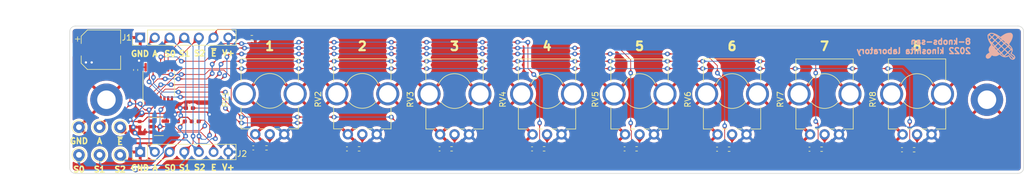
<source format=kicad_pcb>
(kicad_pcb (version 20211014) (generator pcbnew)
  (title_block (title "8-knobs-san") (date "2022-12-21") (rev "20221221") (company "Kinoshita Laboratory"))
  (layers (0 "F.Cu" signal) (31 "B.Cu" signal) (34 "B.Paste" user) (35 "F.Paste" user) (36 "B.SilkS" user "B.Silkscreen") (37 "F.SilkS" user "F.Silkscreen") (38 "B.Mask" user) (39 "F.Mask" user) (44 "Edge.Cuts" user))
  (net 0 "")
  (net 1 "A0")
  (net 2 "GND")
  (net 3 "A4")
  (net 4 "A1")
  (net 5 "A5")
  (net 6 "A2")
  (net 7 "A6")
  (net 8 "A3")
  (net 9 "A7")
  (net 10 "VCC")
  (net 11 "A")
  (net 12 "S0")
  (net 13 "S1")
  (net 14 "S2")
  (net 15 "~{E}")
  (net 16 "E")
  (net 17 "Net-(R1-Pad2)")
  (net 18 "Net-(R2-Pad2)")
  (net 19 "Net-(R3-Pad2)")
  (net 20 "Net-(R4-Pad2)")
  (net 21 "Net-(R5-Pad2)")
  (net 22 "Net-(R6-Pad2)")
  (net 23 "Net-(R7-Pad2)")
  (net 24 "Net-(R8-Pad2)")
  (footprint "8-knobs-san:Potentiometer_Alps_RK09K_Horizontal_CORRECTED" (layer "F.Cu") (at 192.058 65.75 90)
    (fp_text reference "RV6")
    (fp_text value "10k")
  )
  (footprint "MountingHole:MountingHole_3.2mm_M3_DIN965_Pad" (layer "F.Cu") (at 233.65 59.75)
    (fp_text reference "H2" hide)
    (fp_text value "MountingHole_Pad" hide)
  )
  (footprint "8-knobs-san:Potentiometer_Alps_RK09K_Horizontal_CORRECTED" (layer "F.Cu") (at 208.058 65.75 90)
    (fp_text reference "RV7")
    (fp_text value "10k")
  )
  (footprint "Capacitor_SMD:C_0402_1005Metric" (layer "F.Cu") (at 106.75 68.082 180)
    (fp_text reference "C1" hide)
    (fp_text value "100n")
  )
  (footprint "8-knobs-san:Potentiometer_Alps_RK09K_Horizontal_CORRECTED" (layer "F.Cu") (at 224.058 65.75 90)
    (fp_text reference "RV8")
    (fp_text value "10k")
  )
  (footprint "8-knobs-san:Potentiometer_Alps_RK09K_Horizontal_CORRECTED" (layer "F.Cu") (at 160.058 65.75 90)
    (fp_text reference "RV4")
    (fp_text value "10k")
  )
  (footprint "Resistor_SMD:R_0402_1005Metric_Pad0.72x0.64mm_HandSolder" (layer "F.Cu") (at 157.05 68.25)
    (fp_text reference "R4" hide)
    (fp_text value "10k")
  )
  (footprint "Capacitor_SMD:CP_Elec_6.3x5.4_Nichicon" (layer "F.Cu") (at 80.4 51.1)
    (fp_text reference "C9" hide)
    (fp_text value "100u")
  )
  (footprint "Capacitor_SMD:C_0402_1005Metric" (layer "F.Cu") (at 170.97 68.25 180)
    (fp_text reference "C5" hide)
    (fp_text value "100n")
  )
  (footprint "Resistor_SMD:R_0402_1005Metric_Pad0.72x0.64mm_HandSolder" (layer "F.Cu") (at 95.7025 61.2)
    (fp_text reference "R11" hide)
    (fp_text value "10k")
  )
  (footprint "Capacitor_SMD:C_0402_1005Metric" (layer "F.Cu") (at 87.1 64 -90)
    (fp_text reference "C11" hide)
    (fp_text value "100n")
  )
  (footprint "TestPoint:TestPoint_THTPad_D2.0mm_Drill1.0mm" (layer "F.Cu") (at 76.6 64.5)
    (fp_text reference "TP1" hide)
    (fp_text value "TestPoint" hide)
  )
  (footprint "Capacitor_SMD:C_0402_1005Metric" (layer "F.Cu") (at 186.97 68.3 180)
    (fp_text reference "C6" hide)
    (fp_text value "100n")
  )
  (footprint "Resistor_SMD:R_0402_1005Metric_Pad0.72x0.64mm_HandSolder" (layer "F.Cu") (at 205.05 68.3)
    (fp_text reference "R7" hide)
    (fp_text value "10k")
  )
  (footprint "8-knobs-san:Potentiometer_Alps_RK09K_Horizontal_CORRECTED" (layer "F.Cu") (at 176.058 65.75 90)
    (fp_text reference "RV5")
    (fp_text value "10k")
  )
  (footprint "MountingHole:MountingHole_3.2mm_M3_DIN965_Pad" (layer "F.Cu") (at 81.35 59.75)
    (fp_text reference "H1" hide)
    (fp_text value "MountingHole_Pad" hide)
  )
  (footprint "Capacitor_SMD:C_0402_1005Metric" (layer "F.Cu") (at 218.95 68.4 180)
    (fp_text reference "C7" hide)
    (fp_text value "100n")
  )
  (footprint "Resistor_SMD:R_0402_1005Metric_Pad0.72x0.64mm_HandSolder" (layer "F.Cu") (at 94.3025 63.5)
    (fp_text reference "R10" hide)
    (fp_text value "10k")
  )
  (footprint "8-knobs-san:Potentiometer_Alps_RK09K_Horizontal_CORRECTED" (layer "F.Cu") (at 144.058 65.75 90)
    (fp_text reference "RV3")
    (fp_text value "10k")
  )
  (footprint "Resistor_SMD:R_0402_1005Metric_Pad0.72x0.64mm_HandSolder" (layer "F.Cu") (at 109.036 68.082)
    (fp_text reference "R1" hide)
    (fp_text value "10k")
  )
  (footprint "TestPoint:TestPoint_THTPad_D2.0mm_Drill1.0mm" (layer "F.Cu") (at 80.156 69.288)
    (fp_text reference "TP3" hide)
    (fp_text value "TestPoint" hide)
  )
  (footprint "Capacitor_SMD:C_0402_1005Metric" (layer "F.Cu") (at 122.95 68.25 180)
    (fp_text reference "C2" hide)
    (fp_text value "100n")
  )
  (footprint "TestPoint:TestPoint_THTPad_D2.0mm_Drill1.0mm" (layer "F.Cu") (at 83.712 64.5)
    (fp_text reference "TP6" hide)
    (fp_text value "TestPoint" hide)
  )
  (footprint "Capacitor_SMD:C_0402_1005Metric" (layer "F.Cu") (at 86.4 54.6 -90)
    (fp_text reference "C10" hide)
    (fp_text value "100n")
  )
  (footprint "Resistor_SMD:R_0402_1005Metric_Pad0.72x0.64mm_HandSolder" (layer "F.Cu") (at 96.7025 63.5)
    (fp_text reference "R12" hide)
    (fp_text value "10k")
  )
  (footprint "TestPoint:TestPoint_THTPad_D2.0mm_Drill1.0mm" (layer "F.Cu") (at 83.712 69.288)
    (fp_text reference "TP4" hide)
    (fp_text value "TestPoint" hide)
  )
  (footprint "Capacitor_SMD:C_0402_1005Metric" (layer "F.Cu") (at 202.95 68.3 180)
    (fp_text reference "C8" hide)
    (fp_text value "100n")
  )
  (footprint "Resistor_SMD:R_0402_1005Metric_Pad0.72x0.64mm_HandSolder" (layer "F.Cu") (at 106.4975 49 180)
    (fp_text reference "R9" hide)
    (fp_text value "10k")
  )
  (footprint "8-knobs-san:Potentiometer_Alps_RK09K_Horizontal_CORRECTED" (layer "F.Cu") (at 128.108 65.7246 90)
    (fp_text reference "RV2")
    (fp_text value "10k")
  )
  (footprint "8-knobs-san:Potentiometer_Alps_RK09K_Horizontal_CORRECTED" (layer "F.Cu") (at 112.094 65.7246 90)
    (fp_text reference "RV1")
    (fp_text value "10k")
  )
  (footprint "Resistor_SMD:R_0402_1005Metric_Pad0.72x0.64mm_HandSolder" (layer "F.Cu") (at 141.05 68.25)
    (fp_text reference "R3" hide)
    (fp_text value "10k")
  )
  (footprint "Connector_PinHeader_2.54mm:PinHeader_1x07_P2.54mm_Vertical" (layer "F.Cu") (at 87.187 68.7932 90)
    (fp_text reference "J2")
    (fp_text value "Conn_01x07" hide)
  )
  (footprint "Resistor_SMD:R_0402_1005Metric_Pad0.72x0.64mm_HandSolder" (layer "F.Cu") (at 189.05 68.3)
    (fp_text reference "R6" hide)
    (fp_text value "10k")
  )
  (footprint "Capacitor_SMD:C_0402_1005Metric" (layer "F.Cu") (at 154.97 68.25 180)
    (fp_text reference "C3" hide)
    (fp_text value "100n")
  )
  (footprint "Resistor_SMD:R_0402_1005Metric_Pad0.72x0.64mm_HandSolder" (layer "F.Cu") (at 221.05 68.4)
    (fp_text reference "R8" hide)
    (fp_text value "10k")
  )
  (footprint "Resistor_SMD:R_0402_1005Metric_Pad0.72x0.64mm_HandSolder" (layer "F.Cu") (at 125.05 68.25)
    (fp_text reference "R2" hide)
    (fp_text value "10k")
  )
  (footprint "Package_SO:TSSOP-16_4.4x5mm_P0.65mm" (layer "F.Cu") (at 90.4 57 90)
    (fp_text reference "U1" hide)
    (fp_text value "74HC4051")
  )
  (footprint "Capacitor_SMD:C_0402_1005Metric" (layer "F.Cu") (at 138.97 68.25 180)
    (fp_text reference "C4" hide)
    (fp_text value "100n")
  )
  (footprint "Resistor_SMD:R_0402_1005Metric_Pad0.72x0.64mm_HandSolder" (layer "F.Cu") (at 173.05 68.25)
    (fp_text reference "R5" hide)
    (fp_text value "10k")
  )
  (footprint "Connector_PinHeader_2.54mm:PinHeader_1x07_P2.54mm_Vertical" (layer "F.Cu") (at 87.187 49 90)
    (fp_text reference "J1")
    (fp_text value "Conn_01x07" hide)
  )
  (footprint "TestPoint:TestPoint_THTPad_D2.0mm_Drill1.0mm" (layer "F.Cu") (at 76.6 69.288)
    (fp_text reference "TP2" hide)
    (fp_text value "TestPoint" hide)
  )
  (footprint "TestPoint:TestPoint_THTPad_D2.0mm_Drill1.0mm" (layer "F.Cu") (at 80.156 64.5)
    (fp_text reference "TP5" hide)
    (fp_text value "TestPoint" hide)
  )
  (footprint "Package_TO_SOT_SMD:SOT-23-5" (layer "F.Cu") (at 90.4 64.4)
    (fp_text reference "U2" hide)
    (fp_text value "SN74LVC1G14DBV" hide)
  )
  (footprint "my_footprint:kinoshita-logo_simplified_600dpi" (layer "B.Cu") (at 236 50.5 180)
    (fp_text reference "G***" hide)
    (fp_text value "LOGO" hide)
  )
  (gr_line (start 239 72.5) (end 76 72.5) (layer "Edge.Cuts") (width 0.1))
  (gr_line (start 75 48) (end 75 71.5) (layer "Edge.Cuts") (width 0.1))
  (gr_arc (start 76 72.5) (mid 75.292893 72.207107) (end 75 71.5) (layer "Edge.Cuts") (width 0.1))
  (gr_arc (start 75 48) (mid 75.292893 47.292893) (end 76 47) (layer "Edge.Cuts") (width 0.1))
  (gr_line (start 76 47) (end 239 47) (layer "Edge.Cuts") (width 0.1))
  (gr_arc (start 240 71.5) (mid 239.707107 72.207107) (end 239 72.5) (layer "Edge.Cuts") (width 0.1))
  (gr_arc (start 239 47) (mid 239.707107 47.292893) (end 240 48) (layer "Edge.Cuts") (width 0.1))
  (gr_line (start 240 48) (end 240 71.5) (layer "Edge.Cuts") (width 0.1))
  (gr_text "8-knobs-san\n2022 kinoshita laboratory" (at 231 50.502007) (layer "B.SilkS") (effects (font (size 1 1) (thickness 0.25)) (justify left mirror)))
  (gr_text "5" (at 173.558 50.5) (layer "F.SilkS") (effects (font (size 1.5 1.5) (thickness 0.375))))
  (gr_text "S2" (at 97.479 51.7244) (layer "F.SilkS") (effects (font (size 1 1) (thickness 0.25))))
  (gr_text "~{E}" (at 83.712 67.0525) (layer "F.SilkS") (effects (font (size 1 1) (thickness 0.25))))
  (gr_text "S2" (at 97.479 71.4746) (layer "F.SilkS") (effects (font (size 1 1) (thickness 0.25))))
  (gr_text "S0" (at 92.3584 71.5502) (layer "F.SilkS") (effects (font (size 1 1) (thickness 0.25))))
  (gr_text "V+" (at 102.432 71.4238) (layer "F.SilkS") (effects (font (size 1 1) (thickness 0.25))))
  (gr_text "A" (at 80.156 66.9) (layer "F.SilkS") (effects (font (size 1 1) (thickness 0.25))))
  (gr_text "1" (at 109.594 50.5) (layer "F.SilkS") (effects (font (size 1.5 1.5) (thickness 0.375))))
  (gr_text "8" (at 221.558 50.5) (layer "F.SilkS") (effects (font (size 1.5 1.5) (thickness 0.375))))
  (gr_text "A" (at 89.7584 71.5502) (layer "F.SilkS") (effects (font (size 1 1) (thickness 0.25))))
  (gr_text "GND" (at 87.1584 51.8) (layer "F.SilkS") (effects (font (size 1 1) (thickness 0.25))))
  (gr_text "7" (at 205.558 50.5) (layer "F.SilkS") (effects (font (size 1.5 1.5) (thickness 0.375))))
  (gr_text "S2" (at 83.712 71.8) (layer "F.SilkS") (effects (font (size 1 1) (thickness 0.25))))
  (gr_text "S0" (at 92.3584 51.8) (layer "F.SilkS") (effects (font (size 1 1) (thickness 0.25))))
  (gr_text "V+" (at 102.432 51.6736) (layer "F.SilkS") (effects (font (size 1 1) (thickness 0.25))))
  (gr_text "S1" (at 80.156 71.8) (layer "F.SilkS") (effects (font (size 1 1) (thickness 0.25))))
  (gr_text "3" (at 141.558 50.5) (layer "F.SilkS") (effects (font (size 1.5 1.5) (thickness 0.375))))
  (gr_text "4" (at 157.558 50.5) (layer "F.SilkS") (effects (font (size 1.5 1.5) (thickness 0.375))))
  (gr_text "GND" (at 76.6 66.9) (layer "F.SilkS") (effects (font (size 1 1) (thickness 0.25))))
  (gr_text "2" (at 125.608 50.5) (layer "F.SilkS") (effects (font (size 1.5 1.5) (thickness 0.375))))
  (gr_text "S0" (at 76.6 71.8) (layer "F.SilkS") (effects (font (size 1 1) (thickness 0.25))))
  (gr_text "A" (at 89.7584 51.8) (layer "F.SilkS") (effects (font (size 1 1) (thickness 0.25))))
  (gr_text "~{E}" (at 99.9174 51.7498) (layer "F.SilkS") (effects (font (size 1 1) (thickness 0.25))))
  (gr_text "6" (at 189.558 50.5) (layer "F.SilkS") (effects (font (size 1.5 1.5) (thickness 0.375))))
  (gr_text "GND" (at 87.1584 71.5502) (layer "F.SilkS") (effects (font (size 1 1) (thickness 0.25))))
  (gr_text "E" (at 99.9174 71.5) (layer "F.SilkS") (effects (font (size 1 1) (thickness 0.25))))
  (gr_text "S1" (at 94.8628 51.7752) (layer "F.SilkS") (effects (font (size 1 1) (thickness 0.25))))
  (gr_text "S1" (at 94.8628 71.5254) (layer "F.SilkS") (effects (font (size 1 1) (thickness 0.25))))
  (segment (start 107.23 67.4028) (end 107.23 68.082) (width 0.127) (layer "F.Cu") (net 1))
  (segment (start 98.368 55.382) (end 99.13 54.62) (width 0.127) (layer "F.Cu") (net 1))
  (segment (start 90.075 54.635829) (end 90.83864 55.399469) (width 0.127) (layer "F.Cu") (net 1))
  (segment (start 107.23 68.082) (end 108.4385 68.082) (width 0.127) (layer "F.Cu") (net 1))
  (segment (start 90.83864 55.399469) (end 92.52459 55.399469) (width 0.127) (layer "F.Cu") (net 1))
  (segment (start 102.94 55.89) (end 102.94 60.208) (width 0.127) (layer "F.Cu") (net 1))
  (segment (start 99.13 54.62) (end 101.67 54.62) (width 0.127) (layer "F.Cu") (net 1))
  (segment (start 90.075 54.1375) (end 90.075 54.635829) (width 0.127) (layer "F.Cu") (net 1))
  (segment (start 94.304 55.382) (end 98.368 55.382) (width 0.127) (layer "F.Cu") (net 1))
  (segment (start 105.734 65.9068) (end 107.23 67.4028) (width 0.127) (layer "F.Cu") (net 1))
  (segment (start 102.94 60.208) (end 105.734 63.002) (width 0.127) (layer "F.Cu") (net 1))
  (segment (start 105.734 63.002) (end 105.734 65.9068) (width 0.127) (layer "F.Cu") (net 1))
  (segment (start 101.67 54.62) (end 102.94 55.89) (width 0.127) (layer "F.Cu") (net 1))
  (via (at 94.304 55.382) (size 0.8) (drill 0.4) (layers "F.Cu" "B.Cu") (net 1))
  (via (at 92.52459 55.399469) (size 0.8) (drill 0.4) (layers "F.Cu" "B.Cu") (net 1))
  (segment (start 94.286531 55.399469) (end 94.304 55.382) (width 0.127) (layer "B.Cu") (net 1))
  (segment (start 92.52459 55.399469) (end 94.286531 55.399469) (width 0.127) (layer "B.Cu") (net 1))
  (segment (start 95.405 62.8) (end 96.105 63.5) (width 0.2) (layer "F.Cu") (net 2))
  (segment (start 86.98 61.52) (end 87.48 62.02) (width 0.2) (layer "F.Cu") (net 2))
  (segment (start 93.705 63.295) (end 94.2 62.8) (width 0.2) (layer "F.Cu") (net 2))
  (segment (start 94.2 62.8) (end 95.405 62.8) (width 0.2) (layer "F.Cu") (net 2))
  (segment (start 87.1 64.48) (end 87.1 64.942) (width 0.2) (layer "F.Cu") (net 2))
  (segment (start 94.2 62.8) (end 94.2 62.5) (width 0.2) (layer "F.Cu") (net 2))
  (segment (start 94.1 61.2) (end 95.105 61.2) (width 0.2) (layer "F.Cu") (net 2))
  (segment (start 86.4 55.08) (end 86.4 60.94) (width 0.2) (layer "F.Cu") (net 2))
  (segment (start 86.02 64.48) (end 86 64.5) (width 0.2) (layer "F.Cu") (net 2))
  (segment (start 92.025 61.471) (end 92.025 59.8625) (width 0.2) (layer "F.Cu") (net 2))
  (segment (start 87.1 64.942) (end 87.508 65.35) (width 0.2) (layer "F.Cu") (net 2))
  (segment (start 92.025 59.8625) (end 92.675 59.8625) (width 0.2) (layer "F.Cu") (net 2))
  (segment (start 87.508 65.35) (end 89.2625 65.35) (width 0.2) (layer "F.Cu") (net 2))
  (segment (start 86.4 60.94) (end 86.98 61.52) (width 0.2) (layer "F.Cu") (net 2))
  (segment (start 93.705 63.5) (end 93.705 63.295) (width 0.2) (layer "F.Cu") (net 2))
  (segment (start 91.3915 62.1045) (end 92.025 61.471) (width 0.2) (layer "F.Cu") (net 2))
  (segment (start 87.1 64.48) (end 86.02 64.48) (width 0.2) (layer "F.Cu") (net 2))
  (segment (start 87.5645 62.1045) (end 91.3915 62.1045) (width 0.2) (layer "F.Cu") (net 2))
  (segment (start 87.48 62.02) (end 87.5645 62.1045) (width 0.2) (layer "F.Cu") (net 2))
  (via (at 86.3 65.5) (size 0.8) (drill 0.4) (layers "F.Cu" "B.Cu") (net 2))
  (via (at 94.1 61.2) (size 0.8) (drill 0.4) (layers "F.Cu" "B.Cu") (net 2))
  (via (at 94.2 62.5) (size 0.8) (drill 0.4) (layers "F.Cu" "B.Cu") (net 2))
  (via (at 87.48 62.02) (size 0.8) (drill 0.4) (layers "F.Cu" "B.Cu") (net 2))
  (via (at 86 64.5) (size 0.8) (drill 0.4) (layers "F.Cu" "B.Cu") (net 2))
  (segment (start 94.2 61.3) (end 94.1 61.2) (width 0.2) (layer "B.Cu") (net 2))
  (segment (start 94.2 62.5) (end 94.2 61.3) (width 0.2) (layer "B.Cu") (net 2))
  (segment (start 87.187 66.387) (end 86.3 65.5) (width 0.2) (layer "B.Cu") (net 2))
  (segment (start 87.187 68.7932) (end 87.187 66.387) (width 0.2) (layer "B.Cu") (net 2))
  (segment (start 86 63.5) (end 87.48 62.02) (width 0.2) (layer "B.Cu") (net 2))
  (segment (start 86 64.5) (end 86 63.5) (width 0.2) (layer "B.Cu") (net 2))
  (segment (start 102.432 50.81) (end 105.223035 50.81) (width 0.127) (layer "F.Cu") (net 3))
  (segment (start 114.624 50.81) (end 120.72 50.81) (width 0.127) (layer "F.Cu") (net 3))
  (segment (start 172.1485 66.6785) (end 172.536 67.066) (width 0.127) (layer "F.Cu") (net 3))
  (segment (start 169.996 50.81) (end 172.028 52.842) (width 0.127) (layer "F.Cu") (net 3))
  (segment (start 172.028 63.764) (end 172.028 65.034) (width 0.127) (layer "F.Cu") (net 3))
  (segment (start 168.472 50.81) (end 169.996 50.81) (width 0.127) (layer "F.Cu") (net 3))
  (segment (start 90.24 56.144) (end 91.51 56.144) (width 0.127) (layer "F.Cu") (net 3))
  (segment (start 105.223035 50.81) (end 105.231931 50.818896) (width 0.127) (layer "F.Cu") (net 3))
  (segment (start 172.028 52.842) (end 172.028 55.128) (width 0.127) (layer "F.Cu") (net 3))
  (segment (start 172.536 67.066) (end 172.536 68.1665) (width 0.127) (layer "F.Cu") (net 3))
  (segment (start 93.790069 56.152896) (end 98.714817 56.152896) (width 0.127) (layer "F.Cu") (net 3))
  (segment (start 88.125 58.767) (end 88.125 58.259) (width 0.127) (layer "F.Cu") (net 3))
  (segment (start 172.028 65.034) (end 172.1485 65.1545) (width 0.127) (layer "F.Cu") (net 3))
  (segment (start 172.4525 68.25) (end 171.45 68.25) (width 0.127) (layer "F.Cu") (net 3))
  (segment (start 172.1485 65.1545) (end 172.1485 66.6785) (width 0.127) (layer "F.Cu") (net 3))
  (segment (start 146.374 50.81) (end 152.47 50.81) (width 0.127) (layer "F.Cu") (net 3))
  (segment (start 162.376 50.81) (end 168.472 50.81) (width 0.127) (layer "F.Cu") (net 3))
  (segment (start 99.638 53.604) (end 102.432 50.81) (width 0.127) (layer "F.Cu") (net 3))
  (segment (start 88.125 59.8625) (end 88.125 58.767) (width 0.127) (layer "F.Cu") (net 3))
  (segment (start 88.125 58.259) (end 90.24 56.144) (width 0.127) (layer "F.Cu") (net 3))
  (segment (start 172.536 68.1665) (end 172.4525 68.25) (width 0.127) (layer "F.Cu") (net 3))
  (segment (start 130.626 50.81) (end 136.722 50.81) (width 0.127) (layer "F.Cu") (net 3))
  (segment (start 98.714817 56.152896) (end 99.657713 55.21) (width 0.127) (layer "F.Cu") (net 3))
  (via (at 120.72 50.81) (size 0.8) (drill 0.4) (layers "F.Cu" "B.Cu") (net 3))
  (via (at 105.231931 50.818896) (size 0.8) (drill 0.4) (layers "F.Cu" "B.Cu") (net 3))
  (via (at 136.722 50.81) (size 0.8) (drill 0.4) (layers "F.Cu" "B.Cu") (net 3))
  (via (at 172.028 55.128) (size 0.8) (drill 0.4) (layers "F.Cu" "B.Cu") (net 3))
  (via (at 130.626 50.81) (size 0.8) (drill 0.4) (layers "F.Cu" "B.Cu") (net 3))
  (via (at 99.657713 55.21) (size 0.8) (drill 0.4) (layers "F.Cu" "B.Cu") (net 3))
  (via (at 172.028 63.764) (size 0.8) (drill 0.4) (layers "F.Cu" "B.Cu") (net 3))
  (via (at 152.47 50.81) (size 0.8) (drill 0.4) (layers "F.Cu" "B.Cu") (net 3))
  (via (at 162.376 50.81) (size 0.8) (drill 0.4) (layers "F.Cu" "B.Cu") (net 3))
  (via (at 146.374 50.81) (size 0.8) (drill 0.4) (layers "F.Cu" "B.Cu") (net 3))
  (via (at 91.51 56.144) (size 0.8) (drill 0.4) (layers "F.Cu" "B.Cu") (net 3))
  (via (at 93.790069 56.152896) (size 0.8) (drill 0.4) (layers "F.Cu" "B.Cu") (net 3))
  (via (at 99.638 53.604) (size 0.8) (drill 0.4) (layers "F.Cu" "B.Cu") (net 3))
  (via (at 114.624 50.81) (size 0.8) (drill 0.4) (layers "F.Cu" "B.Cu") (net 3))
  (segment (start 91.51 56.144) (end 93.781173 56.144) (width 0.127) (layer "B.Cu") (net 3))
  (segment (start 120.72 50.81) (end 130.626 50.81) (width 0.127) (layer "B.Cu") (net 3))
  (segment (start 99.638 55.190287) (end 99.657713 55.21) (width 0.127) (layer "B.Cu") (net 3))
  (segment (start 99.638 53.604) (end 99.638 55.190287) (width 0.127) (layer "B.Cu") (net 3))
  (segment (start 136.722 50.81) (end 146.374 50.81) (width 0.127) (layer "B.Cu") (net 3))
  (segment (start 105.240827 50.81) (end 105.231931 50.818896) (width 0.127) (layer "B.Cu") (net 3))
  (segment (start 152.47 50.81) (end 162.376 50.81) (width 0.127) (layer "B.Cu") (net 3))
  (segment (start 172.028 55.128) (end 172.028 63.764) (width 0.127) (layer "B.Cu") (net 3))
  (segment (start 93.781173 56.144) (end 93.790069 56.152896) (width 0.127) (layer "B.Cu") (net 3))
  (segment (start 114.624 50.81) (end 105.240827 50.81) (width 0.127) (layer "B.Cu") (net 3))
  (segment (start 123.43 68.25) (end 124.4525 68.25) (width 0.127) (layer "F.Cu") (net 4))
  (segment (start 93.796 58.43) (end 101.924 58.43) (width 0.127) (layer "F.Cu") (net 4))
  (segment (start 89.425 55.837) (end 89.478 55.89) (width 0.127) (layer "F.Cu") (net 4))
  (segment (start 118.944 63.764) (end 123.43 68.25) (width 0.127) (layer "F.Cu") (net 4))
  (segment (start 101.924 61.224) (end 104.464 63.764) (width 0.127) (layer "F.Cu") (net 4))
  (segment (start 104.464 63.764) (end 104.718 63.764) (width 0.127) (layer "F.Cu") (net 4))
  (segment (start 89.425 54.1375) (end 89.425 55.837) (width 0.127) (layer "F.Cu") (net 4))
  (segment (start 114.37 63.764) (end 118.944 63.764) (width 0.127) (layer "F.Cu") (net 4))
  (via (at 104.718 63.764) (size 0.8) (drill 0.4) (layers "F.Cu" "B.Cu") (net 4))
  (via (at 101.924 58.43) (size 0.8) (drill 0.4) (layers "F.Cu" "B.Cu") (net 4))
  (via (at 89.478 55.89) (size 0.8) (drill 0.4) (layers "F.Cu" "B.Cu") (net 4))
  (via (at 101.924 61.224) (size 0.8) (drill 0.4) (layers "F.Cu" "B.Cu") (net 4))
  (via (at 93.796 58.43) (size 0.8) (drill 0.4) (layers "F.Cu" "B.Cu") (net 4))
  (via (at 114.37 63.764) (size 0.8) (drill 0.4) (layers "F.Cu" "B.Cu") (net 4))
  (segment (start 101.924 58.43) (end 101.924 61.224) (width 0.127) (layer "B.Cu") (net 4))
  (segment (start 89.478 56.906) (end 91.002 58.43) (width 0.127) (layer "B.Cu") (net 4))
  (segment (start 89.478 55.89) (end 89.478 56.906) (width 0.127) (layer "B.Cu") (net 4))
  (segment (start 91.002 58.43) (end 93.796 58.43) (width 0.127) (layer "B.Cu") (net 4))
  (segment (start 104.718 63.764) (end 114.37 63.764) (width 0.127) (layer "B.Cu") (net 4))
  (segment (start 91.51 57.922) (end 93.469613 57.922) (width 0.127) (layer "F.Cu") (net 5))
  (segment (start 178.378 51.826) (end 184.474 51.826) (width 0.127) (layer "F.Cu") (net 5))
  (segment (start 188.4525 68.3) (end 187.45 68.3) (width 0.127) (layer "F.Cu") (net 5))
  (segment (start 102.686 51.826) (end 104.718 51.826) (width 0.127) (layer "F.Cu") (net 5))
  (segment (start 184.474 51.826) (end 184.982 51.826) (width 0.127) (layer "F.Cu") (net 5))
  (segment (start 90.725 59.8625) (end 90.725 58.707) (width 0.127) (layer "F.Cu") (net 5))
  (segment (start 162.376 51.826) (end 168.472 51.826) (width 0.127) (layer "F.Cu") (net 5))
  (segment (start 114.624 51.826) (end 120.72 51.826) (width 0.127) (layer "F.Cu") (net 5))
  (segment (start 184.982 51.826) (end 187.014 53.858) (width 0.127) (layer "F.Cu") (net 5))
  (segment (start 188.284 64.272) (end 188.284 68.1315) (width 0.127) (layer "F.Cu") (net 5))
  (segment (start 90.725 58.707) (end 91.51 57.922) (width 0.127) (layer "F.Cu") (net 5))
  (segment (start 188.284 68.1315) (end 188.4525 68.3) (width 0.127) (layer "F.Cu") (net 5))
  (segment (start 187.014 53.858) (end 187.014 55.128) (width 0.127) (layer "F.Cu") (net 5))
  (segment (start 146.374 51.826) (end 152.47 51.826) (width 0.127) (layer "F.Cu") (net 5))
  (segment (start 99.821713 57.586) (end 101.811663 55.59605) (width 0.127) (layer "F.Cu") (net 5))
  (segment (start 93.805613 57.586) (end 99.821713 57.586) (width 0.127) (layer "F.Cu") (net 5))
  (segment (start 102.178 52.334) (end 102.686 51.826) (width 0.127) (layer "F.Cu") (net 5))
  (segment (start 93.469613 57.922) (end 93.805613 57.586) (width 0.127) (layer "F.Cu") (net 5))
  (segment (start 130.626 51.826) (end 136.722 51.826) (width 0.127) (layer "F.Cu") (net 5))
  (via (at 187.014 55.128) (size 0.8) (drill 0.4) (layers "F.Cu" "B.Cu") (net 5))
  (via (at 120.72 51.826) (size 0.8) (drill 0.4) (layers "F.Cu" "B.Cu") (net 5))
  (via (at 101.811663 55.59605) (size 0.8) (drill 0.4) (layers "F.Cu" "B.Cu") (net 5))
  (via (at 104.718 51.826) (size 0.8) (drill 0.4) (layers "F.Cu" "B.Cu") (net 5))
  (via (at 102.178 52.334) (size 0.8) (drill 0.4) (layers "F.Cu" "B.Cu") (net 5))
  (via (at 162.376 51.826) (size 0.8) (drill 0.4) (layers "F.Cu" "B.Cu") (net 5))
  (via (at 168.472 51.826) (size 0.8) (drill 0.4) (layers "F.Cu" "B.Cu") (net 5))
  (via (at 146.374 51.826) (size 0.8) (drill 0.4) (layers "F.Cu" "B.Cu") (net 5))
  (via (at 188.284 64.272) (size 0.8) (drill 0.4) (layers "F.Cu" "B.Cu") (net 5))
  (via (at 136.722 51.826) (size 0.8) (drill 0.4) (layers "F.Cu" "B.Cu") (net 5))
  (via (at 130.626 51.826) (size 0.8) (drill 0.4) (layers "F.Cu" "B.Cu") (net 5))
  (via (at 114.624 51.826) (size 0.8) (drill 0.4) (layers "F.Cu" "B.Cu") (net 5))
  (via (at 178.378 51.826) (size 0.8) (drill 0.4) (layers "F.Cu" "B.Cu") (net 5))
  (via (at 152.47 51.826) (size 0.8) (drill 0.4) (layers "F.Cu" "B.Cu") (net 5))
  (segment (start 102.178 55.229713) (end 101.811663 55.59605) (width 0.127) (layer "B.Cu") (net 5))
  (segment (start 188.284 56.398) (end 188.284 64.272) (width 0.127) (layer "B.Cu") (net 5))
  (segment (start 188.03 56.144) (end 188.284 56.398) (width 0.127) (layer "B.Cu") (net 5))
  (segment (start 168.472 51.826) (end 178.378 51.826) (width 0.127) (layer "B.Cu") (net 5))
  (segment (start 102.178 52.334) (end 102.178 55.229713) (width 0.127) (layer "B.Cu") (net 5))
  (segment (start 104.718 51.826) (end 114.624 51.826) (width 0.127) (layer "B.Cu") (net 5))
  (segment (start 152.47 51.826) (end 162.376 51.826) (width 0.127) (layer "B.Cu") (net 5))
  (segment (start 187.014 55.128) (end 188.03 56.144) (width 0.127) (layer "B.Cu") (net 5))
  (segment (start 136.722 51.826) (end 146.374 51.826) (width 0.127) (layer "B.Cu") (net 5))
  (segment (start 120.72 51.826) (end 130.626 51.826) (width 0.127) (layer "B.Cu") (net 5))
  (segment (start 139.45 67.762) (end 139.008 67.32) (width 0.127) (layer "F.Cu") (net 6))
  (segment (start 101.259188 59.289188) (end 104.686734 62.716734) (width 0.127) (layer "F.Cu") (net 6))
  (segment (start 139.45 68.25) (end 139.45 67.762) (width 0.127) (layer "F.Cu") (net 6))
  (segment (start 114.37 62.748) (end 120.72 62.748) (width 0.127) (layer "F.Cu") (net 6))
  (segment (start 104.686734 62.716734) (end 104.686734 62.789122) (width 0.127) (layer "F.Cu") (net 6))
  (segment (start 139.45 68.25) (end 140.4525 68.25) (width 0.127) (layer "F.Cu") (net 6))
  (segment (start 139.008 67.32) (end 135.198 67.32) (width 0.127) (layer "F.Cu") (net 6))
  (segment (start 94.142701 59.289188) (end 101.259188 59.289188) (width 0.127) (layer "F.Cu") (net 6))
  (segment (start 130.626 62.748) (end 135.198 67.32) (width 0.127) (layer "F.Cu") (net 6))
  (segment (start 88.775 54.1375) (end 88.775 56.593) (width 0.127) (layer "F.Cu") (net 6))
  (segment (start 88.775 56.593) (end 88.716 56.652) (width 0.127) (layer "F.Cu") (net 6))
  (via (at 104.686734 62.789122) (size 0.8) (drill 0.4) (layers "F.Cu" "B.Cu") (net 6))
  (via (at 94.142701 59.289188) (size 0.8) (drill 0.4) (layers "F.Cu" "B.Cu") (net 6))
  (via (at 88.716 56.652) (size 0.8) (drill 0.4) (layers "F.Cu" "B.Cu") (net 6))
  (via (at 114.37 62.748) (size 0.8) (drill 0.4) (layers "F.Cu" "B.Cu") (net 6))
  (via (at 130.626 62.748) (size 0.8) (drill 0.4) (layers "F.Cu" "B.Cu") (net 6))
  (via (at 120.72 62.748) (size 0.8) (drill 0.4) (layers "F.Cu" "B.Cu") (net 6))
  (segment (start 120.72 62.748) (end 130.626 62.748) (width 0.127) (layer "B.Cu") (net 6))
  (segment (start 114.37 62.748) (end 104.727856 62.748) (width 0.127) (layer "B.Cu") (net 6))
  (segment (start 91.353188 59.289188) (end 94.142701 59.289188) (width 0.127) (layer "B.Cu") (net 6))
  (segment (start 88.716 56.652) (end 91.353188 59.289188) (width 0.127) (layer "B.Cu") (net 6))
  (segment (start 104.727856 62.748) (end 104.686734 62.789122) (width 0.127) (layer "B.Cu") (net 6))
  (segment (start 203.27 53.096) (end 204.032 53.858) (width 0.127) (layer "F.Cu") (net 7))
  (segment (start 101.162 53.604) (end 101.67 53.096) (width 0.127) (layer "F.Cu") (net 7))
  (segment (start 88.775 59.8625) (end 88.775 59.133) (width 0.127) (layer "F.Cu") (net 7))
  (segment (start 178.378 53.096) (end 184.474 53.096) (width 0.127) (layer "F.Cu") (net 7))
  (segment (start 162.376 53.096) (end 168.472 53.096) (width 0.127) (layer "F.Cu") (net 7))
  (segment (start 204.4525 68.3) (end 203.43 68.3) (width 0.127) (layer "F.Cu") (net 7))
  (segment (start 204.032 53.858) (end 204.032 55.128) (width 0.127) (layer "F.Cu") (net 7))
  (segment (start 98.969019 57.16) (end 100.918316 55.210703) (width 0.127) (layer "F.Cu") (net 7))
  (segment (start 146.374 53.096) (end 152.47 53.096) (width 0.127) (layer "F.Cu") (net 7))
  (segment (start 204.4525 68.3) (end 204.4525 63.9305) (width 0.127) (layer "F.Cu") (net 7))
  (segment (start 204.4525 63.9305) (end 204.032 63.51) (width 0.127) (layer "F.Cu") (net 7))
  (segment (start 101.67 53.096) (end 104.718 53.096) (width 0.127) (layer "F.Cu") (net 7))
  (segment (start 88.775 59.133) (end 90.748 57.16) (width 0.127) (layer "F.Cu") (net 7))
  (segment (start 114.624 53.096) (end 120.72 53.096) (width 0.127) (layer "F.Cu") (net 7))
  (segment (start 130.626 53.096) (end 136.722 53.096) (width 0.127) (layer "F.Cu") (net 7))
  (segment (start 194.38 53.096) (end 200.73 53.096) (width 0.127) (layer "F.Cu") (net 7))
  (segment (start 200.73 53.096) (end 203.27 53.096) (width 0.127) (layer "F.Cu") (net 7))
  (segment (start 92.526 57.16) (end 98.969019 57.16) (width 0.127) (layer "F.Cu") (net 7))
  (via (at 136.722 53.096) (size 0.8) (drill 0.4) (layers "F.Cu" "B.Cu") (net 7))
  (via (at 204.032 55.128) (size 0.8) (drill 0.4) (layers "F.Cu" "B.Cu") (net 7))
  (via (at 162.376 53.096) (size 0.8) (drill 0.4) (layers "F.Cu" "B.Cu") (net 7))
  (via (at 178.378 53.096) (size 0.8) (drill 0.4) (layers "F.Cu" "B.Cu") (net 7))
  (via (at 194.38 53.096) (size 0.8) (drill 0.4) (layers "F.Cu" "B.Cu") (net 7))
  (via (at 92.526 57.16) (size 0.8) (drill 0.4) (layers "F.Cu" "B.Cu") (net 7))
  (via (at 204.032 63.51) (size 0.8) (drill 0.4) (layers "F.Cu" "B.Cu") (net 7))
  (via (at 168.472 53.096) (size 0.8) (drill 0.4) (layers "F.Cu" "B.Cu") (net 7))
  (via (at 104.718 53.096) (size 0.8) (drill 0.4) (layers "F.Cu" "B.Cu") (net 7))
  (via (at 90.748 57.16) (size 0.8) (drill 0.4) (layers "F.Cu" "B.Cu") (net 7))
  (via (at 101.162 53.604) (size 0.8) (drill 0.4) (layers "F.Cu" "B.Cu") (net 7))
  (via (at 100.918316 55.210703) (size 0.8) (drill 0.4) (layers "F.Cu" "B.Cu") (net 7))
  (via (at 120.72 53.096) (size 0.8) (drill 0.4) (layers "F.Cu" "B.Cu") (net 7))
  (via (at 184.474 53.096) (size 0.8) (drill 0.4) (layers "F.Cu" "B.Cu") (net 7))
  (via (at 114.624 53.096) (size 0.8) (drill 0.4) (layers "F.Cu" "B.Cu") (net 7))
  (via (at 146.374 53.096) (size 0.8) (drill 0.4) (layers "F.Cu" "B.Cu") (net 7))
  (via (at 152.47 53.096) (size 0.8) (drill 0.4) (layers "F.Cu" "B.Cu") (net 7))
  (via (at 130.626 53.096) (size 0.8) (drill 0.4) (layers "F.Cu" "B.Cu") (net 7))
  (segment (start 104.718 53.096) (end 114.624 53.096) (width 0.127) (layer "B.Cu") (net 7))
  (segment (start 152.47 53.096) (end 162.376 53.096) (width 0.127) (layer "B.Cu") (net 7))
  (segment (start 100.918316 53.847684) (end 100.918316 55.210703) (width 0.127) (layer "B.Cu") (net 7))
  (segment (start 204.032 55.128) (end 204.032 63.51) (width 0.127) (layer "B.Cu") (net 7))
  (segment (start 101.162 53.604) (end 100.918316 53.847684) (width 0.127) (layer "B.Cu") (net 7))
  (segment (start 168.472 53.096) (end 178.378 53.096) (width 0.127) (layer "B.Cu") (net 7))
  (segment (start 90.748 57.16) (end 92.526 57.16) (width 0.127) (layer "B.Cu") (net 7))
  (segment (start 136.722 53.096) (end 146.374 53.096) (width 0.127) (layer "B.Cu") (net 7))
  (segment (start 184.474 53.096) (end 194.38 53.096) (width 0.127) (layer "B.Cu") (net 7))
  (segment (start 120.72 53.096) (end 130.626 53.096) (width 0.127) (layer "B.Cu") (net 7))
  (segment (start 94.304 53.096) (end 98.114 53.096) (width 0.127) (layer "F.Cu") (net 8))
  (segment (start 114.624 49.794) (end 120.72 49.794) (width 0.127) (layer "F.Cu") (net 8))
  (segment (start 101.416 50.048) (end 104.718 50.048) (width 0.127) (layer "F.Cu") (net 8))
  (segment (start 156.28 68.0775) (end 156.4525 68.25) (width 0.127) (layer "F.Cu") (net 8))
  (segment (start 154.248 54.366) (end 155.264 55.382) (width 0.127) (layer "F.Cu") (net 8))
  (segment (start 146.374 49.794) (end 152.47 49.794) (width 0.127) (layer "F.Cu") (net 8))
  (segment (start 90.725 54.1375) (end 90.725 52.357) (width 0.127) (layer "F.Cu") (net 8))
  (segment (start 90.725 52.357) (end 90.748 52.334) (width 0.127) (layer "F.Cu") (net 8))
  (segment (start 100.908 50.556) (end 101.416 50.048) (width 0.127) (layer "F.Cu") (net 8))
  (segment (start 98.368 53.096) (end 100.4 51.064) (width 0.127) (layer "F.Cu") (net 8))
  (segment (start 156.28 63.764) (end 156.28 68.0775) (width 0.127) (layer "F.Cu") (net 8))
  (segment (start 156.4525 68.25) (end 155.45 68.25) (width 0.127) (layer "F.Cu") (net 8))
  (segment (start 98.114 53.096) (end 98.368 53.096) (width 0.127) (layer "F.Cu") (net 8))
  (segment (start 100.4 51.064) (end 100.908 50.556) (width 0.127) (layer "F.Cu") (net 8))
  (segment (start 130.626 49.794) (end 136.722 49.794) (width 0.127) (layer "F.Cu") (net 8))
  (segment (start 154.248 49.794) (end 154.248 54.366) (width 0.127) (layer "F.Cu") (net 8))
  (via (at 155.264 55.382) (size 0.8) (drill 0.4) (layers "F.Cu" "B.Cu") (net 8))
  (via (at 114.624 49.794) (size 0.8) (drill 0.4) (layers "F.Cu" "B.Cu") (net 8))
  (via (at 94.304 53.096) (size 0.8) (drill 0.4) (layers "F.Cu" "B.Cu") (net 8))
  (via (at 104.718 50.048) (size 0.8) (drill 0.4) (layers "F.Cu" "B.Cu") (net 8))
  (via (at 120.72 49.794) (size 0.8) (drill 0.4) (layers "F.Cu" "B.Cu") (net 8))
  (via (at 154.248 49.794) (size 0.8) (drill 0.4) (layers "F.Cu" "B.Cu") (net 8))
  (via (at 156.28 63.764) (size 0.8) (drill 0.4) (layers "F.Cu" "B.Cu") (net 8))
  (via (at 130.626 49.794) (size 0.8) (drill 0.4) (layers "F.Cu" "B.Cu") (net 8))
  (via (at 146.374 49.794) (size 0.8) (drill 0.4) (layers "F.Cu" "B.Cu") (net 8))
  (via (at 136.722 49.794) (size 0.8) (drill 0.4) (layers "F.Cu" "B.Cu") (net 8))
  (via (at 90.748 52.334) (size 0.8) (drill 0.4) (layers "F.Cu" "B.Cu") (net 8))
  (via (at 152.47 49.794) (size 0.8) (drill 0.4) (layers "F.Cu" "B.Cu") (net 8))
  (segment (start 104.718 50.048) (end 114.37 50.048) (width 0.127) (layer "B.Cu") (net 8))
  (segment (start 114.37 50.048) (end 114.624 49.794) (width 0.127) (layer "B.Cu") (net 8))
  (segment (start 120.72 49.794) (end 130.626 49.794) (width 0.127) (layer "B.Cu") (net 8))
  (segment (start 155.264 55.382) (end 156.28 56.398) (width 0.127) (layer "B.Cu") (net 8))
  (segment (start 90.748 52.334) (end 93.542 52.334) (width 0.127) (layer "B.Cu") (net 8))
  (segment (start 156.28 56.398) (end 156.28 63.764) (width 0.127) (layer "B.Cu") (net 8))
  (segment (start 152.47 49.794) (end 154.248 49.794) (width 0.127) (layer "B.Cu") (net 8))
  (segment (start 93.542 52.334) (end 94.304 53.096) (width 0.127) (layer "B.Cu") (net 8))
  (segment (start 136.722 49.794) (end 146.374 49.794) (width 0.127) (layer "B.Cu") (net 8))
  (segment (start 178.378 54.366) (end 184.474 54.366) (width 0.127) (layer "F.Cu") (net 9))
  (segment (start 90.075 59.8625) (end 90.075 58.776613) (width 0.127) (layer "F.Cu") (net 9))
  (segment (start 114.624 54.366) (end 120.72 54.366) (width 0.127) (layer "F.Cu") (net 9))
  (segment (start 90.075 58.776613) (end 94.485613 54.366) (width 0.127) (layer "F.Cu") (net 9))
  (segment (start 162.376 54.366) (end 168.472 54.366) (width 0.127) (layer "F.Cu") (net 9))
  (segment (start 220.288 68.2355) (end 220.4525 68.4) (width 0.127) (layer "F.Cu") (net 9))
  (segment (start 146.374 54.366) (end 152.47 54.366) (width 0.127) (layer "F.Cu") (net 9))
  (segment (start 194.38 54.366) (end 200.476 54.366) (width 0.127) (layer "F.Cu") (net 9))
  (segment (start 220.288 63.51) (end 220.288 68.2355) (width 0.127) (layer "F.Cu") (net 9))
  (segment (start 94.485613 54.366) (end 104.718 54.366) (width 0.127) (layer "F.Cu") (net 9))
  (segment (start 220.4525 68.4) (end 219.43 68.4) (width 0.127) (layer "F.Cu") (net 9))
  (segment (start 130.626 54.366) (end 136.722 54.366) (width 0.127) (layer "F.Cu") (net 9))
  (segment (start 210.382 54.366) (end 216.478 54.366) (width 0.127) (layer "F.Cu") (net 9))
  (via (at 146.374 54.366) (size 0.8) (drill 0.4) (layers "F.Cu" "B.Cu") (net 9))
  (via (at 178.378 54.366) (size 0.8) (drill 0.4) (layers "F.Cu" "B.Cu") (net 9))
  (via (at 104.718 54.366) (size 0.8) (drill 0.4) (layers "F.Cu" "B.Cu") (net 9))
  (via (at 114.624 54.366) (size 0.8) (drill 0.4) (layers "F.Cu" "B.Cu") (net 9))
  (via (at 194.38 54.366) (size 0.8) (drill 0.4) (layers "F.Cu" "B.Cu") (net 9))
  (via (at 162.376 54.366) (size 0.8) (drill 0.4) (layers "F.Cu" "B.Cu") (net 9))
  (via (at 216.478 54.366) (size 0.8) (drill 0.4) (layers "F.Cu" "B.Cu") (net 9))
  (via (at 200.476 54.366) (size 0.8) (drill 0.4) (layers "F.Cu" "B.Cu") (net 9))
  (via (at 168.472 54.366) (size 0.8) (drill 0.4) (layers "F.Cu" "B.Cu") (net 9))
  (via (at 184.474 54.366) (size 0.8) (drill 0.4) (layers "F.Cu" "B.Cu") (net 9))
  (via (at 220.288 63.51) (size 0.8) (drill 0.4) (layers "F.Cu" "B.Cu") (net 9))
  (via (at 130.626 54.366) (size 0.8) (drill 0.4) (layers "F.Cu" "B.Cu") (net 9))
  (via (at 120.72 54.366) (size 0.8) (drill 0.4) (layers "F.Cu" "B.Cu") (net 9))
  (via (at 136.722 54.366) (size 0.8) (drill 0.4) (layers "F.Cu" "B.Cu") (net 9))
  (via (at 152.47 54.366) (size 0.8) (drill 0.4) (layers "F.Cu" "B.Cu") (net 9))
  (via (at 210.382 54.366) (size 0.8) (drill 0.4) (layers "F.Cu" "B.Cu") (net 9))
  (segment (start 152.47 54.366) (end 162.376 54.366) (width 0.127) (layer "B.Cu") (net 9))
  (segment (start 168.472 54.366) (end 178.378 54.366) (width 0.127) (layer "B.Cu") (net 9))
  (segment (start 184.474 54.366) (end 194.38 54.366) (width 0.127) (layer "B.Cu") (net 9))
  (segment (start 120.72 54.366) (end 130.626 54.366) (width 0.127) (layer "B.Cu") (net 9))
  (segment (start 220.288 55.636) (end 220.288 63.51) (width 0.127) (layer "B.Cu") (net 9))
  (segment (start 136.722 54.366) (end 146.374 54.366) (width 0.127) (layer "B.Cu") (net 9))
  (segment (start 219.018 54.366) (end 220.288 55.636) (width 0.127) (layer "B.Cu") (net 9))
  (segment (start 104.718 54.366) (end 114.624 54.366) (width 0.127) (layer "B.Cu") (net 9))
  (segment (start 200.476 54.366) (end 210.382 54.366) (width 0.127) (layer "B.Cu") (net 9))
  (segment (start 216.478 54.366) (end 219.018 54.366) (width 0.127) (layer "B.Cu") (net 9))
  (segment (start 87.1 63.52) (end 85.77315 63.52) (width 0.2) (layer "F.Cu") (net 10))
  (segment (start 77.7 51.1) (end 77.7 53.2) (width 0.5) (layer "F.Cu") (net 10))
  (segment (start 88.462 62.748) (end 91.51 62.748) (width 0.2) (layer "F.Cu") (net 10))
  (segment (start 88.1075 54.12) (end 88.125 54.1375) (width 0.2) (layer "F.Cu") (net 10))
  (segment (start 85.77315 63.52) (end 85.451113 63.197963) (width 0.2) (layer "F.Cu") (net 10))
  (segment (start 86.4 54.12) (end 86.4 53.5832) (width 0.2) (layer "F.Cu") (net 10))
  (segment (start 99.2 62.3) (end 98.7735 61.8735) (width 0.2) (layer "F.Cu") (net 10))
  (segment (start 77.8 53.3) (end 78.8 53.3) (width 0.5) (layer "F.Cu") (net 10))
  (segment (start 77.7 53.2) (end 77.8 53.3) (width 0.5) (layer "F.Cu") (net 10))
  (segment (start 91.51 62.748) (end 91.764 63.002) (width 0.2) (layer "F.Cu") (net 10))
  (segment (start 87.69 63.52) (end 88.462 62.748) (width 0.2) (layer "F.Cu") (net 10))
  (segment (start 86.4 53.5832) (end 86.9888 52.9944) (width 0.2) (layer "F.Cu") (net 10))
  (segment (start 93.6265 61.8735) (end 93.2 62.3) (width 0.2) (layer "F.Cu") (net 10))
  (segment (start 86.4 54.12) (end 88.1075 54.12) (width 0.2) (layer "F.Cu") (net 10))
  (segment (start 98.7735 61.8735) (end 93.6265 61.8735) (width 0.2) (layer "F.Cu") (net 10))
  (segment (start 91.764 63.002) (end 91.764 63.2235) (width 0.2) (layer "F.Cu") (net 10))
  (segment (start 91.764 63.2235) (end 91.5375 63.45) (width 0.2) (layer "F.Cu") (net 10))
  (segment (start 87.1 63.52) (end 87.69 63.52) (width 0.2) (layer "F.Cu") (net 10))
  (via (at 78.8 53.3) (size 0.8) (drill 0.4) (layers "F.Cu" "B.Cu") (net 10))
  (via (at 99.2 62.3) (size 0.8) (drill 0.4) (layers "F.Cu" "B.Cu") (net 10))
  (via (at 85.451113 63.197963) (size 0.8) (drill 0.4) (layers "F.Cu" "B.Cu") (net 10))
  (via (at 86.9888 52.9944) (size 0.8) (drill 0.4) (layers "F.Cu" "B.Cu") (net 10))
  (via (at 77.8 53.3) (size 0.8) (drill 0.4) (layers "F.Cu" "B.Cu") (net 10))
  (via (at 93.2 62.3) (size 0.8) (drill 0.4) (layers "F.Cu" "B.Cu") (net 10))
  (segment (start 87.913995 60.7) (end 85.451113 63.162882) (width 0.2) (layer "B.Cu") (net 10))
  (segment (start 91.6 60.7) (end 87.913995 60.7) (width 0.2) (layer "B.Cu") (net 10))
  (segment (start 93.2 62.3) (end 91.6 60.7) (width 0.2) (layer "B.Cu") (net 10))
  (segment (start 102.427 65.527) (end 99.2 62.3) (width 0.2) (layer "B.Cu") (net 10))
  (segment (start 85.451113 63.162882) (end 85.451113 63.197963) (width 0.2) (layer "B.Cu") (net 10))
  (segment (start 102.427 68.7932) (end 102.427 65.527) (width 0.2) (layer "B.Cu") (net 10))
  (segment (start 81.456 63.2) (end 80.156 64.5) (width 0.127) (layer "F.Cu") (net 11))
  (segment (start 88.97 61.478) (end 88.716 61.478) (width 0.127) (layer "F.Cu") (net 11))
  (segment (start 89.425 61.023) (end 88.97 61.478) (width 0.127) (layer "F.Cu") (net 11))
  (segment (start 87.954 61.478) (end 87.192 60.716) (width 0.127) (layer "F.Cu") (net 11))
  (segment (start 89.425 59.8625) (end 89.425 61.023) (width 0.127) (layer "F.Cu") (net 11))
  (segment (start 85.414 53.313) (end 89.727 49) (width 0.127) (layer "F.Cu") (net 11))
  (segment (start 88.716 61.478) (end 87.954 61.478) (width 0.127) (layer "F.Cu") (net 11))
  (segment (start 85.414 60.462) (end 85.414 60.586) (width 0.127) (layer "F.Cu") (net 11))
  (segment (start 87.192 60.716) (end 87.192 60.462) (width 0.127) (layer "F.Cu") (net 11))
  (segment (start 82.8 63.2) (end 81.456 63.2) (width 0.127) (layer "F.Cu") (net 11))
  (segment (start 85.414 60.586) (end 82.8 63.2) (width 0.127) (layer "F.Cu") (net 11))
  (segment (start 85.414 60.462) (end 85.414 53.313) (width 0.127) (layer "F.Cu") (net 11))
  (via (at 87.192 60.462) (size 0.8) (drill 0.4) (layers "F.Cu" "B.Cu") (net 11))
  (via (at 85.414 60.462) (size 0.8) (drill 0.4) (layers "F.Cu" "B.Cu") (net 11))
  (via (at 88.716 61.478) (size 0.8) (drill 0.4) (layers "F.Cu" "B.Cu") (net 11))
  (segment (start 88.716 61.478) (end 88.716 67.7822) (width 0.127) (layer "B.Cu") (net 11))
  (segment (start 87.192 60.462) (end 85.414 60.462) (width 0.127) (layer "B.Cu") (net 11))
  (segment (start 88.716 67.7822) (end 89.727 68.7932) (width 0.127) (layer "B.Cu") (net 11))
  (segment (start 89.1602 71.9) (end 92.267 68.7932) (width 0.2) (layer "F.Cu") (net 12))
  (segment (start 94.1 64.3) (end 94.1 64.5) (width 0.127) (layer "F.Cu") (net 12))
  (segment (start 94.9 63.5) (end 94.1 64.3) (width 0.127) (layer "F.Cu") (net 12))
  (segment (start 91.375 49.892) (end 92.267 49) (width 0.127) (layer "F.Cu") (net 12))
  (segment (start 86.4 71.9) (end 89.1602 71.9) (width 0.2) (layer "F.Cu") (net 12))
  (segment (start 92.267 68.7932) (end 95.0102 66.05) (width 0.127) (layer "F.Cu") (net 12))
  (segment (start 95.0102 66.05) (end 95.066 66.05) (width 0.127) (layer "F.Cu") (net 12))
  (segment (start 91.375 54.1375) (end 91.375 49.892) (width 0.127) (layer "F.Cu") (net 12))
  (via (at 94.1 64.5) (size 0.8) (drill 0.4) (layers "F.Cu" "B.Cu") (net 12))
  (via (at 95.066 66.05) (size 0.8) (drill 0.4) (layers "F.Cu" "B.Cu") (net 12))
  (via (at 86.4 71.9) (size 0.8) (drill 0.4) (layers "F.Cu" "B.Cu") (net 12))
  (segment (start 86.4 71.9) (end 77.6 71.9) (width 0.2) (layer "B.Cu") (net 12))
  (segment (start 95.066 51.799) (end 92.267 49) (width 0.127) (layer "B.Cu") (net 12))
  (segment (start 94.1 65.084) (end 95.066 66.05) (width 0.127) (layer "B.Cu") (net 12))
  (segment (start 76.6 70.9) (end 76.6 69.288) (width 0.2) (layer "B.Cu") (net 12))
  (segment (start 95.066 66.05) (end 95.066 51.799) (width 0.127) (layer "B.Cu") (net 12))
  (segment (start 94.1 64.5) (end 94.1 65.084) (width 0.127) (layer "B.Cu") (net 12))
  (segment (start 77.6 71.9) (end 76.6 70.9) (width 0.2) (layer "B.Cu") (net 12))
  (segment (start 99.6 61.2) (end 100.2 61.8) (width 0.127) (layer "F.Cu") (net 13))
  (segment (start 96.336 67.2642) (end 96.336 66.05) (width 0.127) (layer "F.Cu") (net 13))
  (segment (start 94.807 68.7932) (end 96.336 67.2642) (width 0.127) (layer "F.Cu") (net 13))
  (segment (start 100.2 61.8) (end 100.2 66.5) (width 0.127) (layer "F.Cu") (net 13))
  (segment (start 92.025 51.782) (end 94.807 49) (width 0.127) (layer "F.Cu") (net 13))
  (segment (start 96.3 61.2) (end 99.6 61.2) (width 0.127) (layer "F.Cu") (net 13))
  (segment (start 92.025 54.1375) (end 92.025 51.782) (width 0.127) (layer "F.Cu") (net 13))
  (via (at 96.336 66.05) (size 0.8) (drill 0.4) (layers "F.Cu" "B.Cu") (net 13))
  (via (at 100.2 66.5) (size 0.8) (drill 0.4) (layers "F.Cu" "B.Cu") (net 13))
  (segment (start 96.336 66.05) (end 96.336 50.529) (width 0.127) (layer "B.Cu") (net 13))
  (segment (start 96.336 50.529) (end 94.807 49) (width 0.127) (layer "B.Cu") (net 13))
  (segment (start 80.5 71.1) (end 80.156 70.756) (width 0.2) (layer "B.Cu") (net 13))
  (segment (start 98.7 67.3) (end 96.9 67.3) (width 0.127) (layer "B.Cu") (net 13))
  (segment (start 99.5 66.5) (end 98.7 67.3) (width 0.127) (layer "B.Cu") (net 13))
  (segment (start 94 71.1) (end 80.5 71.1) (width 0.2) (layer "B.Cu") (net 13))
  (segment (start 94.807 70.293) (end 94 71.1) (width 0.2) (layer "B.Cu") (net 13))
  (segment (start 94.807 68.7932) (end 94.807 70.293) (width 0.2) (layer "B.Cu") (net 13))
  (segment (start 96.336 66.736) (end 96.336 66.05) (width 0.127) (layer "B.Cu") (net 13))
  (segment (start 96.9 67.3) (end 96.336 66.736) (width 0.127) (layer "B.Cu") (net 13))
  (segment (start 100.2 66.5) (end 99.5 66.5) (width 0.127) (layer "B.Cu") (net 13))
  (segment (start 80.156 70.756) (end 80.156 69.288) (width 0.2) (layer "B.Cu") (net 13))
  (segment (start 98.3 63.3) (end 99.2 64.2) (width 0.127) (layer "F.Cu") (net 14))
  (segment (start 97.347 66.055) (end 97.352 66.05) (width 0.127) (layer "F.Cu") (net 14))
  (segment (start 97.347 68.7932) (end 97.347 66.055) (width 0.127) (layer "F.Cu") (net 14))
  (segment (start 92.675 53.672) (end 97.347 49) (width 0.127) (layer "F.Cu") (net 14))
  (segment (start 99.2 64.2) (end 99.2 65.9) (width 0.127) (layer "F.Cu") (net 14))
  (segment (start 97.3 63.5) (end 97.5 63.3) (width 0.127) (layer "F.Cu") (net 14))
  (segment (start 92.675 54.1375) (end 92.675 53.672) (width 0.127) (layer "F.Cu") (net 14))
  (segment (start 97.5 63.3) (end 98.3 63.3) (width 0.127) (layer "F.Cu") (net 14))
  (via (at 99.2 65.9) (size 0.8) (drill 0.4) (layers "F.Cu" "B.Cu") (net 14))
  (via (at 97.352 66.05) (size 0.8) (drill 0.4) (layers "F.Cu" "B.Cu") (net 14))
  (segment (start 91.19 68.11) (end 92.6 66.7) (width 0.2) (layer "B.Cu") (net 14))
  (segment (start 84.824 70.4) (end 89.643309 70.4) (width 0.2) (layer "B.Cu") (net 14))
  (segment (start 83.712 69.288) (end 84.824 70.4) (width 0.2) (layer "B.Cu") (net 14))
  (segment (start 97.902 66.6) (end 97.352 66.05) (width 0.127) (layer "B.Cu") (net 14))
  (segment (start 89.643309 70.4) (end 91.19 68.853309) (width 0.2) (layer "B.Cu") (net 14))
  (segment (start 95.2538 66.7) (end 97.347 68.7932) (width 0.2) (layer "B.Cu") (net 14))
  (segment (start 98.5 66.6) (end 97.902 66.6) (width 0.127) (layer "B.Cu") (net 14))
  (segment (start 99.2 65.9) (end 98.5 66.6) (width 0.127) (layer "B.Cu") (net 14))
  (segment (start 91.19 68.853309) (end 91.19 68.11) (width 0.2) (layer "B.Cu") (net 14))
  (segment (start 97.347 66.045) (end 97.347 49) (width 0.127) (layer "B.Cu") (net 14))
  (segment (start 97.352 66.05) (end 97.347 66.045) (width 0.127) (layer "B.Cu") (net 14))
  (segment (start 93.2 66.7) (end 95.2538 66.7) (width 0.2) (layer "B.Cu") (net 14))
  (segment (start 92.6 66.7) (end 93.2 66.7) (width 0.2) (layer "B.Cu") (net 14))
  (segment (start 97.55 65.09) (end 98.368 64.272) (width 0.127) (layer "F.Cu") (net 15))
  (segment (start 93.165613 64.4) (end 93.855613 65.09) (width 0.127) (layer "F.Cu") (net 15))
  (segment (start 89.2625 64.4) (end 90.1 64.4) (width 0.127) (layer "F.Cu") (net 15))
  (segment (start 90.1 64.4) (end 90.62 64.4) (width 0.127) (layer "F.Cu") (net 15))
  (segment (start 85.712 66.5) (end 90.4 66.5) (width 0.2) (layer "F.Cu") (net 15))
  (segment (start 105.1 47.6) (end 105.9 48.4) (width 0.127) (layer "F.Cu") (net 15))
  (segment (start 99.887 49) (end 99.887 48.313) (width 0.127) (layer "F.Cu") (net 15))
  (segment (start 90.62 64.4) (end 93.165613 64.4) (width 0.127) (layer "F.Cu") (net 15))
  (segment (start 99.887 48.313) (end 100.6 47.6) (width 0.127) (layer "F.Cu") (net 15))
  (segment (start 91.375 60.851) (end 90.748 61.478) (width 0.127) (layer "F.Cu") (net 15))
  (segment (start 83.712 64.5) (end 85.712 66.5) (width 0.2) (layer "F.Cu") (net 15))
  (segment (start 91.375 59.8625) (end 91.375 60.851) (width 0.127) (layer "F.Cu") (net 15))
  (segment (start 100.6 47.6) (end 105.1 47.6) (width 0.127) (layer "F.Cu") (net 15))
  (segment (start 93.855613 65.09) (end 97.55 65.09) (width 0.127) (layer "F.Cu") (net 15))
  (segment (start 90.4 66.5) (end 90.4 64.7) (width 0.2) (layer "F.Cu") (net 15))
  (segment (start 90.4 64.7) (end 90.1 64.4) (width 0.2) (layer "F.Cu") (net 15))
  (segment (start 105.9 48.4) (end 105.9 49) (width 0.127) (layer "F.Cu") (net 15))
  (via (at 90.62 64.4) (size 0.8) (drill 0.4) (layers "F.Cu" "B.Cu") (net 15))
  (via (at 90.748 61.478) (size 0.8) (drill 0.4) (layers "F.Cu" "B.Cu") (net 15))
  (via (at 98.368 64.272) (size 0.8) (drill 0.4) (layers "F.Cu" "B.Cu") (net 15))
  (segment (start 90.62 61.606) (end 90.62 64.4) (width 0.127) (layer "B.Cu") (net 15))
  (segment (start 98.368 50.519) (end 99.887 49) (width 0.127) (layer "B.Cu") (net 15))
  (segment (start 98.368 64.272) (end 98.368 50.519) (width 0.127) (layer "B.Cu") (net 15))
  (segment (start 90.748 61.478) (end 90.62 61.606) (width 0.127) (layer "B.Cu") (net 15))
  (segment (start 99.887 68.7932) (end 99.887 67.569) (width 0.127) (layer "F.Cu") (net 16))
  (segment (start 99.887 67.569) (end 97.668 65.35) (width 0.127) (layer "F.Cu") (net 16))
  (segment (start 97.668 65.35) (end 91.5375 65.35) (width 0.127) (layer "F.Cu") (net 16))
  (segment (start 109.594 68.0425) (end 109.6335 68.082) (width 0.127) (layer "F.Cu") (net 17))
  (segment (start 109.594 65.7246) (end 109.594 68.0425) (width 0.127) (layer "F.Cu") (net 17))
  (segment (start 125.6475 68.25) (end 125.608 68.2105) (width 0.127) (layer "F.Cu") (net 18))
  (segment (start 125.608 68.2105) (end 125.608 65.7246) (width 0.127) (layer "F.Cu") (net 18))
  (segment (start 141.558 68.1605) (end 141.6475 68.25) (width 0.127) (layer "F.Cu") (net 19))
  (segment (start 141.558 65.75) (end 141.558 68.1605) (width 0.127) (layer "F.Cu") (net 19))
  (segment (start 157.6475 68.087182) (end 157.6475 68.25) (width 0.127) (layer "F.Cu") (net 20))
  (segment (start 157.558 65.75) (end 157.558 67.997682) (width 0.127) (layer "F.Cu") (net 20))
  (segment (start 157.558 67.997682) (end 157.6475 68.087182) (width 0.127) (layer "F.Cu") (net 20))
  (segment (start 173.558 65.75) (end 173.558 68.1605) (width 0.127) (layer "F.Cu") (net 21))
  (segment (start 173.558 68.1605) (end 173.6475 68.25) (width 0.127) (layer "F.Cu") (net 21))
  (segment (start 189.558 68.2105) (end 189.558 65.75) (width 0.127) (layer "F.Cu") (net 22))
  (segment (start 189.6475 68.3) (end 189.558 68.2105) (width 0.127) (layer "F.Cu") (net 22))
  (segment (start 205.558 68.2105) (end 205.558 65.75) (width 0.127) (layer "F.Cu") (net 23))
  (segment (start 205.6475 68.3) (end 205.558 68.2105) (width 0.127) (layer "F.Cu") (net 23))
  (segment (start 221.6475 68.4) (end 221.558 68.3105) (width 0.127) (layer "F.Cu") (net 24))
  (segment (start 221.558 68.3105) (end 221.558 65.75) (width 0.127) (layer "F.Cu") (net 24))
  (zone (net 7) (net_name "A6") (layer "F.Cu") (priority 16962) (connect_pads yes (clearance 0)) (min_thickness 0.0254) (fill yes (thermal_gap 0.508) (thermal_bridge_width 0.508))
    (polygon (pts (xy 131.416 53.0325) (xy 131.323053 53.027741) (xy 131.246785 53.014261) (xy 131.183556 52.993257) (xy 131.129726 52.965924) (xy 131.081658 52.933458) (xy 131.03571 52.897056) (xy 130.988246 52.857913) (xy 130.935624 52.817225) (xy 130.874207 52.776189) (xy 130.800355 52.736) (xy 130.426 53.096) (xy 130.800355 53.456) (xy 130.874207 53.41581) (xy 130.935624 53.374774) (xy 130.988246 53.334086) (xy 131.03571 53.294943) (xy 131.081658 53.258541) (xy 131.129726 53.226075) (xy 131.183556 53.198742) (xy 131.246785 53.177738) (xy 131.323053 53.164258) (xy 131.416 53.1595)))
  )
  (zone (net 4) (net_name "A1") (layer "F.Cu") (priority 16962) (connect_pads yes (clearance 0)) (min_thickness 0.0254) (fill yes (thermal_gap 0.508) (thermal_bridge_width 0.508))
    (polygon (pts (xy 102.527514 61.737712) (xy 102.465156 61.668624) (xy 102.420758 61.605162) (xy 102.3909 61.545601) (xy 102.372165 61.48821) (xy 102.361132 61.431264) (xy 102.354383 61.373035) (xy 102.348498 61.311794) (xy 102.34006 61.245814) (xy 102.325649 61.173369) (xy 102.301846 61.09273) (xy 101.782579 61.082579) (xy 101.79273 61.601846) (xy 101.873369 61.625649) (xy 101.945814 61.64006) (xy 102.011794 61.648498) (xy 102.073035 61.654383) (xy 102.131264 61.661132) (xy 102.18821 61.672165) (xy 102.245601 61.6909) (xy 102.305162 61.720758) (xy 102.368624 61.765156) (xy 102.437712 61.827514)))
  )
  (zone (net 15) (net_name "~{E}") (layer "F.Cu") (priority 16962) (connect_pads yes (clearance 0)) (min_thickness 0.0254) (fill yes (thermal_gap 0.508) (thermal_bridge_width 0.508))
    (polygon (pts (xy 85.189852 65.836431) (xy 85.031634 65.659464) (xy 84.921563 65.496453) (xy 84.850325 65.343038) (xy 84.808607 65.194863) (xy 84.787093 65.04757) (xy 84.776471 64.896801) (xy 84.767426 64.7382) (xy 84.750644 64.567408) (xy 84.716812 64.380069) (xy 84.656616 64.171825) (xy 83.358447 64.146447) (xy 83.383825 65.444616) (xy 83.592069 65.504812) (xy 83.779408 65.538644) (xy 83.9502 65.555426) (xy 84.108801 65.564471) (xy 84.25957 65.575093) (xy 84.406863 65.596607) (xy 84.555038 65.638325) (xy 84.708453 65.709563) (xy 84.871464 65.819634) (xy 85.048431 65.977852)))
  )
  (zone (net 7) (net_name "A6") (layer "F.Cu") (priority 16962) (connect_pads yes (clearance 0)) (min_thickness 0.0254) (fill yes (thermal_gap 0.508) (thermal_bridge_width 0.508))
    (polygon (pts (xy 183.684 53.1595) (xy 183.776946 53.164258) (xy 183.853214 53.177738) (xy 183.916443 53.198742) (xy 183.970273 53.226075) (xy 184.018341 53.258541) (xy 184.064289 53.294943) (xy 184.111753 53.334086) (xy 184.164375 53.374774) (xy 184.225792 53.41581) (xy 184.299645 53.456) (xy 184.674 53.096) (xy 184.299645 52.736) (xy 184.225792 52.776189) (xy 184.164375 52.817225) (xy 184.111753 52.857913) (xy 184.064289 52.897056) (xy 184.018341 52.933458) (xy 183.970273 52.965924) (xy 183.916443 52.993257) (xy 183.853214 53.014261) (xy 183.776946 53.027741) (xy 183.684 53.0325)))
  )
  (zone (net 7) (net_name "A6") (layer "F.Cu") (priority 16962) (connect_pads yes (clearance 0)) (min_thickness 0.0254) (fill yes (thermal_gap 0.508) (thermal_bridge_width 0.508))
    (polygon (pts (xy 203.8225 68.3635) (xy 203.89604 68.367007) (xy 203.956691 68.376969) (xy 204.007243 68.392543) (xy 204.050492 68.412888) (xy 204.089229 68.437161) (xy 204.126249 68.464522) (xy 204.164344 68.494128) (xy 204.206308 68.525137) (xy 204.254934 68.556708) (xy 204.313016 68.588) (xy 204.6125 68.3) (xy 204.313016 68.012) (xy 204.254934 68.043291) (xy 204.206308 68.074862) (xy 204.164344 68.105871) (xy 204.126249 68.135477) (xy 204.089229 68.162838) (xy 204.050492 68.187111) (xy 204.007243 68.207456) (xy 203.956691 68.22303) (xy 203.89604 68.232992) (xy 203.8225 68.2365)))
  )
  (zone (net 15) (net_name "~{E}") (layer "F.Cu") (priority 16962) (connect_pads yes (clearance 0)) (min_thickness 0.0254) (fill yes (thermal_gap 0.508) (thermal_bridge_width 0.508))
    (polygon (pts (xy 97.854288 64.875514) (xy 97.923375 64.813156) (xy 97.986837 64.768758) (xy 98.046398 64.7389) (xy 98.103789 64.720165) (xy 98.160735 64.709132) (xy 98.218964 64.702383) (xy 98.280205 64.696498) (xy 98.346185 64.68806) (xy 98.41863 64.673649) (xy 98.49927 64.649846) (xy 98.509421 64.130579) (xy 97.990154 64.14073) (xy 97.96635 64.221369) (xy 97.951939 64.293814) (xy 97.943501 64.359794) (xy 97.937616 64.421035) (xy 97.930867 64.479264) (xy 97.919834 64.53621) (xy 97.901099 64.593601) (xy 97.871241 64.653162) (xy 97.826843 64.716624) (xy 97.764486 64.785712)))
  )
  (zone (net 15) (net_name "~{E}") (layer "F.Cu") (priority 16962) (connect_pads yes (clearance 0)) (min_thickness 0.0254) (fill yes (thermal_gap 0.508) (thermal_bridge_width 0.508))
    (polygon (pts (xy 100.661665 47.5365) (xy 100.531809 47.553678) (xy 100.433676 47.600304) (xy 100.359735 47.669015) (xy 100.302455 47.752452) (xy 100.254308 47.84325) (xy 100.207762 47.934048) (xy 100.155289 48.017484) (xy 100.089357 48.086196) (xy 100.002437 48.132822) (xy 99.887 48.15) (xy 99.809837 49.417936) (xy 100.706555 48.774547) (xy 100.658325 48.627252) (xy 100.598005 48.475396) (xy 100.533774 48.323706) (xy 100.473811 48.176906) (xy 100.426295 48.039725) (xy 100.399403 47.916887) (xy 100.401316 47.813119) (xy 100.440211 47.733148) (xy 100.524268 47.681699) (xy 100.661665 47.6635)))
  )
  (zone (net 9) (net_name "A7") (layer "F.Cu") (priority 16962) (connect_pads yes (clearance 0)) (min_thickness 0.0254) (fill yes (thermal_gap 0.508) (thermal_bridge_width 0.508))
    (polygon (pts (xy 183.684 54.4295) (xy 183.776946 54.434258) (xy 183.853214 54.447738) (xy 183.916443 54.468742) (xy 183.970273 54.496075) (xy 184.018341 54.528541) (xy 184.064289 54.564943) (xy 184.111753 54.604086) (xy 184.164375 54.644774) (xy 184.225792 54.68581) (xy 184.299645 54.726) (xy 184.674 54.366) (xy 184.299645 54.006) (xy 184.225792 54.046189) (xy 184.164375 54.087225) (xy 184.111753 54.127913) (xy 184.064289 54.167056) (xy 184.018341 54.203458) (xy 183.970273 54.235924) (xy 183.916443 54.263257) (xy 183.853214 54.284261) (xy 183.776946 54.297741) (xy 183.684 54.3025)))
  )
  (zone (net 7) (net_name "A6") (layer "F.Cu") (priority 16962) (connect_pads yes (clearance 0)) (min_thickness 0.0254) (fill yes (thermal_gap 0.508) (thermal_bridge_width 0.508))
    (polygon (pts (xy 167.682 53.1595) (xy 167.774946 53.164258) (xy 167.851214 53.177738) (xy 167.914443 53.198742) (xy 167.968273 53.226075) (xy 168.016341 53.258541) (xy 168.062289 53.294943) (xy 168.109753 53.334086) (xy 168.162375 53.374774) (xy 168.223792 53.41581) (xy 168.297645 53.456) (xy 168.672 53.096) (xy 168.297645 52.736) (xy 168.223792 52.776189) (xy 168.162375 52.817225) (xy 168.109753 52.857913) (xy 168.062289 52.897056) (xy 168.016341 52.933458) (xy 167.968273 52.965924) (xy 167.914443 52.993257) (xy 167.851214 53.014261) (xy 167.774946 53.027741) (xy 167.682 53.0325)))
  )
  (zone (net 8) (net_name "A3") (layer "F.Cu") (priority 16962) (connect_pads yes (clearance 0)) (min_thickness 0.0254) (fill yes (thermal_gap 0.508) (thermal_bridge_width 0.508))
    (polygon (pts (xy 131.416 49.7305) (xy 131.323053 49.725741) (xy 131.246785 49.712261) (xy 131.183556 49.691257) (xy 131.129726 49.663924) (xy 131.081658 49.631458) (xy 131.03571 49.595056) (xy 130.988246 49.555913) (xy 130.935624 49.515225) (xy 130.874207 49.474189) (xy 130.800355 49.434) (xy 130.426 49.794) (xy 130.800355 50.154) (xy 130.874207 50.11381) (xy 130.935624 50.072774) (xy 130.988246 50.032086) (xy 131.03571 49.992943) (xy 131.081658 49.956541) (xy 131.129726 49.924075) (xy 131.183556 49.896742) (xy 131.246785 49.875738) (xy 131.323053 49.862258) (xy 131.416 49.8575)))
  )
  (zone (net 3) (net_name "A4") (layer "F.Cu") (priority 16962) (connect_pads yes (clearance 0)) (min_thickness 0.0254) (fill yes (thermal_gap 0.508) (thermal_bridge_width 0.508))
    (polygon (pts (xy 172.4725 67.6165) (xy 172.469003 67.684565) (xy 172.4589 67.740606) (xy 172.442773 67.786997) (xy 172.421204 67.826115) (xy 172.394776 67.860335) (xy 172.364069 67.892031) (xy 172.329667 67.923579) (xy 172.29215 67.957355) (xy 172.252101 67.995734) (xy 172.210103 68.041091) (xy 172.411321 68.404609) (xy 172.766697 68.189339) (xy 172.749985 68.119047) (xy 172.730298 68.059945) (xy 172.70875 68.00892) (xy 172.686457 67.96286) (xy 172.664534 67.918654) (xy 172.644096 67.873188) (xy 172.626258 67.823352) (xy 172.612136 67.766033) (xy 172.602844 67.69812) (xy 172.5995 67.6165)))
  )
  (zone (net 6) (net_name "A2") (layer "F.Cu") (priority 16962) (connect_pads yes (clearance 0)) (min_thickness 0.0254) (fill yes (thermal_gap 0.508) (thermal_bridge_width 0.508))
    (polygon (pts (xy 131.229514 63.261712) (xy 131.167156 63.192624) (xy 131.122758 63.129162) (xy 131.0929 63.069601) (xy 131.074165 63.01221) (xy 131.063132 62.955264) (xy 131.056383 62.897035) (xy 131.050498 62.835794) (xy 131.04206 62.769814) (xy 131.027649 62.697369) (xy 131.003846 62.61673) (xy 130.484579 62.606579) (xy 130.49473 63.125846) (xy 130.575369 63.149649) (xy 130.647814 63.16406) (xy 130.713794 63.172498) (xy 130.775035 63.178383) (xy 130.833264 63.185132) (xy 130.89021 63.196165) (xy 130.947601 63.2149) (xy 131.007162 63.244758) (xy 131.070624 63.289156) (xy 131.139712 63.351514)))
  )
  (zone (net 11) (net_name "A") (layer "F.Cu") (priority 16962) (connect_pads yes (clearance 0)) (min_thickness 0.0254) (fill yes (thermal_gap 0.508) (thermal_bridge_width 0.508))
    (polygon (pts (xy 81.617522 63.1365) (xy 81.411775 63.146678) (xy 81.240933 63.174304) (xy 81.096874 63.215015) (xy 80.971473 63.264452) (xy 80.856607 63.31825) (xy 80.744154 63.372048) (xy 80.62599 63.421484) (xy 80.493992 63.462196) (xy 80.340036 63.489822) (xy 80.156 63.5) (xy 79.802447 64.853553) (xy 81.100616 64.828175) (xy 81.151532 64.615434) (xy 81.16802 64.398497) (xy 81.163055 64.183628) (xy 81.149612 63.977089) (xy 81.140667 63.785143) (xy 81.149193 63.614052) (xy 81.188167 63.470079) (xy 81.270562 63.359488) (xy 81.409356 63.28854) (xy 81.617522 63.2635)))
  )
  (zone (net 8) (net_name "A3") (layer "F.Cu") (priority 16962) (connect_pads yes (clearance 0)) (min_thickness 0.0254) (fill yes (thermal_gap 0.508) (thermal_bridge_width 0.508))
    (polygon (pts (xy 115.414 49.7305) (xy 115.321053 49.725741) (xy 115.244785 49.712261) (xy 115.181556 49.691257) (xy 115.127726 49.663924) (xy 115.079658 49.631458) (xy 115.03371 49.595056) (xy 114.986246 49.555913) (xy 114.933624 49.515225) (xy 114.872207 49.474189) (xy 114.798355 49.434) (xy 114.424 49.794) (xy 114.798355 50.154) (xy 114.872207 50.11381) (xy 114.933624 50.072774) (xy 114.986246 50.032086) (xy 115.03371 49.992943) (xy 115.079658 49.956541) (xy 115.127726 49.924075) (xy 115.181556 49.896742) (xy 115.244785 49.875738) (xy 115.321053 49.862258) (xy 115.414 49.8575)))
  )
  (zone (net 6) (net_name "A2") (layer "F.Cu") (priority 16962) (connect_pads yes (clearance 0)) (min_thickness 0.0254) (fill yes (thermal_gap 0.508) (thermal_bridge_width 0.508))
    (polygon (pts (xy 88.8385 54.5275) (xy 88.840132 54.482963) (xy 88.844822 54.445673) (xy 88.852257 54.414098) (xy 88.862126 54.386711) (xy 88.874117 54.361982) (xy 88.887919 54.338381) (xy 88.90322 54.31438) (xy 88.919708 54.288448) (xy 88.937072 54.259057) (xy 88.955 54.224677) (xy 88.775 54.0375) (xy 88.595 54.224677) (xy 88.612927 54.259057) (xy 88.630291 54.288448) (xy 88.646779 54.31438) (xy 88.66208 54.338381) (xy 88.675882 54.361982) (xy 88.687873 54.386711) (xy 88.697742 54.414098) (xy 88.705177 54.445673) (xy 88.709867 54.482963) (xy 88.7115 54.5275)))
  )
  (zone (net 22) (net_name "Net-(R6-Pad2)") (layer "F.Cu") (priority 16962) (connect_pads yes (clearance 0)) (min_thickness 0.0254) (fill yes (thermal_gap 0.508) (thermal_bridge_width 0.508))
    (polygon (pts (xy 189.6215 67.54) (xy 189.63408 67.325521) (xy 189.669549 67.151491) (xy 189.724496 67.008968) (xy 189.795509 66.889008) (xy 189.879178 66.78267) (xy 189.972094 66.681009) (xy 190.070844 66.575085) (xy 190.172019 66.455954) (xy 190.272207 66.314673) (xy 190.368 66.1423) (xy 189.558 65.3) (xy 188.748 66.1423) (xy 188.843792 66.314673) (xy 188.94398 66.455954) (xy 189.045155 66.575085) (xy 189.143905 66.681009) (xy 189.236821 66.78267) (xy 189.32049 66.889008) (xy 189.391503 67.008968) (xy 189.44645 67.151491) (xy 189.481919 67.325521) (xy 189.4945 67.54)))
  )
  (zone (net 8) (net_name "A3") (layer "F.Cu") (priority 16962) (connect_pads yes (clearance 0)) (min_thickness 0.0254) (fill yes (thermal_gap 0.508) (thermal_bridge_width 0.508))
    (polygon (pts (xy 95.094 53.0325) (xy 95.001053 53.027741) (xy 94.924785 53.014261) (xy 94.861556 52.993257) (xy 94.807726 52.965924) (xy 94.759658 52.933458) (xy 94.71371 52.897056) (xy 94.666246 52.857913) (xy 94.613624 52.817225) (xy 94.552207 52.776189) (xy 94.478355 52.736) (xy 94.104 53.096) (xy 94.478355 53.456) (xy 94.552207 53.41581) (xy 94.613624 53.374774) (xy 94.666246 53.334086) (xy 94.71371 53.294943) (xy 94.759658 53.258541) (xy 94.807726 53.226075) (xy 94.861556 53.198742) (xy 94.924785 53.177738) (xy 95.001053 53.164258) (xy 95.094 53.1595)))
  )
  (zone (net 7) (net_name "A6") (layer "F.Cu") (priority 16962) (connect_pads yes (clearance 0)) (min_thickness 0.0254) (fill yes (thermal_gap 0.508) (thermal_bridge_width 0.508))
    (polygon (pts (xy 101.751579 53.0325) (xy 101.667771 53.037302) (xy 101.598341 53.050336) (xy 101.539966 53.069543) (xy 101.489327 53.092868) (xy 101.443104 53.11825) (xy 101.397975 53.143632) (xy 101.350621 53.166956) (xy 101.29772 53.186164) (xy 101.235953 53.199198) (xy 101.162 53.204) (xy 101.020579 53.745421) (xy 101.539846 53.73527) (xy 101.559045 53.657109) (xy 101.566479 53.577353) (xy 101.566722 53.498315) (xy 101.564353 53.422308) (xy 101.563948 53.351646) (xy 101.570084 53.288643) (xy 101.587338 53.235614) (xy 101.620287 53.19487) (xy 101.673509 53.168728) (xy 101.751579 53.1595)))
  )
  (zone (net 12) (net_name "S0") (layer "F.Cu") (priority 16962) (connect_pads yes (clearance 0)) (min_thickness 0.0254) (fill yes (thermal_gap 0.508) (thermal_bridge_width 0.508))
    (polygon (pts (xy 94.517701 66.632301) (xy 94.585505 66.571162) (xy 94.647885 66.527813) (xy 94.706571 66.499065) (xy 94.763296 66.481732) (xy 94.819793 66.472624) (xy 94.877794 66.468556) (xy 94.939032 66.466339) (xy 95.00524 66.462785) (xy 95.078149 66.454708) (xy 95.159493 66.43892) (xy 95.220637 65.923165) (xy 94.702887 65.882225) (xy 94.669897 65.963396) (xy 94.647811 66.036461) (xy 94.632996 66.1032) (xy 94.621822 66.165387) (xy 94.610658 66.224802) (xy 94.595873 66.283222) (xy 94.573835 66.342424) (xy 94.540914 66.404186) (xy 94.493479 66.470285) (xy 94.427899 66.542499)))
  )
  (zone (net 5) (net_name "A5") (layer "F.Cu") (priority 16962) (connect_pads yes (clearance 0)) (min_thickness 0.0254) (fill yes (thermal_gap 0.508) (thermal_bridge_width 0.508))
    (polygon (pts (xy 119.93 51.8895) (xy 120.022946 51.894258) (xy 120.099214 51.907738) (xy 120.162443 51.928742) (xy 120.216273 51.956075) (xy 120.264341 51.988541) (xy 120.310289 52.024943) (xy 120.357753 52.064086) (xy 120.410375 52.104774) (xy 120.471792 52.14581) (xy 120.545645 52.186) (xy 120.92 51.826) (xy 120.545645 51.466) (xy 120.471792 51.506189) (xy 120.410375 51.547225) (xy 120.357753 51.587913) (xy 120.310289 51.627056) (xy 120.264341 51.663458) (xy 120.216273 51.695924) (xy 120.162443 51.723257) (xy 120.099214 51.744261) (xy 120.022946 51.757741) (xy 119.93 51.7625)))
  )
  (zone (net 7) (net_name "A6") (layer "F.Cu") (priority 16962) (connect_pads yes (clearance 0)) (min_thickness 0.0254) (fill yes (thermal_gap 0.508) (thermal_bridge_width 0.508))
    (polygon (pts (xy 88.7115 59.4725) (xy 88.709867 59.517036) (xy 88.705177 59.554326) (xy 88.697742 59.585901) (xy 88.687873 59.613288) (xy 88.675882 59.638017) (xy 88.66208 59.661618) (xy 88.646779 59.685619) (xy 88.630291 59.711551) (xy 88.612927 59.740942) (xy 88.595 59.775323) (xy 88.775 59.9625) (xy 88.955 59.775323) (xy 88.937072 59.740942) (xy 88.919708 59.711551) (xy 88.90322 59.685619) (xy 88.887919 59.661618) (xy 88.874117 59.638017) (xy 88.862126 59.613288) (xy 88.852257 59.585901) (xy 88.844822 59.554326) (xy 88.840132 59.517036) (xy 88.8385 59.4725)))
  )
  (zone (net 8) (net_name "A3") (layer "F.Cu") (priority 16962) (connect_pads yes (clearance 0)) (min_thickness 0.0254) (fill yes (thermal_gap 0.508) (thermal_bridge_width 0.508))
    (polygon (pts (xy 135.932 49.8575) (xy 136.024946 49.862258) (xy 136.101214 49.875738) (xy 136.164443 49.896742) (xy 136.218273 49.924075) (xy 136.266341 49.956541) (xy 136.312289 49.992943) (xy 136.359753 50.032086) (xy 136.412375 50.072774) (xy 136.473792 50.11381) (xy 136.547645 50.154) (xy 136.922 49.794) (xy 136.547645 49.434) (xy 136.473792 49.474189) (xy 136.412375 49.515225) (xy 136.359753 49.555913) (xy 136.312289 49.595056) (xy 136.266341 49.631458) (xy 136.218273 49.663924) (xy 136.164443 49.691257) (xy 136.101214 49.712261) (xy 136.024946 49.725741) (xy 135.932 49.7305)))
  )
  (zone (net 9) (net_name "A7") (layer "F.Cu") (priority 16962) (connect_pads yes (clearance 0)) (min_thickness 0.0254) (fill yes (thermal_gap 0.508) (thermal_bridge_width 0.508))
    (polygon (pts (xy 103.928 54.4295) (xy 104.020946 54.434258) (xy 104.097214 54.447738) (xy 104.160443 54.468742) (xy 104.214273 54.496075) (xy 104.262341 54.528541) (xy 104.308289 54.564943) (xy 104.355753 54.604086) (xy 104.408375 54.644774) (xy 104.469792 54.68581) (xy 104.543645 54.726) (xy 104.918 54.366) (xy 104.543645 54.006) (xy 104.469792 54.046189) (xy 104.408375 54.087225) (xy 104.355753 54.127913) (xy 104.308289 54.167056) (xy 104.262341 54.203458) (xy 104.214273 54.235924) (xy 104.160443 54.263257) (xy 104.097214 54.284261) (xy 104.020946 54.297741) (xy 103.928 54.3025)))
  )
  (zone (net 1) (net_name "A0") (layer "F.Cu") (priority 16962) (connect_pads yes (clearance 0)) (min_thickness 0.0254) (fill yes (thermal_gap 0.508) (thermal_bridge_width 0.508))
    (polygon (pts (xy 107.8085 68.1455) (xy 107.88204 68.149007) (xy 107.942691 68.158969) (xy 107.993243 68.174543) (xy 108.036492 68.194888) (xy 108.075229 68.219161) (xy 108.112249 68.246522) (xy 108.150344 68.276128) (xy 108.192308 68.307137) (xy 108.240934 68.338708) (xy 108.299016 68.37) (xy 108.5985 68.082) (xy 108.299016 67.794) (xy 108.240934 67.825291) (xy 108.192308 67.856862) (xy 108.150344 67.887871) (xy 108.112249 67.917477) (xy 108.075229 67.944838) (xy 108.036492 67.969111) (xy 107.993243 67.989456) (xy 107.942691 68.00503) (xy 107.88204 68.014992) (xy 107.8085 68.0185)))
  )
  (zone (net 16) (net_name "E") (layer "F.Cu") (priority 16962) (connect_pads yes (clearance 0)) (min_thickness 0.0254) (fill yes (thermal_gap 0.508) (thermal_bridge_width 0.508))
    (polygon (pts (xy 92.1275 65.2865) (xy 92.058804 65.283305) (xy 92.002055 65.274222) (xy 91.95467 65.260005) (xy 91.914067 65.241408) (xy 91.877663 65.219182) (xy 91.842877 65.194082) (xy 91.807126 65.16686) (xy 91.767829 65.13827) (xy 91.722403 65.109066) (xy 91.668266 65.08) (xy 91.3875 65.35) (xy 91.668266 65.62) (xy 91.722403 65.590933) (xy 91.767829 65.561729) (xy 91.807126 65.533139) (xy 91.842877 65.505917) (xy 91.877663 65.480817) (xy 91.914067 65.458591) (xy 91.95467 65.439994) (xy 92.002055 65.425777) (xy 92.058804 65.416694) (xy 92.1275 65.4135)))
  )
  (zone (net 5) (net_name "A5") (layer "F.Cu") (priority 16962) (connect_pads yes (clearance 0)) (min_thickness 0.0254) (fill yes (thermal_gap 0.508) (thermal_bridge_width 0.508))
    (polygon (pts (xy 101.297951 56.199564) (xy 101.367038 56.137206) (xy 101.4305 56.092808) (xy 101.490061 56.06295) (xy 101.547452 56.044215) (xy 101.604398 56.033182) (xy 101.662627 56.026433) (xy 101.723868 56.020548) (xy 101.789848 56.01211) (xy 101.862293 55.997699) (xy 101.942933 55.973896) (xy 101.953084 55.454629) (xy 101.433817 55.46478) (xy 101.410013 55.545419) (xy 101.395602 55.617864) (xy 101.387164 55.683844) (xy 101.381279 55.745085) (xy 101.37453 55.803314) (xy 101.363497 55.86026) (xy 101.344762 55.917651) (xy 101.314904 55.977212) (xy 101.270506 56.040674) (xy 101.208149 56.109762)))
  )
  (zone (net 15) (net_name "~{E}") (layer "F.Cu") (priority 16962) (connect_pads yes (clearance 0)) (min_thickness 0.0254) (fill yes (thermal_gap 0.508) (thermal_bridge_width 0.508))
    (polygon (pts (xy 89.8525 64.3365) (xy 89.783804 64.333305) (xy 89.727055 64.324222) (xy 89.67967 64.310005) (xy 89.639067 64.291408) (xy 89.602663 64.269182) (xy 89.567877 64.244082) (xy 89.532126 64.21686) (xy 89.492829 64.18827) (xy 89.447403 64.159066) (xy 89.393266 64.13) (xy 89.1125 64.4) (xy 89.393266 64.67) (xy 89.447403 64.640933) (xy 89.492829 64.611729) (xy 89.532126 64.583139) (xy 89.567877 64.555917) (xy 89.602663 64.530817) (xy 89.639067 64.508591) (xy 89.67967 64.489994) (xy 89.727055 64.475777) (xy 89.783804 64.466694) (xy 89.8525 64.4635)))
  )
  (zone (net 5) (net_name "A5") (layer "F.Cu") (priority 16962) (connect_pads yes (clearance 0)) (min_thickness 0.0254) (fill yes (thermal_gap 0.508) (thermal_bridge_width 0.508))
    (polygon (pts (xy 103.928 51.8895) (xy 104.020946 51.894258) (xy 104.097214 51.907738) (xy 104.160443 51.928742) (xy 104.214273 51.956075) (xy 104.262341 51.988541) (xy 104.308289 52.024943) (xy 104.355753 52.064086) (xy 104.408375 52.104774) (xy 104.469792 52.14581) (xy 104.543645 52.186) (xy 104.918 51.826) (xy 104.543645 51.466) (xy 104.469792 51.506189) (xy 104.408375 51.547225) (xy 104.355753 51.587913) (xy 104.308289 51.627056) (xy 104.262341 51.663458) (xy 104.214273 51.695924) (xy 104.160443 51.723257) (xy 104.097214 51.744261) (xy 104.020946 51.757741) (xy 103.928 51.7625)))
  )
  (zone (net 11) (net_name "A") (layer "F.Cu") (priority 16962) (connect_pads yes (clearance 0)) (min_thickness 0.0254) (fill yes (thermal_gap 0.508) (thermal_bridge_width 0.508))
    (polygon (pts (xy 88.576892 50.239911) (xy 88.728295 50.105193) (xy 88.867962 50.012577) (xy 88.999586 49.953858) (xy 89.126859 49.920835) (xy 89.253476 49.905304) (xy 89.383127 49.899062) (xy 89.519507 49.893906) (xy 89.666309 49.881633) (xy 89.827225 49.85404) (xy 90.005949 49.802924) (xy 90.02752 48.69948) (xy 88.924076 48.721051) (xy 88.872959 48.899774) (xy 88.845366 49.06069) (xy 88.833093 49.207492) (xy 88.827937 49.343872) (xy 88.821695 49.473523) (xy 88.806164 49.60014) (xy 88.773141 49.727413) (xy 88.714422 49.859037) (xy 88.621806 49.998704) (xy 88.487089 50.150108)))
  )
  (zone (net 20) (net_name "Net-(R4-Pad2)") (layer "F.Cu") (priority 16962) (connect_pads yes (clearance 0)) (min_thickness 0.0254) (fill yes (thermal_gap 0.508) (thermal_bridge_width 0.508))
    (polygon (pts (xy 157.6215 67.54) (xy 157.63408 67.325521) (xy 157.669549 67.151491) (xy 157.724496 67.008968) (xy 157.795509 66.889008) (xy 157.879178 66.78267) (xy 157.972094 66.681009) (xy 158.070844 66.575085) (xy 158.172019 66.455954) (xy 158.272207 66.314673) (xy 158.368 66.1423) (xy 157.558 65.3) (xy 156.748 66.1423) (xy 156.843792 66.314673) (xy 156.94398 66.455954) (xy 157.045155 66.575085) (xy 157.143905 66.681009) (xy 157.236821 66.78267) (xy 157.32049 66.889008) (xy 157.391503 67.008968) (xy 157.44645 67.151491) (xy 157.481919 67.325521) (xy 157.4945 67.54)))
  )
  (zone (net 15) (net_name "~{E}") (layer "F.Cu") (priority 16962) (connect_pads yes (clearance 0)) (min_thickness 0.0254) (fill yes (thermal_gap 0.508) (thermal_bridge_width 0.508))
    (polygon (pts (xy 90.5 65.14) (xy 90.504014 65.069353) (xy 90.51573 65.010757) (xy 90.534654 64.962262) (xy 90.560293 64.921921) (xy 90.592153 64.887783) (xy 90.629743 64.857901) (xy 90.672568 64.830326) (xy 90.720135 64.803109) (xy 90.771952 64.774301) (xy 90.827526 64.741954) (xy 90.72865 64.232086) (xy 90.22 64.4) (xy 90.22224 64.489047) (xy 90.22832 64.565086) (xy 90.237279 64.63174) (xy 90.24816 64.692634) (xy 90.26 64.751392) (xy 90.27184 64.811638) (xy 90.28272 64.876998) (xy 90.29168 64.951095) (xy 90.29776 65.037554) (xy 90.3 65.14)))
  )
  (zone (net 15) (net_name "~{E}") (layer "F.Cu") (priority 16962) (connect_pads yes (clearance 0)) (min_thickness 0.0254) (fill yes (thermal_gap 0.508) (thermal_bridge_width 0.508))
    (polygon (pts (xy 91.41 64.3365) (xy 91.317053 64.331741) (xy 91.240785 64.318261) (xy 91.177556 64.297257) (xy 91.123726 64.269924) (xy 91.075658 64.237458) (xy 91.02971 64.201056) (xy 90.982246 64.161913) (xy 90.929624 64.121225) (xy 90.868207 64.080189) (xy 90.794355 64.04) (xy 90.42 64.4) (xy 90.794355 64.76) (xy 90.868207 64.71981) (xy 90.929624 64.678774) (xy 90.982246 64.638086) (xy 91.02971 64.598943) (xy 91.075658 64.562541) (xy 91.123726 64.530075) (xy 91.177556 64.502742) (xy 91.240785 64.481738) (xy 91.317053 64.468258) (xy 91.41 64.4635)))
  )
  (zone (net 9) (net_name "A7") (layer "F.Cu") (priority 16962) (connect_pads yes (clearance 0)) (min_thickness 0.0254) (fill yes (thermal_gap 0.508) (thermal_bridge_width 0.508))
    (polygon (pts (xy 151.68 54.4295) (xy 151.772946 54.434258) (xy 151.849214 54.447738) (xy 151.912443 54.468742) (xy 151.966273 54.496075) (xy 152.014341 54.528541) (xy 152.060289 54.564943) (xy 152.107753 54.604086) (xy 152.160375 54.644774) (xy 152.221792 54.68581) (xy 152.295645 54.726) (xy 152.67 54.366) (xy 152.295645 54.006) (xy 152.221792 54.046189) (xy 152.160375 54.087225) (xy 152.107753 54.127913) (xy 152.060289 54.167056) (xy 152.014341 54.203458) (xy 151.966273 54.235924) (xy 151.912443 54.263257) (xy 151.849214 54.284261) (xy 151.772946 54.297741) (xy 151.68 54.3025)))
  )
  (zone (net 7) (net_name "A6") (layer "F.Cu") (priority 16962) (connect_pads yes (clearance 0)) (min_thickness 0.0254) (fill yes (thermal_gap 0.508) (thermal_bridge_width 0.508))
    (polygon (pts (xy 100.404604 55.814217) (xy 100.473691 55.751859) (xy 100.537153 55.707461) (xy 100.596714 55.677603) (xy 100.654105 55.658868) (xy 100.711051 55.647835) (xy 100.76928 55.641086) (xy 100.830521 55.635201) (xy 100.896501 55.626763) (xy 100.968946 55.612352) (xy 101.049586 55.588549) (xy 101.059737 55.069282) (xy 100.54047 55.079433) (xy 100.516666 55.160072) (xy 100.502255 55.232517) (xy 100.493817 55.298497) (xy 100.487932 55.359738) (xy 100.481183 55.417967) (xy 100.47015 55.474913) (xy 100.451415 55.532304) (xy 100.421557 55.591865) (xy 100.377159 55.655327) (xy 100.314802 55.724415)))
  )
  (zone (net 6) (net_name "A2") (layer "F.Cu") (priority 16962) (connect_pads yes (clearance 0)) (min_thickness 0.0254) (fill yes (thermal_gap 0.508) (thermal_bridge_width 0.508))
    (polygon (pts (xy 104.111504 62.231306) (xy 104.172243 62.298703) (xy 104.215246 62.360749) (xy 104.243634 62.41917) (xy 104.260528 62.475691) (xy 104.26905 62.532036) (xy 104.272321 62.589932) (xy 104.273461 62.651102) (xy 104.275592 62.717272) (xy 104.281835 62.790168) (xy 104.295312 62.871515) (xy 104.809119 62.947304) (xy 104.864769 62.430928) (xy 104.783708 62.395242) (xy 104.710678 62.370891) (xy 104.643892 62.354185) (xy 104.581567 62.341437) (xy 104.521917 62.328958) (xy 104.463157 62.313059) (xy 104.4035 62.290052) (xy 104.341163 62.25625) (xy 104.27436 62.207963) (xy 104.201306 62.141504)))
  )
  (zone (net 6) (net_name "A2") (layer "F.Cu") (priority 16962) (connect_pads yes (clearance 0)) (min_thickness 0.0254) (fill yes (thermal_gap 0.508) (thermal_bridge_width 0.508))
    (polygon (pts (xy 139.354188 67.75599) (xy 139.386541 67.796796) (xy 139.400063 67.83427) (xy 139.39782 67.86936) (xy 139.382873 67.903015) (xy 139.358287 67.936184) (xy 139.327126 67.969816) (xy 139.292453 68.004859) (xy 139.257332 68.042264) (xy 139.224826 68.082978) (xy 139.198 68.127951) (xy 139.45 68.39) (xy 139.647989 68.052011) (xy 139.613797 68.012728) (xy 139.589997 67.975109) (xy 139.573841 67.938589) (xy 139.562583 67.902602) (xy 139.553473 67.866583) (xy 139.543764 67.829964) (xy 139.530709 67.792181) (xy 139.51156 67.752668) (xy 139.48357 67.710859) (xy 139.44399 67.666188)))
  )
  (zone (net 9) (net_name "A7") (layer "F.Cu") (priority 16962) (connect_pads yes (clearance 0)) (min_thickness 0.0254) (fill yes (thermal_gap 0.508) (thermal_bridge_width 0.508))
    (polygon (pts (xy 195.17 54.3025) (xy 195.077053 54.297741) (xy 195.000785 54.284261) (xy 194.937556 54.263257) (xy 194.883726 54.235924) (xy 194.835658 54.203458) (xy 194.78971 54.167056) (xy 194.742246 54.127913) (xy 194.689624 54.087225) (xy 194.628207 54.046189) (xy 194.554355 54.006) (xy 194.18 54.366) (xy 194.554355 54.726) (xy 194.628207 54.68581) (xy 194.689624 54.644774) (xy 194.742246 54.604086) (xy 194.78971 54.564943) (xy 194.835658 54.528541) (xy 194.883726 54.496075) (xy 194.937556 54.468742) (xy 195.000785 54.447738) (xy 195.077053 54.434258) (xy 195.17 54.4295)))
  )
  (zone (net 9) (net_name "A7") (layer "F.Cu") (priority 16962) (connect_pads yes (clearance 0)) (min_thickness 0.0254) (fill yes (thermal_gap 0.508) (thermal_bridge_width 0.508))
    (polygon (pts (xy 179.168 54.3025) (xy 179.075053 54.297741) (xy 178.998785 54.284261) (xy 178.935556 54.263257) (xy 178.881726 54.235924) (xy 178.833658 54.203458) (xy 178.78771 54.167056) (xy 178.740246 54.127913) (xy 178.687624 54.087225) (xy 178.626207 54.046189) (xy 178.552355 54.006) (xy 178.178 54.366) (xy 178.552355 54.726) (xy 178.626207 54.68581) (xy 178.687624 54.644774) (xy 178.740246 54.604086) (xy 178.78771 54.564943) (xy 178.833658 54.528541) (xy 178.881726 54.496075) (xy 178.935556 54.468742) (xy 178.998785 54.447738) (xy 179.075053 54.434258) (xy 179.168 54.4295)))
  )
  (zone (net 7) (net_name "A6") (layer "F.Cu") (priority 16962) (connect_pads yes (clearance 0)) (min_thickness 0.0254) (fill yes (thermal_gap 0.508) (thermal_bridge_width 0.508))
    (polygon (pts (xy 90.234288 57.763514) (xy 90.303375 57.701156) (xy 90.366837 57.656758) (xy 90.426398 57.6269) (xy 90.483789 57.608165) (xy 90.540735 57.597132) (xy 90.598964 57.590383) (xy 90.660205 57.584498) (xy 90.726185 57.57606) (xy 90.79863 57.561649) (xy 90.87927 57.537846) (xy 90.889421 57.018579) (xy 90.370154 57.02873) (xy 90.34635 57.109369) (xy 90.331939 57.181814) (xy 90.323501 57.247794) (xy 90.317616 57.309035) (xy 90.310867 57.367264) (xy 90.299834 57.42421) (xy 90.281099 57.481601) (xy 90.251241 57.541162) (xy 90.206843 57.604624) (xy 90.144486 57.673712)))
  )
  (zone (net 9) (net_name "A7") (layer "F.Cu") (priority 16962) (connect_pads yes (clearance 0)) (min_thickness 0.0254) (fill yes (thermal_gap 0.508) (thermal_bridge_width 0.508))
    (polygon (pts (xy 131.416 54.3025) (xy 131.323053 54.297741) (xy 131.246785 54.284261) (xy 131.183556 54.263257) (xy 131.129726 54.235924) (xy 131.081658 54.203458) (xy 131.03571 54.167056) (xy 130.988246 54.127913) (xy 130.935624 54.087225) (xy 130.874207 54.046189) (xy 130.800355 54.006) (xy 130.426 54.366) (xy 130.800355 54.726) (xy 130.874207 54.68581) (xy 130.935624 54.644774) (xy 130.988246 54.604086) (xy 131.03571 54.564943) (xy 131.081658 54.528541) (xy 131.129726 54.496075) (xy 131.183556 54.468742) (xy 131.246785 54.447738) (xy 131.323053 54.434258) (xy 131.416 54.4295)))
  )
  (zone (net 4) (net_name "A1") (layer "F.Cu") (priority 16962) (connect_pads yes (clearance 0)) (min_thickness 0.0254) (fill yes (thermal_gap 0.508) (thermal_bridge_width 0.508))
    (polygon (pts (xy 115.16 63.7005) (xy 115.067053 63.695741) (xy 114.990785 63.682261) (xy 114.927556 63.661257) (xy 114.873726 63.633924) (xy 114.825658 63.601458) (xy 114.77971 63.565056) (xy 114.732246 63.525913) (xy 114.679624 63.485225) (xy 114.618207 63.444189) (xy 114.544355 63.404) (xy 114.17 63.764) (xy 114.544355 64.124) (xy 114.618207 64.08381) (xy 114.679624 64.042774) (xy 114.732246 64.002086) (xy 114.77971 63.962943) (xy 114.825658 63.926541) (xy 114.873726 63.894075) (xy 114.927556 63.866742) (xy 114.990785 63.845738) (xy 115.067053 63.832258) (xy 115.16 63.8275)))
  )
  (zone (net 9) (net_name "A7") (layer "F.Cu") (priority 16962) (connect_pads yes (clearance 0)) (min_thickness 0.0254) (fill yes (thermal_gap 0.508) (thermal_bridge_width 0.508))
    (polygon (pts (xy 215.688 54.4295) (xy 215.780946 54.434258) (xy 215.857214 54.447738) (xy 215.920443 54.468742) (xy 215.974273 54.496075) (xy 216.022341 54.528541) (xy 216.068289 54.564943) (xy 216.115753 54.604086) (xy 216.168375 54.644774) (xy 216.229792 54.68581) (xy 216.303645 54.726) (xy 216.678 54.366) (xy 216.303645 54.006) (xy 216.229792 54.046189) (xy 216.168375 54.087225) (xy 216.115753 54.127913) (xy 216.068289 54.167056) (xy 216.022341 54.203458) (xy 215.974273 54.235924) (xy 215.920443 54.263257) (xy 215.857214 54.284261) (xy 215.780946 54.297741) (xy 215.688 54.3025)))
  )
  (zone (net 14) (net_name "S2") (layer "F.Cu") (priority 16962) (connect_pads yes (clearance 0)) (min_thickness 0.0254) (fill yes (thermal_gap 0.508) (thermal_bridge_width 0.508))
    (polygon (pts (xy 99.1365 65.11) (xy 99.131741 65.202946) (xy 99.118261 65.279214) (xy 99.097257 65.342443) (xy 99.069924 65.396273) (xy 99.037458 65.444341) (xy 99.001056 65.490289) (xy 98.961913 65.537753) (xy 98.921225 65.590375) (xy 98.880189 65.651792) (xy 98.84 65.725645) (xy 99.2 66.1) (xy 99.56 65.725645) (xy 99.51981 65.651792) (xy 99.478774 65.590375) (xy 99.438086 65.537753) (xy 99.398943 65.490289) (xy 99.362541 65.444341) (xy 99.330075 65.396273) (xy 99.302742 65.342443) (xy 99.281738 65.279214) (xy 99.268258 65.202946) (xy 99.2635 65.11)))
  )
  (zone (net 7) (net_name "A6") (layer "F.Cu") (priority 16962) (connect_pads yes (clearance 0)) (min_thickness 0.0254) (fill yes (thermal_gap 0.508) (thermal_bridge_width 0.508))
    (polygon (pts (xy 203.9685 54.338) (xy 203.963741 54.430946) (xy 203.950261 54.507214) (xy 203.929257 54.570443) (xy 203.901924 54.624273) (xy 203.869458 54.672341) (xy 203.833056 54.718289) (xy 203.793913 54.765753) (xy 203.753225 54.818375) (xy 203.712189 54.879792) (xy 203.672 54.953645) (xy 204.032 55.328) (xy 204.392 54.953645) (xy 204.35181 54.879792) (xy 204.310774 54.818375) (xy 204.270086 54.765753) (xy 204.230943 54.718289) (xy 204.194541 54.672341) (xy 204.162075 54.624273) (xy 204.134742 54.570443) (xy 204.113738 54.507214) (xy 204.100258 54.430946) (xy 204.0955 54.338)))
  )
  (zone (net 10) (net_name "VCC") (layer "F.Cu") (priority 16962) (connect_pads yes (clearance 0)) (min_thickness 0.0254) (fill yes (thermal_gap 0.508) (thermal_bridge_width 0.508))
    (polygon (pts (xy 86.345695 53.496085) (xy 86.306676 53.543006) (xy 86.282608 53.588525) (xy 86.269937 53.632806) (xy 86.265112 53.676016) (xy 86.264582 53.718318) (xy 86.264792 53.759879) (xy 86.262193 53.800864) (xy 86.253231 53.841437) (xy 86.234354 53.881764) (xy 86.202011 53.922011) (xy 86.4 54.26) (xy 86.652 53.997951) (xy 86.625872 53.955041) (xy 86.593386 53.916079) (xy 86.557728 53.880157) (xy 86.522087 53.846365) (xy 86.48965 53.813797) (xy 86.463605 53.781542) (xy 86.447142 53.748694) (xy 86.443447 53.714344) (xy 86.455708 53.677584) (xy 86.487115 53.637505)))
  )
  (zone (net 4) (net_name "A1") (layer "F.Cu") (priority 16962) (connect_pads yes (clearance 0)) (min_thickness 0.0254) (fill yes (thermal_gap 0.508) (thermal_bridge_width 0.508))
    (polygon (pts (xy 94.586 58.3665) (xy 94.493053 58.361741) (xy 94.416785 58.348261) (xy 94.353556 58.327257) (xy 94.299726 58.299924) (xy 94.251658 58.267458) (xy 94.20571 58.231056) (xy 94.158246 58.191913) (xy 94.105624 58.151225) (xy 94.044207 58.110189) (xy 93.970355 58.07) (xy 93.596 58.43) (xy 93.970355 58.79) (xy 94.044207 58.74981) (xy 94.105624 58.708774) (xy 94.158246 58.668086) (xy 94.20571 58.628943) (xy 94.251658 58.592541) (xy 94.299726 58.560075) (xy 94.353556 58.532742) (xy 94.416785 58.511738) (xy 94.493053 58.498258) (xy 94.586 58.4935)))
  )
  (zone (net 13) (net_name "S1") (layer "F.Cu") (priority 16962) (connect_pads yes (clearance 0)) (min_thickness 0.0254) (fill yes (thermal_gap 0.508) (thermal_bridge_width 0.508))
    (polygon (pts (xy 91.9615 53.7475) (xy 91.959867 53.792036) (xy 91.955177 53.829326) (xy 91.947742 53.860901) (xy 91.937873 53.888288) (xy 91.925882 53.913017) (xy 91.91208 53.936618) (xy 91.896779 53.960619) (xy 91.880291 53.986551) (xy 91.862927 54.015942) (xy 91.845 54.050323) (xy 92.025 54.2375) (xy 92.205 54.050323) (xy 92.187072 54.015942) (xy 92.169708 53.986551) (xy 92.15322 53.960619) (xy 92.137919 53.936618) (xy 92.124117 53.913017) (xy 92.112126 53.888288) (xy 92.102257 53.860901) (xy 92.094822 53.829326) (xy 92.090132 53.792036) (xy 92.0885 53.7475)))
  )
  (zone (net 23) (net_name "Net-(R7-Pad2)") (layer "F.Cu") (priority 16962) (connect_pads yes (clearance 0)) (min_thickness 0.0254) (fill yes (thermal_gap 0.508) (thermal_bridge_width 0.508))
    (polygon (pts (xy 205.4945 67.6705) (xy 205.491144 67.752305) (xy 205.481847 67.820404) (xy 205.467763 67.877916) (xy 205.450046 67.927958) (xy 205.42985 67.97365) (xy 205.40833 68.018111) (xy 205.386639 68.064458) (xy 205.365933 68.115812) (xy 205.347364 68.175289) (xy 205.332088 68.246011) (xy 205.691947 68.453702) (xy 205.885416 68.086001) (xy 205.84302 68.042094) (xy 205.802651 68.004916) (xy 205.764881 67.97214) (xy 205.730285 67.941438) (xy 205.699437 67.910485) (xy 205.67291 67.876953) (xy 205.651279 67.838516) (xy 205.635117 67.792845) (xy 205.625 67.737616) (xy 205.6215 67.6705)))
  )
  (zone (net 5) (net_name "A5") (layer "F.Cu") (priority 16962) (connect_pads yes (clearance 0)) (min_thickness 0.0254) (fill yes (thermal_gap 0.508) (thermal_bridge_width 0.508))
    (polygon (pts (xy 188 68.2365) (xy 187.936147 68.233617) (xy 187.883297 68.225414) (xy 187.839078 68.212555) (xy 187.80112 68.195703) (xy 187.76705 68.175525) (xy 187.734499 68.152685) (xy 187.701094 68.127848) (xy 187.664465 68.101678) (xy 187.62224 68.07484) (xy 187.572049 68.048) (xy 187.31 68.3) (xy 187.572049 68.552) (xy 187.62224 68.525159) (xy 187.664465 68.498321) (xy 187.701094 68.472151) (xy 187.734499 68.447314) (xy 187.76705 68.424474) (xy 187.80112 68.404296) (xy 187.839078 68.387444) (xy 187.883297 68.374585) (xy 187.936147 68.366382) (xy 188 68.3635)))
  )
  (zone (net 23) (net_name "Net-(R7-Pad2)") (layer "F.Cu") (priority 16962) (connect_pads yes (clearance 0)) (min_thickness 0.0254) (fill yes (thermal_gap 0.508) (thermal_bridge_width 0.508))
    (polygon (pts (xy 205.6215 67.54) (xy 205.63408 67.325521) (xy 205.669549 67.151491) (xy 205.724496 67.008968) (xy 205.795509 66.889008) (xy 205.879178 66.78267) (xy 205.972094 66.681009) (xy 206.070844 66.575085) (xy 206.172019 66.455954) (xy 206.272207 66.314673) (xy 206.368 66.1423) (xy 205.558 65.3) (xy 204.748 66.1423) (xy 204.843792 66.314673) (xy 204.94398 66.455954) (xy 205.045155 66.575085) (xy 205.143905 66.681009) (xy 205.236821 66.78267) (xy 205.32049 66.889008) (xy 205.391503 67.008968) (xy 205.44645 67.151491) (xy 205.481919 67.325521) (xy 205.4945 67.54)))
  )
  (zone (net 1) (net_name "A0") (layer "F.Cu") (priority 16962) (connect_pads yes (clearance 0)) (min_thickness 0.0254) (fill yes (thermal_gap 0.508) (thermal_bridge_width 0.508))
    (polygon (pts (xy 90.1385 54.5275) (xy 90.140132 54.482963) (xy 90.144822 54.445673) (xy 90.152257 54.414098) (xy 90.162126 54.386711) (xy 90.174117 54.361982) (xy 90.187919 54.338381) (xy 90.20322 54.31438) (xy 90.219708 54.288448) (xy 90.237072 54.259057) (xy 90.255 54.224677) (xy 90.075 54.0375) (xy 89.895 54.224677) (xy 89.912927 54.259057) (xy 89.930291 54.288448) (xy 89.946779 54.31438) (xy 89.96208 54.338381) (xy 89.975882 54.361982) (xy 89.987873 54.386711) (xy 89.997742 54.414098) (xy 90.005177 54.445673) (xy 90.009867 54.482963) (xy 90.0115 54.5275)))
  )
  (zone (net 4) (net_name "A1") (layer "F.Cu") (priority 16962) (connect_pads yes (clearance 0)) (min_thickness 0.0254) (fill yes (thermal_gap 0.508) (thermal_bridge_width 0.508))
    (polygon (pts (xy 123.98 68.1865) (xy 123.916147 68.183617) (xy 123.863297 68.175414) (xy 123.819078 68.162555) (xy 123.78112 68.145703) (xy 123.74705 68.125525) (xy 123.714499 68.102685) (xy 123.681094 68.077848) (xy 123.644465 68.051678) (xy 123.60224 68.02484) (xy 123.552049 67.998) (xy 123.29 68.25) (xy 123.552049 68.502) (xy 123.60224 68.475159) (xy 123.644465 68.448321) (xy 123.681094 68.422151) (xy 123.714499 68.397314) (xy 123.74705 68.374474) (xy 123.78112 68.354296) (xy 123.819078 68.337444) (xy 123.863297 68.324585) (xy 123.916147 68.316382) (xy 123.98 68.3135)))
  )
  (zone (net 9) (net_name "A7") (layer "F.Cu") (priority 16962) (connect_pads yes (clearance 0)) (min_thickness 0.0254) (fill yes (thermal_gap 0.508) (thermal_bridge_width 0.508))
    (polygon (pts (xy 199.686 54.4295) (xy 199.778946 54.434258) (xy 199.855214 54.447738) (xy 199.918443 54.468742) (xy 199.972273 54.496075) (xy 200.020341 54.528541) (xy 200.066289 54.564943) (xy 200.113753 54.604086) (xy 200.166375 54.644774) (xy 200.227792 54.68581) (xy 200.301645 54.726) (xy 200.676 54.366) (xy 200.301645 54.006) (xy 200.227792 54.046189) (xy 200.166375 54.087225) (xy 200.113753 54.127913) (xy 200.066289 54.167056) (xy 200.020341 54.203458) (xy 199.972273 54.235924) (xy 199.918443 54.263257) (xy 199.855214 54.284261) (xy 199.778946 54.297741) (xy 199.686 54.3025)))
  )
  (zone (net 10) (net_name "VCC") (layer "F.Cu") (priority 16962) (connect_pads yes (clearance 0)) (min_thickness 0.0254) (fill yes (thermal_gap 0.508) (thermal_bridge_width 0.508))
    (polygon (pts (xy 78.01 53.55) (xy 78.097651 53.550381) (xy 78.17429 53.551844) (xy 78.241873 53.554868) (xy 78.302354 53.559933) (xy 78.357691 53.567517) (xy 78.409838 53.578099) (xy 78.460751 53.59216) (xy 78.512386 53.610177) (xy 78.566699 53.632631) (xy 78.625645 53.66) (xy 79 53.3) (xy 78.625645 52.94) (xy 78.566699 52.967368) (xy 78.512386 52.989822) (xy 78.460751 53.007839) (xy 78.409838 53.0219) (xy 78.357691 53.032482) (xy 78.302354 53.040066) (xy 78.241873 53.045131) (xy 78.17429 53.048155) (xy 78.097651 53.049618) (xy 78.01 53.05)))
  )
  (zone (net 9) (net_name "A7") (layer "F.Cu") (priority 16962) (connect_pads yes (clearance 0)) (min_thickness 0.0254) (fill yes (thermal_gap 0.508) (thermal_bridge_width 0.508))
    (polygon (pts (xy 219.8225 68.4635) (xy 219.89604 68.467007) (xy 219.956691 68.476969) (xy 220.007243 68.492543) (xy 220.050492 68.512888) (xy 220.089229 68.537161) (xy 220.126249 68.564522) (xy 220.164344 68.594128) (xy 220.206308 68.625137) (xy 220.254934 68.656708) (xy 220.313016 68.688) (xy 220.6125 68.4) (xy 220.313016 68.112) (xy 220.254934 68.143291) (xy 220.206308 68.174862) (xy 220.164344 68.205871) (xy 220.126249 68.235477) (xy 220.089229 68.262838) (xy 220.050492 68.287111) (xy 220.007243 68.307456) (xy 219.956691 68.32303) (xy 219.89604 68.332992) (xy 219.8225 68.3365)))
  )
  (zone (net 13) (net_name "S1") (layer "F.Cu") (priority 16962) (connect_pads yes (clearance 0)) (min_thickness 0.0254) (fill yes (thermal_gap 0.508) (thermal_bridge_width 0.508))
    (polygon (pts (xy 93.656892 50.239911) (xy 93.808295 50.105193) (xy 93.947962 50.012577) (xy 94.079586 49.953858) (xy 94.206859 49.920835) (xy 94.333476 49.905304) (xy 94.463127 49.899062) (xy 94.599507 49.893906) (xy 94.746309 49.881633) (xy 94.907225 49.85404) (xy 95.085949 49.802924) (xy 95.10752 48.69948) (xy 94.004076 48.721051) (xy 93.952959 48.899774) (xy 93.925366 49.06069) (xy 93.913093 49.207492) (xy 93.907937 49.343872) (xy 93.901695 49.473523) (xy 93.886164 49.60014) (xy 93.853141 49.727413) (xy 93.794422 49.859037) (xy 93.701806 49.998704) (xy 93.567089 50.150108)))
  )
  (zone (net 3) (net_name "A4") (layer "F.Cu") (priority 16962) (connect_pads yes (clearance 0)) (min_thickness 0.0254) (fill yes (thermal_gap 0.508) (thermal_bridge_width 0.508))
    (polygon (pts (xy 115.414 50.7465) (xy 115.321053 50.741741) (xy 115.244785 50.728261) (xy 115.181556 50.707257) (xy 115.127726 50.679924) (xy 115.079658 50.647458) (xy 115.03371 50.611056) (xy 114.986246 50.571913) (xy 114.933624 50.531225) (xy 114.872207 50.490189) (xy 114.798355 50.45) (xy 114.424 50.81) (xy 114.798355 51.17) (xy 114.872207 51.12981) (xy 114.933624 51.088774) (xy 114.986246 51.048086) (xy 115.03371 51.008943) (xy 115.079658 50.972541) (xy 115.127726 50.940075) (xy 115.181556 50.912742) (xy 115.244785 50.891738) (xy 115.321053 50.878258) (xy 115.414 50.8735)))
  )
  (zone (net 2) (net_name "GND") (layer "F.Cu") (connect_pads (clearance 0.508)) (min_thickness 0.254) (fill yes (thermal_gap 0.508) (thermal_bridge_width 0.508))
    (polygon (pts (xy 239.9984 72.5016) (xy 75 72.5016) (xy 75 47) (xy 239.9984 47)))
  )
  (zone (net 17) (net_name "Net-(R1-Pad2)") (layer "F.Cu") (priority 16962) (connect_pads yes (clearance 0)) (min_thickness 0.0254) (fill yes (thermal_gap 0.508) (thermal_bridge_width 0.508))
    (polygon (pts (xy 109.6575 67.5146) (xy 109.67008 67.300121) (xy 109.705549 67.126091) (xy 109.760496 66.983568) (xy 109.831509 66.863608) (xy 109.915178 66.75727) (xy 110.008094 66.655609) (xy 110.106844 66.549685) (xy 110.208019 66.430554) (xy 110.308207 66.289273) (xy 110.404 66.1169) (xy 109.594 65.2746) (xy 108.784 66.1169) (xy 108.879792 66.289273) (xy 108.97998 66.430554) (xy 109.081155 66.549685) (xy 109.179905 66.655609) (xy 109.272821 66.75727) (xy 109.35649 66.863608) (xy 109.427503 66.983568) (xy 109.48245 67.126091) (xy 109.517919 67.300121) (xy 109.5305 67.5146)))
  )
  (zone (net 10) (net_name "VCC") (layer "F.Cu") (priority 16962) (connect_pads yes (clearance 0)) (min_thickness 0.0254) (fill yes (thermal_gap 0.508) (thermal_bridge_width 0.508))
    (polygon (pts (xy 93.823337 61.7735) (xy 93.736045 61.777042) (xy 93.662849 61.786656) (xy 93.60054 61.800823) (xy 93.545915 61.818028) (xy 93.495767 61.83675) (xy 93.446891 61.855472) (xy 93.396082 61.872676) (xy 93.340134 61.886844) (xy 93.275842 61.896458) (xy 93.2 61.9) (xy 93.058579 62.441421) (xy 93.577846 62.43127) (xy 93.595657 62.366784) (xy 93.606809 62.302014) (xy 93.614361 62.238624) (xy 93.62137 62.178281) (xy 93.630897 62.12265) (xy 93.645999 62.073399) (xy 93.669735 62.032192) (xy 93.705164 62.000696) (xy 93.755345 61.980576) (xy 93.823337 61.9735)))
  )
  (zone (net 8) (net_name "A3") (layer "F.Cu") (priority 16962) (connect_pads yes (clearance 0)) (min_thickness 0.0254) (fill yes (thermal_gap 0.508) (thermal_bridge_width 0.508))
    (polygon (pts (xy 156 68.1865) (xy 155.936147 68.183617) (xy 155.883297 68.175414) (xy 155.839078 68.162555) (xy 155.80112 68.145703) (xy 155.76705 68.125525) (xy 155.734499 68.102685) (xy 155.701094 68.077848) (xy 155.664465 68.051678) (xy 155.62224 68.02484) (xy 155.572049 67.998) (xy 155.31 68.25) (xy 155.572049 68.502) (xy 155.62224 68.475159) (xy 155.664465 68.448321) (xy 155.701094 68.422151) (xy 155.734499 68.397314) (xy 155.76705 68.374474) (xy 155.80112 68.354296) (xy 155.839078 68.337444) (xy 155.883297 68.324585) (xy 155.936147 68.316382) (xy 156 68.3135)))
  )
  (zone (net 9) (net_name "A7") (layer "F.Cu") (priority 16962) (connect_pads yes (clearance 0)) (min_thickness 0.0254) (fill yes (thermal_gap 0.508) (thermal_bridge_width 0.508))
    (polygon (pts (xy 219.98 68.3365) (xy 219.916147 68.333617) (xy 219.863297 68.325414) (xy 219.819078 68.312555) (xy 219.78112 68.295703) (xy 219.74705 68.275525) (xy 219.714499 68.252685) (xy 219.681094 68.227848) (xy 219.644465 68.201678) (xy 219.60224 68.17484) (xy 219.552049 68.148) (xy 219.29 68.4) (xy 219.552049 68.652) (xy 219.60224 68.625159) (xy 219.644465 68.598321) (xy 219.681094 68.572151) (xy 219.714499 68.547314) (xy 219.74705 68.524474) (xy 219.78112 68.504296) (xy 219.819078 68.487444) (xy 219.863297 68.474585) (xy 219.916147 68.466382) (xy 219.98 68.4635)))
  )
  (zone (net 4) (net_name "A1") (layer "F.Cu") (priority 16962) (connect_pads yes (clearance 0)) (min_thickness 0.0254) (fill yes (thermal_gap 0.508) (thermal_bridge_width 0.508))
    (polygon (pts (xy 89.3615 55.087) (xy 89.356851 55.186016) (xy 89.343803 55.267726) (xy 89.323699 55.336012) (xy 89.297884 55.394753) (xy 89.267701 55.44783) (xy 89.234496 55.499123) (xy 89.199613 55.552514) (xy 89.164397 55.611882) (xy 89.130191 55.681108) (xy 89.09834 55.764074) (xy 89.504078 56.088292) (xy 89.812192 55.670192) (xy 89.763888 55.603207) (xy 89.716519 55.547279) (xy 89.671061 55.498983) (xy 89.628492 55.454895) (xy 89.58979 55.411591) (xy 89.555933 55.365648) (xy 89.527897 55.313641) (xy 89.506661 55.252146) (xy 89.493203 55.177741) (xy 89.4885 55.087)))
  )
  (zone (net 8) (net_name "A3") (layer "F.Cu") (priority 16962) (connect_pads yes (clearance 0)) (min_thickness 0.0254) (fill yes (thermal_gap 0.508) (thermal_bridge_width 0.508))
    (polygon (pts (xy 151.68 49.8575) (xy 151.772946 49.862258) (xy 151.849214 49.875738) (xy 151.912443 49.896742) (xy 151.966273 49.924075) (xy 152.014341 49.956541) (xy 152.060289 49.992943) (xy 152.107753 50.032086) (xy 152.160375 50.072774) (xy 152.221792 50.11381) (xy 152.295645 50.154) (xy 152.67 49.794) (xy 152.295645 49.434) (xy 152.221792 49.474189) (xy 152.160375 49.515225) (xy 152.107753 49.555913) (xy 152.060289 49.595056) (xy 152.014341 49.631458) (xy 151.966273 49.663924) (xy 151.912443 49.691257) (xy 151.849214 49.712261) (xy 151.772946 49.725741) (xy 151.68 49.7305)))
  )
  (zone (net 3) (net_name "A4") (layer "F.Cu") (priority 16962) (connect_pads yes (clearance 0)) (min_thickness 0.0254) (fill yes (thermal_gap 0.508) (thermal_bridge_width 0.508))
    (polygon (pts (xy 88.0615 59.4725) (xy 88.059867 59.517036) (xy 88.055177 59.554326) (xy 88.047742 59.585901) (xy 88.037873 59.613288) (xy 88.025882 59.638017) (xy 88.01208 59.661618) (xy 87.996779 59.685619) (xy 87.980291 59.711551) (xy 87.962927 59.740942) (xy 87.945 59.775323) (xy 88.125 59.9625) (xy 88.305 59.775323) (xy 88.287072 59.740942) (xy 88.269708 59.711551) (xy 88.25322 59.685619) (xy 88.237919 59.661618) (xy 88.224117 59.638017) (xy 88.212126 59.613288) (xy 88.202257 59.585901) (xy 88.194822 59.554326) (xy 88.190132 59.517036) (xy 88.1885 59.4725)))
  )
  (zone (net 5) (net_name "A5") (layer "F.Cu") (priority 16962) (connect_pads yes (clearance 0)) (min_thickness 0.0254) (fill yes (thermal_gap 0.508) (thermal_bridge_width 0.508))
    (polygon (pts (xy 151.68 51.8895) (xy 151.772946 51.894258) (xy 151.849214 51.907738) (xy 151.912443 51.928742) (xy 151.966273 51.956075) (xy 152.014341 51.988541) (xy 152.060289 52.024943) (xy 152.107753 52.064086) (xy 152.160375 52.104774) (xy 152.221792 52.14581) (xy 152.295645 52.186) (xy 152.67 51.826) (xy 152.295645 51.466) (xy 152.221792 51.506189) (xy 152.160375 51.547225) (xy 152.107753 51.587913) (xy 152.060289 51.627056) (xy 152.014341 51.663458) (xy 151.966273 51.695924) (xy 151.912443 51.723257) (xy 151.849214 51.744261) (xy 151.772946 51.757741) (xy 151.68 51.7625)))
  )
  (zone (net 5) (net_name "A5") (layer "F.Cu") (priority 16962) (connect_pads yes (clearance 0)) (min_thickness 0.0254) (fill yes (thermal_gap 0.508) (thermal_bridge_width 0.508))
    (polygon (pts (xy 188.3475 65.062) (xy 188.352258 64.969053) (xy 188.365738 64.892785) (xy 188.386742 64.829556) (xy 188.414075 64.775726) (xy 188.446541 64.727658) (xy 188.482943 64.68171) (xy 188.522086 64.634246) (xy 188.562774 64.581624) (xy 188.60381 64.520207) (xy 188.644 64.446355) (xy 188.284 64.072) (xy 187.924 64.446355) (xy 187.964189 64.520207) (xy 188.005225 64.581624) (xy 188.045913 64.634246) (xy 188.085056 64.68171) (xy 188.121458 64.727658) (xy 188.153924 64.775726) (xy 188.181257 64.829556) (xy 188.202261 64.892785) (xy 188.215741 64.969053) (xy 188.2205 65.062)))
  )
  (zone (net 13) (net_name "S1") (layer "F.Cu") (priority 16962) (connect_pads yes (clearance 0)) (min_thickness 0.0254) (fill yes (thermal_gap 0.508) (thermal_bridge_width 0.508))
    (polygon (pts (xy 95.957108 67.553289) (xy 95.805704 67.688006) (xy 95.666037 67.780622) (xy 95.534413 67.839341) (xy 95.40714 67.872364) (xy 95.280523 67.887895) (xy 95.150872 67.894137) (xy 95.014492 67.899293) (xy 94.86769 67.911566) (xy 94.706774 67.939159) (xy 94.528051 67.990276) (xy 94.50648 69.09372) (xy 95.609924 69.072149) (xy 95.66104 68.893425) (xy 95.688633 68.732509) (xy 95.700906 68.585707) (xy 95.706062 68.449327) (xy 95.712304 68.319676) (xy 95.727835 68.193059) (xy 95.760858 68.065786) (xy 95.819577 67.934162) (xy 95.912193 67.794495) (xy 96.046911 67.643092)))
  )
  (zone (net 12) (net_name "S0") (layer "F.Cu") (priority 16962) (connect_pads yes (clearance 0)) (min_thickness 0.0254) (fill yes (thermal_gap 0.508) (thermal_bridge_width 0.508))
    (polygon (pts (xy 91.4385 50.330521) (xy 91.455555 50.171551) (xy 91.504065 50.057358) (xy 91.58004 49.980003) (xy 91.679493 49.931544) (xy 91.798437 49.90404) (xy 91.932883 49.889551) (xy 92.078846 49.880135) (xy 92.232336 49.867853) (xy 92.389366 49.844762) (xy 92.545949 49.802924) (xy 92.56752 48.69948) (xy 91.417 49) (xy 91.414046 49.163876) (xy 91.406028 49.302875) (xy 91.394211 49.423758) (xy 91.379864 49.533284) (xy 91.36425 49.638214) (xy 91.348636 49.745308) (xy 91.334288 49.861325) (xy 91.322472 49.993026) (xy 91.314454 50.147171) (xy 91.3115 50.330521)))
  )
  (zone (net 7) (net_name "A6") (layer "F.Cu") (priority 16962) (connect_pads yes (clearance 0)) (min_thickness 0.0254) (fill yes (thermal_gap 0.508) (thermal_bridge_width 0.508))
    (polygon (pts (xy 195.17 53.0325) (xy 195.077053 53.027741) (xy 195.000785 53.014261) (xy 194.937556 52.993257) (xy 194.883726 52.965924) (xy 194.835658 52.933458) (xy 194.78971 52.897056) (xy 194.742246 52.857913) (xy 194.689624 52.817225) (xy 194.628207 52.776189) (xy 194.554355 52.736) (xy 194.18 53.096) (xy 194.554355 53.456) (xy 194.628207 53.41581) (xy 194.689624 53.374774) (xy 194.742246 53.334086) (xy 194.78971 53.294943) (xy 194.835658 53.258541) (xy 194.883726 53.226075) (xy 194.937556 53.198742) (xy 195.000785 53.177738) (xy 195.077053 53.164258) (xy 195.17 53.1595)))
  )
  (zone (net 12) (net_name "S0") (layer "F.Cu") (priority 16962) (connect_pads yes (clearance 0)) (min_thickness 0.0254) (fill yes (thermal_gap 0.508) (thermal_bridge_width 0.508))
    (polygon (pts (xy 91.142701 70.05892) (xy 91.292229 69.92482) (xy 91.42984 69.830822) (xy 91.559233 69.769204) (xy 91.684114 69.732248) (xy 91.808183 69.712235) (xy 91.935143 69.701444) (xy 92.068697 69.692157) (xy 92.212548 69.676654) (xy 92.370397 69.647216) (xy 92.545949 69.596124) (xy 92.56752 68.49268) (xy 91.464076 68.514251) (xy 91.412983 68.689802) (xy 91.383545 68.847651) (xy 91.368042 68.991502) (xy 91.358755 69.125056) (xy 91.347964 69.252016) (xy 91.327951 69.376085) (xy 91.290995 69.500966) (xy 91.229377 69.630359) (xy 91.135379 69.76797) (xy 91.00128 69.917499)))
  )
  (zone (net 8) (net_name "A3") (layer "F.Cu") (priority 16962) (connect_pads yes (clearance 0)) (min_thickness 0.0254) (fill yes (thermal_gap 0.508) (thermal_bridge_width 0.508))
    (polygon (pts (xy 119.93 49.8575) (xy 120.022946 49.862258) (xy 120.099214 49.875738) (xy 120.162443 49.896742) (xy 120.216273 49.924075) (xy 120.264341 49.956541) (xy 120.310289 49.992943) (xy 120.357753 50.032086) (xy 120.410375 50.072774) (xy 120.471792 50.11381) (xy 120.545645 50.154) (xy 120.92 49.794) (xy 120.545645 49.434) (xy 120.471792 49.474189) (xy 120.410375 49.515225) (xy 120.357753 49.555913) (xy 120.310289 49.595056) (xy 120.264341 49.631458) (xy 120.216273 49.663924) (xy 120.162443 49.691257) (xy 120.099214 49.712261) (xy 120.022946 49.725741) (xy 119.93 49.7305)))
  )
  (zone (net 6) (net_name "A2") (layer "F.Cu") (priority 16962) (connect_pads yes (clearance 0)) (min_thickness 0.0254) (fill yes (thermal_gap 0.508) (thermal_bridge_width 0.508))
    (polygon (pts (xy 139.8225 68.3135) (xy 139.89604 68.317007) (xy 139.956691 68.326969) (xy 140.007243 68.342543) (xy 140.050492 68.362888) (xy 140.089229 68.387161) (xy 140.126249 68.414522) (xy 140.164344 68.444128) (xy 140.206308 68.475137) (xy 140.254934 68.506708) (xy 140.313016 68.538) (xy 140.6125 68.25) (xy 140.313016 67.962) (xy 140.254934 67.993291) (xy 140.206308 68.024862) (xy 140.164344 68.055871) (xy 140.126249 68.085477) (xy 140.089229 68.112838) (xy 140.050492 68.137111) (xy 140.007243 68.157456) (xy 139.956691 68.17303) (xy 139.89604 68.182992) (xy 139.8225 68.1865)))
  )
  (zone (net 5) (net_name "A5") (layer "F.Cu") (priority 16962) (connect_pads yes (clearance 0)) (min_thickness 0.0254) (fill yes (thermal_gap 0.508) (thermal_bridge_width 0.508))
    (polygon (pts (xy 147.164 51.7625) (xy 147.071053 51.757741) (xy 146.994785 51.744261) (xy 146.931556 51.723257) (xy 146.877726 51.695924) (xy 146.829658 51.663458) (xy 146.78371 51.627056) (xy 146.736246 51.587913) (xy 146.683624 51.547225) (xy 146.622207 51.506189) (xy 146.548355 51.466) (xy 146.174 51.826) (xy 146.548355 52.186) (xy 146.622207 52.14581) (xy 146.683624 52.104774) (xy 146.736246 52.064086) (xy 146.78371 52.024943) (xy 146.829658 51.988541) (xy 146.877726 51.956075) (xy 146.931556 51.928742) (xy 146.994785 51.907738) (xy 147.071053 51.894258) (xy 147.164 51.8895)))
  )
  (zone (net 4) (net_name "A1") (layer "F.Cu") (priority 16962) (connect_pads yes (clearance 0)) (min_thickness 0.0254) (fill yes (thermal_gap 0.508) (thermal_bridge_width 0.508))
    (polygon (pts (xy 123.8225 68.3135) (xy 123.89604 68.317007) (xy 123.956691 68.326969) (xy 124.007243 68.342543) (xy 124.050492 68.362888) (xy 124.089229 68.387161) (xy 124.126249 68.414522) (xy 124.164344 68.444128) (xy 124.206308 68.475137) (xy 124.254934 68.506708) (xy 124.313016 68.538) (xy 124.6125 68.25) (xy 124.313016 67.962) (xy 124.254934 67.993291) (xy 124.206308 68.024862) (xy 124.164344 68.055871) (xy 124.126249 68.085477) (xy 124.089229 68.112838) (xy 124.050492 68.137111) (xy 124.007243 68.157456) (xy 123.956691 68.17303) (xy 123.89604 68.182992) (xy 123.8225 68.1865)))
  )
  (zone (net 9) (net_name "A7") (layer "F.Cu") (priority 16962) (connect_pads yes (clearance 0)) (min_thickness 0.0254) (fill yes (thermal_gap 0.508) (thermal_bridge_width 0.508))
    (polygon (pts (xy 211.172 54.3025) (xy 211.079053 54.297741) (xy 211.002785 54.284261) (xy 210.939556 54.263257) (xy 210.885726 54.235924) (xy 210.837658 54.203458) (xy 210.79171 54.167056) (xy 210.744246 54.127913) (xy 210.691624 54.087225) (xy 210.630207 54.046189) (xy 210.556355 54.006) (xy 210.182 54.366) (xy 210.556355 54.726) (xy 210.630207 54.68581) (xy 210.691624 54.644774) (xy 210.744246 54.604086) (xy 210.79171 54.564943) (xy 210.837658 54.528541) (xy 210.885726 54.496075) (xy 210.939556 54.468742) (xy 211.002785 54.447738) (xy 211.079053 54.434258) (xy 211.172 54.4295)))
  )
  (zone (net 3) (net_name "A4") (layer "F.Cu") (priority 16962) (connect_pads yes (clearance 0)) (min_thickness 0.0254) (fill yes (thermal_gap 0.508) (thermal_bridge_width 0.508))
    (polygon (pts (xy 131.416 50.7465) (xy 131.323053 50.741741) (xy 131.246785 50.728261) (xy 131.183556 50.707257) (xy 131.129726 50.679924) (xy 131.081658 50.647458) (xy 131.03571 50.611056) (xy 130.988246 50.571913) (xy 130.935624 50.531225) (xy 130.874207 50.490189) (xy 130.800355 50.45) (xy 130.426 50.81) (xy 130.800355 51.17) (xy 130.874207 51.12981) (xy 130.935624 51.088774) (xy 130.988246 51.048086) (xy 131.03571 51.008943) (xy 131.081658 50.972541) (xy 131.129726 50.940075) (xy 131.183556 50.912742) (xy 131.246785 50.891738) (xy 131.323053 50.878258) (xy 131.416 50.8735)))
  )
  (zone (net 3) (net_name "A4") (layer "F.Cu") (priority 16962) (connect_pads yes (clearance 0)) (min_thickness 0.0254) (fill yes (thermal_gap 0.508) (thermal_bridge_width 0.508))
    (polygon (pts (xy 94.580069 56.089396) (xy 94.487122 56.084637) (xy 94.410854 56.071157) (xy 94.347625 56.050153) (xy 94.293795 56.02282) (xy 94.245727 55.990354) (xy 94.199779 55.953952) (xy 94.152315 55.914809) (xy 94.099693 55.874121) (xy 94.038276 55.833085) (xy 93.964424 55.792896) (xy 93.590069 56.152896) (xy 93.964424 56.512896) (xy 94.038276 56.472706) (xy 94.099693 56.43167) (xy 94.152315 56.390982) (xy 94.199779 56.351839) (xy 94.245727 56.315437) (xy 94.293795 56.282971) (xy 94.347625 56.255638) (xy 94.410854 56.234634) (xy 94.487122 56.221154) (xy 94.580069 56.216396)))
  )
  (zone (net 8) (net_name "A3") (layer "F.Cu") (priority 16962) (connect_pads yes (clearance 0)) (min_thickness 0.0254) (fill yes (thermal_gap 0.508) (thermal_bridge_width 0.508))
    (polygon (pts (xy 154.660486 54.868288) (xy 154.722843 54.937375) (xy 154.767241 55.000837) (xy 154.797099 55.060398) (xy 154.815834 55.117789) (xy 154.826867 55.174735) (xy 154.833616 55.232964) (xy 154.839501 55.294205) (xy 154.847939 55.360185) (xy 154.86235 55.43263) (xy 154.886154 55.51327) (xy 155.405421 55.523421) (xy 155.39527 55.004154) (xy 155.31463 54.98035) (xy 155.242185 54.965939) (xy 155.176205 54.957501) (xy 155.114964 54.951616) (xy 155.056735 54.944867) (xy 154.999789 54.933834) (xy 154.942398 54.915099) (xy 154.882837 54.885241) (xy 154.819375 54.840843) (xy 154.750288 54.778486)))
  )
  (zone (net 12) (net_name "S0") (layer "F.Cu") (priority 16962) (connect_pads yes (clearance 0)) (min_thickness 0.0254) (fill yes (thermal_gap 0.508) (thermal_bridge_width 0.508))
    (polygon (pts (xy 87.19 71.8) (xy 87.098601 71.796128) (xy 87.022681 71.785078) (xy 86.958921 71.767697) (xy 86.904004 71.744834) (xy 86.85461 71.717336) (xy 86.807421 71.686051) (xy 86.75912 71.651827) (xy 86.706387 71.615512) (xy 86.645905 71.577954) (xy 86.574355 71.54) (xy 86.2 71.9) (xy 86.574355 72.26) (xy 86.645905 72.222045) (xy 86.706387 72.184487) (xy 86.75912 72.148172) (xy 86.807421 72.113948) (xy 86.85461 72.082663) (xy 86.904004 72.055165) (xy 86.958921 72.032302) (xy 87.022681 72.014921) (xy 87.098601 72.003871) (xy 87.19 72)))
  )
  (zone (net 7) (net_name "A6") (layer "F.Cu") (priority 16962) (connect_pads yes (clearance 0)) (min_thickness 0.0254) (fill yes (thermal_gap 0.508) (thermal_bridge_width 0.508))
    (polygon (pts (xy 93.316 57.0965) (xy 93.223053 57.091741) (xy 93.146785 57.078261) (xy 93.083556 57.057257) (xy 93.029726 57.029924) (xy 92.981658 56.997458) (xy 92.93571 56.961056) (xy 92.888246 56.921913) (xy 92.835624 56.881225) (xy 92.774207 56.840189) (xy 92.700355 56.8) (xy 92.326 57.16) (xy 92.700355 57.52) (xy 92.774207 57.47981) (xy 92.835624 57.438774) (xy 92.888246 57.398086) (xy 92.93571 57.358943) (xy 92.981658 57.322541) (xy 93.029726 57.290075) (xy 93.083556 57.262742) (xy 93.146785 57.241738) (xy 93.223053 57.228258) (xy 93.316 57.2235)))
  )
  (zone (net 10) (net_name "VCC") (layer "F.Cu") (priority 16962) (connect_pads yes (clearance 0)) (min_thickness 0.0254) (fill yes (thermal_gap 0.508) (thermal_bridge_width 0.508))
    (polygon (pts (xy 87.65 63.42) (xy 87.587498 63.418) (xy 87.534864 63.412215) (xy 87.49004 63.402964) (xy 87.450967 63.390567) (xy 87.415588 63.375343) (xy 87.381843 63.357611) (xy 87.347675 63.337691) (xy 87.311025 63.315903) (xy 87.269836 63.292566) (xy 87.222049 63.268) (xy 86.96 63.52) (xy 87.222049 63.772) (xy 87.269836 63.747433) (xy 87.311025 63.724096) (xy 87.347675 63.702308) (xy 87.381843 63.682388) (xy 87.415588 63.664656) (xy 87.450967 63.649432) (xy 87.49004 63.637035) (xy 87.534864 63.627784) (xy 87.587498 63.621999) (xy 87.65 63.62)))
  )
  (zone (net 16) (net_name "E") (layer "F.Cu") (priority 16962) (connect_pads yes (clearance 0)) (min_thickness 0.0254) (fill yes (thermal_gap 0.508) (thermal_bridge_width 0.508))
    (polygon (pts (xy 99.505658 67.27746) (xy 99.60502 67.400203) (xy 99.652271 67.514001) (xy 99.655476 67.621524) (xy 99.622699 67.725441) (xy 99.562004 67.828421) (xy 99.481454 67.933133) (xy 99.389115 68.042247) (xy 99.29305 68.158433) (xy 99.201324 68.284358) (xy 99.122 68.422694) (xy 99.887 69.2182) (xy 100.48804 68.19216) (xy 100.372904 68.07389) (xy 100.278101 67.970581) (xy 100.198162 67.878107) (xy 100.127619 67.792343) (xy 100.061004 67.709163) (xy 99.992849 67.624444) (xy 99.917685 67.534058) (xy 99.830044 67.433882) (xy 99.724459 67.31979) (xy 99.59546 67.187658)))
  )
  (zone (net 7) (net_name "A6") (layer "F.Cu") (priority 16962) (connect_pads yes (clearance 0)) (min_thickness 0.0254) (fill yes (thermal_gap 0.508) (thermal_bridge_width 0.508))
    (polygon (pts (xy 163.166 53.0325) (xy 163.073053 53.027741) (xy 162.996785 53.014261) (xy 162.933556 52.993257) (xy 162.879726 52.965924) (xy 162.831658 52.933458) (xy 162.78571 52.897056) (xy 162.738246 52.857913) (xy 162.685624 52.817225) (xy 162.624207 52.776189) (xy 162.550355 52.736) (xy 162.176 53.096) (xy 162.550355 53.456) (xy 162.624207 53.41581) (xy 162.685624 53.374774) (xy 162.738246 53.334086) (xy 162.78571 53.294943) (xy 162.831658 53.258541) (xy 162.879726 53.226075) (xy 162.933556 53.198742) (xy 162.996785 53.177738) (xy 163.073053 53.164258) (xy 163.166 53.1595)))
  )
  (zone (net 15) (net_name "~{E}") (layer "F.Cu") (priority 16962) (connect_pads yes (clearance 0)) (min_thickness 0.0254) (fill yes (thermal_gap 0.508) (thermal_bridge_width 0.508))
    (polygon (pts (xy 90.11 64.4635) (xy 90.133872 64.465442) (xy 90.155654 64.470803) (xy 90.175309 64.478878) (xy 90.1928 64.488967) (xy 90.208089 64.500367) (xy 90.221138 64.512375) (xy 90.231911 64.524289) (xy 90.240368 64.535408) (xy 90.246474 64.545029) (xy 90.250191 64.55245) (xy 90.82 64.4) (xy 90.250191 64.24755) (xy 90.246474 64.25497) (xy 90.240368 64.264591) (xy 90.231911 64.27571) (xy 90.221138 64.287624) (xy 90.208089 64.299632) (xy 90.1928 64.311032) (xy 90.175309 64.321121) (xy 90.155654 64.329196) (xy 90.133872 64.334557) (xy 90.11 64.3365)))
  )
  (zone (net 10) (net_name "VCC") (layer "F.Cu") (priority 16962) (connect_pads yes (clearance 0)) (min_thickness 0.0254) (fill yes (thermal_gap 0.508) (thermal_bridge_width 0.508))
    (polygon (pts (xy 87.7175 54.22) (xy 87.761776 54.220753) (xy 87.79988 54.223077) (xy 87.832983 54.227065) (xy 87.862255 54.232813) (xy 87.888867 54.240414) (xy 87.913989 54.249964) (xy 87.938793 54.261556) (xy 87.96445 54.275286) (xy 87.99213 54.291248) (xy 88.023004 54.309536) (xy 88.224646 54.145903) (xy 88.053258 53.950811) (xy 88.017381 53.964701) (xy 87.985642 53.976894) (xy 87.956682 53.987447) (xy 87.92914 53.996414) (xy 87.901656 54.003851) (xy 87.87287 54.009811) (xy 87.841422 54.014351) (xy 87.80595 54.017526) (xy 87.765097 54.01939) (xy 87.7175 54.02)))
  )
  (zone (net 11) (net_name "A") (layer "F.Cu") (priority 16962) (connect_pads yes (clearance 0)) (min_thickness 0.0254) (fill yes (thermal_gap 0.508) (thermal_bridge_width 0.508))
    (polygon (pts (xy 89.33522 61.022978) (xy 89.277013 61.074524) (xy 89.222611 61.109643) (xy 89.170705 61.130685) (xy 89.119987 61.140002) (xy 89.069149 61.139943) (xy 89.016884 61.132861) (xy 88.961884 61.121106) (xy 88.90284 61.10703) (xy 88.838445 61.092982) (xy 88.767392 61.081316) (xy 88.526292 61.541328) (xy 88.998842 61.760842) (xy 89.062087 61.691384) (xy 89.109624 61.626983) (xy 89.145626 61.56613) (xy 89.174263 61.507317) (xy 89.199707 61.449035) (xy 89.226129 61.389775) (xy 89.2577 61.328028) (xy 89.298591 61.262285) (xy 89.352975 61.191039) (xy 89.425022 61.11278)))
  )
  (zone (net 3) (net_name "A4") (layer "F.Cu") (priority 16962) (connect_pads yes (clearance 0)) (min_thickness 0.0254) (fill yes (thermal_gap 0.508) (thermal_bridge_width 0.508))
    (polygon (pts (xy 99.144001 55.813514) (xy 99.213088 55.751156) (xy 99.27655 55.706758) (xy 99.336111 55.6769) (xy 99.393502 55.658165) (xy 99.450448 55.647132) (xy 99.508677 55.640383) (xy 99.569918 55.634498) (xy 99.635898 55.62606) (xy 99.708343 55.611649) (xy 99.788983 55.587846) (xy 99.799134 55.068579) (xy 99.279867 55.07873) (xy 99.256063 55.159369) (xy 99.241652 55.231814) (xy 99.233214 55.297794) (xy 99.227329 55.359035) (xy 99.22058 55.417264) (xy 99.209547 55.47421) (xy 99.190812 55.531601) (xy 99.160954 55.591162) (xy 99.116556 55.654624) (xy 99.054199 55.723712)))
  )
  (zone (net 3) (net_name "A4") (layer "F.Cu") (priority 16962) (connect_pads yes (clearance 0)) (min_thickness 0.0254) (fill yes (thermal_gap 0.508) (thermal_bridge_width 0.508))
    (polygon (pts (xy 90.72 56.2075) (xy 90.812946 56.212258) (xy 90.889214 56.225738) (xy 90.952443 56.246742) (xy 91.006273 56.274075) (xy 91.054341 56.306541) (xy 91.100289 56.342943) (xy 91.147753 56.382086) (xy 91.200375 56.422774) (xy 91.261792 56.46381) (xy 91.335645 56.504) (xy 91.71 56.144) (xy 91.335645 55.784) (xy 91.261792 55.824189) (xy 91.200375 55.865225) (xy 91.147753 55.905913) (xy 91.100289 55.945056) (xy 91.054341 55.981458) (xy 91.006273 56.013924) (xy 90.952443 56.041257) (xy 90.889214 56.062261) (xy 90.812946 56.075741) (xy 90.72 56.0805)))
  )
  (zone (net 5) (net_name "A5") (layer "F.Cu") (priority 16962) (connect_pads yes (clearance 0)) (min_thickness 0.0254) (fill yes (thermal_gap 0.508) (thermal_bridge_width 0.508))
    (polygon (pts (xy 179.168 51.7625) (xy 179.075053 51.757741) (xy 178.998785 51.744261) (xy 178.935556 51.723257) (xy 178.881726 51.695924) (xy 178.833658 51.663458) (xy 178.78771 51.627056) (xy 178.740246 51.587913) (xy 178.687624 51.547225) (xy 178.626207 51.506189) (xy 178.552355 51.466) (xy 178.178 51.826) (xy 178.552355 52.186) (xy 178.626207 52.14581) (xy 178.687624 52.104774) (xy 178.740246 52.064086) (xy 178.78771 52.024943) (xy 178.833658 51.988541) (xy 178.881726 51.956075) (xy 178.935556 51.928742) (xy 178.998785 51.907738) (xy 179.075053 51.894258) (xy 179.168 51.8895)))
  )
  (zone (net 5) (net_name "A5") (layer "F.Cu") (priority 16962) (connect_pads yes (clearance 0)) (min_thickness 0.0254) (fill yes (thermal_gap 0.508) (thermal_bridge_width 0.508))
    (polygon (pts (xy 102.767579 51.7625) (xy 102.683771 51.767302) (xy 102.614341 51.780336) (xy 102.555966 51.799543) (xy 102.505327 51.822868) (xy 102.459104 51.84825) (xy 102.413975 51.873632) (xy 102.366621 51.896956) (xy 102.31372 51.916164) (xy 102.251953 51.929198) (xy 102.178 51.934) (xy 102.036579 52.475421) (xy 102.555846 52.46527) (xy 102.575045 52.387109) (xy 102.582479 52.307353) (xy 102.582722 52.228315) (xy 102.580353 52.152308) (xy 102.579948 52.081646) (xy 102.586084 52.018643) (xy 102.603338 51.965614) (xy 102.636287 51.92487) (xy 102.689509 51.898728) (xy 102.767579 51.8895)))
  )
  (zone (net 5) (net_name "A5") (layer "F.Cu") (priority 16962) (connect_pads yes (clearance 0)) (min_thickness 0.0254) (fill yes (thermal_gap 0.508) (thermal_bridge_width 0.508))
    (polygon (pts (xy 90.6615 59.4725) (xy 90.659867 59.517036) (xy 90.655177 59.554326) (xy 90.647742 59.585901) (xy 90.637873 59.613288) (xy 90.625882 59.638017) (xy 90.61208 59.661618) (xy 90.596779 59.685619) (xy 90.580291 59.711551) (xy 90.562927 59.740942) (xy 90.545 59.775323) (xy 90.725 59.9625) (xy 90.905 59.775323) (xy 90.887072 59.740942) (xy 90.869708 59.711551) (xy 90.85322 59.685619) (xy 90.837919 59.661618) (xy 90.824117 59.638017) (xy 90.812126 59.613288) (xy 90.802257 59.585901) (xy 90.794822 59.554326) (xy 90.790132 59.517036) (xy 90.7885 59.4725)))
  )
  (zone (net 4) (net_name "A1") (layer "F.Cu") (priority 16962) (connect_pads yes (clearance 0)) (min_thickness 0.0254) (fill yes (thermal_gap 0.508) (thermal_bridge_width 0.508))
    (polygon (pts (xy 89.4885 54.5275) (xy 89.490132 54.482963) (xy 89.494822 54.445673) (xy 89.502257 54.414098) (xy 89.512126 54.386711) (xy 89.524117 54.361982) (xy 89.537919 54.338381) (xy 89.55322 54.31438) (xy 89.569708 54.288448) (xy 89.587072 54.259057) (xy 89.605 54.224677) (xy 89.425 54.0375) (xy 89.245 54.224677) (xy 89.262927 54.259057) (xy 89.280291 54.288448) (xy 89.296779 54.31438) (xy 89.31208 54.338381) (xy 89.325882 54.361982) (xy 89.337873 54.386711) (xy 89.347742 54.414098) (xy 89.355177 54.445673) (xy 89.359867 54.482963) (xy 89.3615 54.5275)))
  )
  (zone (net 8) (net_name "A3") (layer "F.Cu") (priority 16962) (connect_pads yes (clearance 0)) (min_thickness 0.0254) (fill yes (thermal_gap 0.508) (thermal_bridge_width 0.508))
    (polygon (pts (xy 155.8225 68.3135) (xy 155.89604 68.317007) (xy 155.956691 68.326969) (xy 156.007243 68.342543) (xy 156.050492 68.362888) (xy 156.089229 68.387161) (xy 156.126249 68.414522) (xy 156.164344 68.444128) (xy 156.206308 68.475137) (xy 156.254934 68.506708) (xy 156.313016 68.538) (xy 156.6125 68.25) (xy 156.313016 67.962) (xy 156.254934 67.993291) (xy 156.206308 68.024862) (xy 156.164344 68.055871) (xy 156.126249 68.085477) (xy 156.089229 68.112838) (xy 156.050492 68.137111) (xy 156.007243 68.157456) (xy 155.956691 68.17303) (xy 155.89604 68.182992) (xy 155.8225 68.1865)))
  )
  (zone (net 14) (net_name "S2") (layer "F.Cu") (priority 16962) (connect_pads yes (clearance 0)) (min_thickness 0.0254) (fill yes (thermal_gap 0.508) (thermal_bridge_width 0.508))
    (polygon (pts (xy 92.6115 53.7475) (xy 92.609867 53.792036) (xy 92.605177 53.829326) (xy 92.597742 53.860901) (xy 92.587873 53.888288) (xy 92.575882 53.913017) (xy 92.56208 53.936618) (xy 92.546779 53.960619) (xy 92.530291 53.986551) (xy 92.512927 54.015942) (xy 92.495 54.050323) (xy 92.675 54.2375) (xy 92.855 54.050323) (xy 92.837072 54.015942) (xy 92.819708 53.986551) (xy 92.80322 53.960619) (xy 92.787919 53.936618) (xy 92.774117 53.913017) (xy 92.762126 53.888288) (xy 92.752257 53.860901) (xy 92.744822 53.829326) (xy 92.740132 53.792036) (xy 92.7385 53.7475)))
  )
  (zone (net 10) (net_name "VCC") (layer "F.Cu") (priority 16962) (connect_pads yes (clearance 0)) (min_thickness 0.0254) (fill yes (thermal_gap 0.508) (thermal_bridge_width 0.508))
    (polygon (pts (xy 98.576663 61.9735) (xy 98.644654 61.980576) (xy 98.694835 62.000696) (xy 98.730264 62.032192) (xy 98.754 62.073399) (xy 98.769102 62.12265) (xy 98.778629 62.178281) (xy 98.785638 62.238624) (xy 98.79319 62.302014) (xy 98.804342 62.366784) (xy 98.822154 62.43127) (xy 99.341421 62.441421) (xy 99.2 61.9) (xy 99.124157 61.896458) (xy 99.059865 61.886844) (xy 99.003917 61.872675) (xy 98.953108 61.855472) (xy 98.904232 61.83675) (xy 98.854084 61.818028) (xy 98.799459 61.800824) (xy 98.73715 61.786656) (xy 98.663954 61.777042) (xy 98.576663 61.7735)))
  )
  (zone (net 8) (net_name "A3") (layer "F.Cu") (priority 16962) (connect_pads yes (clearance 0)) (min_thickness 0.0254) (fill yes (thermal_gap 0.508) (thermal_bridge_width 0.508))
    (polygon (pts (xy 90.7885 53.137) (xy 90.793202 53.044147) (xy 90.806594 52.967924) (xy 90.827599 52.904761) (xy 90.855142 52.851091) (xy 90.888147 52.803344) (xy 90.92554 52.757954) (xy 90.966245 52.711351) (xy 91.009187 52.659967) (xy 91.05329 52.600235) (xy 91.09748 52.528585) (xy 90.759395 52.134325) (xy 90.378651 52.48756) (xy 90.415683 52.566205) (xy 90.454073 52.631755) (xy 90.492581 52.687979) (xy 90.52997 52.738646) (xy 90.565003 52.787524) (xy 90.596441 52.838382) (xy 90.623048 52.89499) (xy 90.643585 52.961116) (xy 90.656815 53.04053) (xy 90.6615 53.137)))
  )
  (zone (net 5) (net_name "A5") (layer "F.Cu") (priority 16962) (connect_pads yes (clearance 0)) (min_thickness 0.0254) (fill yes (thermal_gap 0.508) (thermal_bridge_width 0.508))
    (polygon (pts (xy 115.414 51.7625) (xy 115.321053 51.757741) (xy 115.244785 51.744261) (xy 115.181556 51.723257) (xy 115.127726 51.695924) (xy 115.079658 51.663458) (xy 115.03371 51.627056) (xy 114.986246 51.587913) (xy 114.933624 51.547225) (xy 114.872207 51.506189) (xy 114.798355 51.466) (xy 114.424 51.826) (xy 114.798355 52.186) (xy 114.872207 52.14581) (xy 114.933624 52.104774) (xy 114.986246 52.064086) (xy 115.03371 52.024943) (xy 115.079658 51.988541) (xy 115.127726 51.956075) (xy 115.181556 51.928742) (xy 115.244785 51.907738) (xy 115.321053 51.894258) (xy 115.414 51.8895)))
  )
  (zone (net 21) (net_name "Net-(R5-Pad2)") (layer "F.Cu") (priority 16962) (connect_pads yes (clearance 0)) (min_thickness 0.0254) (fill yes (thermal_gap 0.508) (thermal_bridge_width 0.508))
    (polygon (pts (xy 173.4945 67.6205) (xy 173.491144 67.702305) (xy 173.481847 67.770404) (xy 173.467763 67.827916) (xy 173.450046 67.877958) (xy 173.42985 67.92365) (xy 173.40833 67.968111) (xy 173.386639 68.014458) (xy 173.365933 68.065812) (xy 173.347364 68.125289) (xy 173.332088 68.196011) (xy 173.691947 68.403702) (xy 173.885416 68.036001) (xy 173.84302 67.992094) (xy 173.802651 67.954916) (xy 173.764881 67.92214) (xy 173.730285 67.891438) (xy 173.699437 67.860485) (xy 173.67291 67.826953) (xy 173.651279 67.788516) (xy 173.635117 67.742845) (xy 173.625 67.687616) (xy 173.6215 67.6205)))
  )
  (zone (net 1) (net_name "A0") (layer "F.Cu") (priority 16962) (connect_pads yes (clearance 0)) (min_thickness 0.0254) (fill yes (thermal_gap 0.508) (thermal_bridge_width 0.508))
    (polygon (pts (xy 107.1665 67.532) (xy 107.163617 67.595852) (xy 107.155414 67.648702) (xy 107.142555 67.692921) (xy 107.125703 67.730879) (xy 107.105525 67.764949) (xy 107.082685 67.7975) (xy 107.057848 67.830905) (xy 107.031678 67.867534) (xy 107.00484 67.909759) (xy 106.978 67.959951) (xy 107.23 68.222) (xy 107.482 67.959951) (xy 107.455159 67.909759) (xy 107.428321 67.867534) (xy 107.402151 67.830905) (xy 107.377314 67.7975) (xy 107.354474 67.764949) (xy 107.334296 67.730879) (xy 107.317444 67.692921) (xy 107.304585 67.648702) (xy 107.296382 67.595852) (xy 107.2935 67.532)))
  )
  (zone (net 3) (net_name "A4") (layer "F.Cu") (priority 16962) (connect_pads yes (clearance 0)) (min_thickness 0.0254) (fill yes (thermal_gap 0.508) (thermal_bridge_width 0.508))
    (polygon (pts (xy 171.8225 68.3135) (xy 171.89604 68.317007) (xy 171.956691 68.326969) (xy 172.007243 68.342543) (xy 172.050492 68.362888) (xy 172.089229 68.387161) (xy 172.126249 68.414522) (xy 172.164344 68.444128) (xy 172.206308 68.475137) (xy 172.254934 68.506708) (xy 172.313016 68.538) (xy 172.6125 68.25) (xy 172.313016 67.962) (xy 172.254934 67.993291) (xy 172.206308 68.024862) (xy 172.164344 68.055871) (xy 172.126249 68.085477) (xy 172.089229 68.112838) (xy 172.050492 68.137111) (xy 172.007243 68.157456) (xy 171.956691 68.17303) (xy 171.89604 68.182992) (xy 171.8225 68.1865)))
  )
  (zone (net 6) (net_name "A2") (layer "F.Cu") (priority 16962) (connect_pads yes (clearance 0)) (min_thickness 0.0254) (fill yes (thermal_gap 0.508) (thermal_bridge_width 0.508))
    (polygon (pts (xy 88.7115 55.853) (xy 88.706787 55.942774) (xy 88.693296 56.016337) (xy 88.671992 56.077067) (xy 88.643843 56.128346) (xy 88.609817 56.173555) (xy 88.57088 56.216073) (xy 88.528 56.259282) (xy 88.482145 56.306563) (xy 88.434282 56.361295) (xy 88.385378 56.42686) (xy 88.686745 56.849848) (xy 89.097632 56.532181) (xy 89.067064 56.448727) (xy 89.033843 56.379105) (xy 88.999352 56.319423) (xy 88.964974 56.265787) (xy 88.93209 56.214307) (xy 88.902085 56.161089) (xy 88.876341 56.102242) (xy 88.85624 56.033873) (xy 88.843165 55.952089) (xy 88.8385 55.853)))
  )
  (zone (net 3) (net_name "A4") (layer "F.Cu") (priority 16962) (connect_pads yes (clearance 0)) (min_thickness 0.0254) (fill yes (thermal_gap 0.508) (thermal_bridge_width 0.508))
    (polygon (pts (xy 119.93 50.8735) (xy 120.022946 50.878258) (xy 120.099214 50.891738) (xy 120.162443 50.912742) (xy 120.216273 50.940075) (xy 120.264341 50.972541) (xy 120.310289 51.008943) (xy 120.357753 51.048086) (xy 120.410375 51.088774) (xy 120.471792 51.12981) (xy 120.545645 51.17) (xy 120.92 50.81) (xy 120.545645 50.45) (xy 120.471792 50.490189) (xy 120.410375 50.531225) (xy 120.357753 50.571913) (xy 120.310289 50.611056) (xy 120.264341 50.647458) (xy 120.216273 50.679924) (xy 120.162443 50.707257) (xy 120.099214 50.728261) (xy 120.022946 50.741741) (xy 119.93 50.7465)))
  )
  (zone (net 10) (net_name "VCC") (layer "F.Cu") (priority 16962) (connect_pads yes (clearance 0)) (min_thickness 0.0254) (fill yes (thermal_gap 0.508) (thermal_bridge_width 0.508))
    (polygon (pts (xy 86.500897 53.623724) (xy 86.568263 53.561833) (xy 86.62976 53.515963) (xy 86.687134 53.483168) (xy 86.742133 53.460502) (xy 86.796504 53.445019) (xy 86.851993 53.433774) (xy 86.910347 53.42382) (xy 86.973313 53.412211) (xy 87.042638 53.396001) (xy 87.12007 53.372246) (xy 87.130221 52.852979) (xy 86.610954 52.86313) (xy 86.587198 52.940561) (xy 86.570988 53.009886) (xy 86.559379 53.072852) (xy 86.549425 53.131206) (xy 86.53818 53.186695) (xy 86.522697 53.241066) (xy 86.500031 53.296065) (xy 86.467236 53.353439) (xy 86.421366 53.414936) (xy 86.359476 53.482303)))
  )
  (zone (net 14) (net_name "S2") (layer "F.Cu") (priority 16962) (connect_pads yes (clearance 0)) (min_thickness 0.0254) (fill yes (thermal_gap 0.508) (thermal_bridge_width 0.508))
    (polygon (pts (xy 97.2835 67.1032) (xy 97.271701 67.305518) (xy 97.238431 67.469767) (xy 97.186879 67.60436) (xy 97.120234 67.717706) (xy 97.041684 67.81822) (xy 96.954421 67.914311) (xy 96.861631 68.014392) (xy 96.766505 68.126875) (xy 96.672231 68.260172) (xy 96.582 68.422694) (xy 97.347 69.2182) (xy 98.112 68.422694) (xy 98.021768 68.260172) (xy 97.927494 68.126875) (xy 97.832368 68.014392) (xy 97.739578 67.914311) (xy 97.652315 67.81822) (xy 97.573765 67.717706) (xy 97.50712 67.60436) (xy 97.455568 67.469767) (xy 97.422298 67.305518) (xy 97.4105 67.1032)))
  )
  (zone (net 11) (net_name "A") (layer "F.Cu") (priority 16962) (connect_pads yes (clearance 0)) (min_thickness 0.0254) (fill yes (thermal_gap 0.508) (thermal_bridge_width 0.508))
    (polygon (pts (xy 87.882229 61.496031) (xy 87.945029 61.55082) (xy 88.004233 61.588278) (xy 88.060546 61.612546) (xy 88.114675 61.627763) (xy 88.167327 61.63807) (xy 88.219208 61.647606) (xy 88.271025 61.660511) (xy 88.323485 61.680925) (xy 88.377293 61.712989) (xy 88.433158 61.760842) (xy 88.916 61.478) (xy 88.541645 61.118) (xy 88.47028 61.161954) (xy 88.406872 61.216719) (xy 88.349638 61.276979) (xy 88.296793 61.337419) (xy 88.246554 61.392725) (xy 88.197138 61.437583) (xy 88.146762 61.466676) (xy 88.09364 61.474692) (xy 88.035991 61.456314) (xy 87.972031 61.406229)))
  )
  (zone (net 7) (net_name "A6") (layer "F.Cu") (priority 16962) (connect_pads yes (clearance 0)) (min_thickness 0.0254) (fill yes (thermal_gap 0.508) (thermal_bridge_width 0.508))
    (polygon (pts (xy 204.516 64.135823) (xy 204.513648 64.049091) (xy 204.507264 63.976207) (xy 204.497855 63.913991) (xy 204.486432 63.859261) (xy 204.474 63.808837) (xy 204.461568 63.75954) (xy 204.450144 63.708188) (xy 204.440736 63.6516) (xy 204.434352 63.586598) (xy 204.432 63.51) (xy 203.890579 63.368579) (xy 203.90073 63.887846) (xy 203.969782 63.906636) (xy 204.039025 63.917753) (xy 204.106702 63.924575) (xy 204.171055 63.930479) (xy 204.230329 63.938845) (xy 204.282765 63.953049) (xy 204.326607 63.976471) (xy 204.360098 64.012489) (xy 204.381481 64.06448) (xy 204.389 64.135823)))
  )
  (zone (net 3) (net_name "A4") (layer "F.Cu") (priority 16962) (connect_pads yes (clearance 0)) (min_thickness 0.0254) (fill yes (thermal_gap 0.508) (thermal_bridge_width 0.508))
    (polygon (pts (xy 104.433035 50.8735) (xy 104.526416 50.878218) (xy 104.603089 50.891616) (xy 104.666676 50.912556) (xy 104.720797 50.939904) (xy 104.769075 50.972523) (xy 104.815132 51.009277) (xy 104.86259 51.04903) (xy 104.915072 51.090645) (xy 104.976198 51.132987) (xy 105.049592 51.174919) (xy 105.431881 50.823355) (xy 105.065645 50.455099) (xy 104.989518 50.494256) (xy 104.926118 50.534388) (xy 104.871746 50.574296) (xy 104.822699 50.612779) (xy 104.775278 50.648635) (xy 104.725782 50.680665) (xy 104.67051 50.707666) (xy 104.605762 50.72844) (xy 104.527837 50.741784) (xy 104.433035 50.7465)))
  )
  (zone (net 3) (net_name "A4") (layer "F.Cu") (priority 16962) (connect_pads yes (clearance 0)) (min_thickness 0.0254) (fill yes (thermal_gap 0.508) (thermal_bridge_width 0.508))
    (polygon (pts (xy 147.164 50.7465) (xy 147.071053 50.741741) (xy 146.994785 50.728261) (xy 146.931556 50.707257) (xy 146.877726 50.679924) (xy 146.829658 50.647458) (xy 146.78371 50.611056) (xy 146.736246 50.571913) (xy 146.683624 50.531225) (xy 146.622207 50.490189) (xy 146.548355 50.45) (xy 146.174 50.81) (xy 146.548355 51.17) (xy 146.622207 51.12981) (xy 146.683624 51.088774) (xy 146.736246 51.048086) (xy 146.78371 51.008943) (xy 146.829658 50.972541) (xy 146.877726 50.940075) (xy 146.931556 50.912742) (xy 146.994785 50.891738) (xy 147.071053 50.878258) (xy 147.164 50.8735)))
  )
  (zone (net 10) (net_name "VCC") (layer "F.Cu") (priority 16962) (connect_pads yes (clearance 0)) (min_thickness 0.0254) (fill yes (thermal_gap 0.508) (thermal_bridge_width 0.508))
    (polygon (pts (xy 86.55 63.62) (xy 86.612501 63.621999) (xy 86.665135 63.627784) (xy 86.709959 63.637035) (xy 86.749032 63.649432) (xy 86.784411 63.664656) (xy 86.818156 63.682388) (xy 86.852324 63.702308) (xy 86.888974 63.724096) (xy 86.930163 63.747433) (xy 86.977951 63.772) (xy 87.24 63.52) (xy 86.977951 63.268) (xy 86.930163 63.292566) (xy 86.888974 63.315903) (xy 86.852324 63.337691) (xy 86.818156 63.357611) (xy 86.784411 63.375343) (xy 86.749032 63.390567) (xy 86.709959 63.402964) (xy 86.665135 63.412215) (xy 86.612501 63.418) (xy 86.55 63.42)))
  )
  (zone (net 7) (net_name "A6") (layer "F.Cu") (priority 16962) (connect_pads yes (clearance 0)) (min_thickness 0.0254) (fill yes (thermal_gap 0.508) (thermal_bridge_width 0.508))
    (polygon (pts (xy 147.164 53.0325) (xy 147.071053 53.027741) (xy 146.994785 53.014261) (xy 146.931556 52.993257) (xy 146.877726 52.965924) (xy 146.829658 52.933458) (xy 146.78371 52.897056) (xy 146.736246 52.857913) (xy 146.683624 52.817225) (xy 146.622207 52.776189) (xy 146.548355 52.736) (xy 146.174 53.096) (xy 146.548355 53.456) (xy 146.622207 53.41581) (xy 146.683624 53.374774) (xy 146.736246 53.334086) (xy 146.78371 53.294943) (xy 146.829658 53.258541) (xy 146.877726 53.226075) (xy 146.931556 53.198742) (xy 146.994785 53.177738) (xy 147.071053 53.164258) (xy 147.164 53.1595)))
  )
  (zone (net 1) (net_name "A0") (layer "F.Cu") (priority 16962) (connect_pads yes (clearance 0)) (min_thickness 0.0254) (fill yes (thermal_gap 0.508) (thermal_bridge_width 0.508))
    (polygon (pts (xy 95.094 55.3185) (xy 95.001053 55.313741) (xy 94.924785 55.300261) (xy 94.861556 55.279257) (xy 94.807726 55.251924) (xy 94.759658 55.219458) (xy 94.71371 55.183056) (xy 94.666246 55.143913) (xy 94.613624 55.103225) (xy 94.552207 55.062189) (xy 94.478355 55.022) (xy 94.104 55.382) (xy 94.478355 55.742) (xy 94.552207 55.70181) (xy 94.613624 55.660774) (xy 94.666246 55.620086) (xy 94.71371 55.580943) (xy 94.759658 55.544541) (xy 94.807726 55.512075) (xy 94.861556 55.484742) (xy 94.924785 55.463738) (xy 95.001053 55.450258) (xy 95.094 55.4455)))
  )
  (zone (net 12) (net_name "S0") (layer "F.Cu") (priority 16962) (connect_pads yes (clearance 0)) (min_thickness 0.0254) (fill yes (thermal_gap 0.508) (thermal_bridge_width 0.508))
    (polygon (pts (xy 94.499425 63.990378) (xy 94.553906 63.940857) (xy 94.603836 63.905015) (xy 94.650594 63.880281) (xy 94.695561 63.864086) (xy 94.740117 63.853858) (xy 94.78564 63.847028) (xy 94.833512 63.841025) (xy 94.885112 63.833279) (xy 94.94182 63.82122) (xy 95.005016 63.802277) (xy 95.013137 63.386863) (xy 94.597723 63.394984) (xy 94.578779 63.458179) (xy 94.56672 63.514887) (xy 94.558974 63.566487) (xy 94.552971 63.614359) (xy 94.546141 63.659882) (xy 94.535913 63.704438) (xy 94.519718 63.749405) (xy 94.494984 63.796163) (xy 94.459142 63.846093) (xy 94.409622 63.900575)))
  )
  (zone (net 15) (net_name "~{E}") (layer "F.Cu") (priority 16962) (connect_pads yes (clearance 0)) (min_thickness 0.0254) (fill yes (thermal_gap 0.508) (thermal_bridge_width 0.508))
    (polygon (pts (xy 90.02929 64.470712) (xy 90.068451 64.507192) (xy 90.106451 64.537916) (xy 90.143026 64.563768) (xy 90.177914 64.585637) (xy 90.210855 64.604408) (xy 90.241585 64.620968) (xy 90.269842 64.636205) (xy 90.295365 64.651005) (xy 90.31789 64.666255) (xy 90.337158 64.682842) (xy 90.80667 64.328209) (xy 90.232829 64.299509) (xy 90.230816 64.304585) (xy 90.227236 64.31061) (xy 90.222325 64.317051) (xy 90.216323 64.32338) (xy 90.209467 64.329065) (xy 90.201995 64.333577) (xy 90.194146 64.336386) (xy 90.186156 64.336961) (xy 90.178266 64.334772) (xy 90.170712 64.32929)))
  )
  (zone (net 5) (net_name "A5") (layer "F.Cu") (priority 16962) (connect_pads yes (clearance 0)) (min_thickness 0.0254) (fill yes (thermal_gap 0.508) (thermal_bridge_width 0.508))
    (polygon (pts (xy 131.416 51.7625) (xy 131.323053 51.757741) (xy 131.246785 51.744261) (xy 131.183556 51.723257) (xy 131.129726 51.695924) (xy 131.081658 51.663458) (xy 131.03571 51.627056) (xy 130.988246 51.587913) (xy 130.935624 51.547225) (xy 130.874207 51.506189) (xy 130.800355 51.466) (xy 130.426 51.826) (xy 130.800355 52.186) (xy 130.874207 52.14581) (xy 130.935624 52.104774) (xy 130.988246 52.064086) (xy 131.03571 52.024943) (xy 131.081658 51.988541) (xy 131.129726 51.956075) (xy 131.183556 51.928742) (xy 131.246785 51.907738) (xy 131.323053 51.894258) (xy 131.416 51.8895)))
  )
  (zone (net 6) (net_name "A2") (layer "F.Cu") (priority 16962) (connect_pads yes (clearance 0)) (min_thickness 0.0254) (fill yes (thermal_gap 0.508) (thermal_bridge_width 0.508))
    (polygon (pts (xy 115.16 62.6845) (xy 115.067053 62.679741) (xy 114.990785 62.666261) (xy 114.927556 62.645257) (xy 114.873726 62.617924) (xy 114.825658 62.585458) (xy 114.77971 62.549056) (xy 114.732246 62.509913) (xy 114.679624 62.469225) (xy 114.618207 62.428189) (xy 114.544355 62.388) (xy 114.17 62.748) (xy 114.544355 63.108) (xy 114.618207 63.06781) (xy 114.679624 63.026774) (xy 114.732246 62.986086) (xy 114.77971 62.946943) (xy 114.825658 62.910541) (xy 114.873726 62.878075) (xy 114.927556 62.850742) (xy 114.990785 62.829738) (xy 115.067053 62.816258) (xy 115.16 62.8115)))
  )
  (zone (net 13) (net_name "S1") (layer "F.Cu") (priority 16962) (connect_pads yes (clearance 0)) (min_thickness 0.0254) (fill yes (thermal_gap 0.508) (thermal_bridge_width 0.508))
    (polygon (pts (xy 100.1365 65.71) (xy 100.131741 65.802946) (xy 100.118261 65.879214) (xy 100.097257 65.942443) (xy 100.069924 65.996273) (xy 100.037458 66.044341) (xy 100.001056 66.090289) (xy 99.961913 66.137753) (xy 99.921225 66.190375) (xy 99.880189 66.251792) (xy 99.84 66.325645) (xy 100.2 66.7) (xy 100.56 66.325645) (xy 100.51981 66.251792) (xy 100.478774 66.190375) (xy 100.438086 66.137753) (xy 100.398943 66.090289) (xy 100.362541 66.044341) (xy 100.330075 65.996273) (xy 100.302742 65.942443) (xy 100.281738 65.879214) (xy 100.268258 65.802946) (xy 100.2635 65.71)))
  )
  (zone (net 10) (net_name "VCC") (layer "F.Cu") (priority 16962) (connect_pads yes (clearance 0)) (min_thickness 0.0254) (fill yes (thermal_gap 0.508) (thermal_bridge_width 0.508))
    (polygon (pts (xy 86.11772 63.42) (xy 86.055946 63.41515) (xy 86.006308 63.401186) (xy 85.966997 63.378986) (xy 85.936203 63.349428) (xy 85.912117 63.313388) (xy 85.892928 63.271745) (xy 85.876827 63.225376) (xy 85.862005 63.175159) (xy 85.846652 63.121972) (xy 85.828959 63.066693) (xy 85.309692 63.056542) (xy 85.451113 63.597963) (xy 85.531005 63.59858) (xy 85.599409 63.600254) (xy 85.659529 63.602722) (xy 85.714571 63.60572) (xy 85.767742 63.608981) (xy 85.822246 63.612242) (xy 85.88129 63.61524) (xy 85.94808 63.617708) (xy 86.025821 63.619382) (xy 86.11772 63.62)))
  )
  (zone (net 12) (net_name "S0") (layer "F.Cu") (priority 16962) (connect_pads yes (clearance 0)) (min_thickness 0.0254) (fill yes (thermal_gap 0.508) (thermal_bridge_width 0.508))
    (polygon (pts (xy 93.417108 67.553289) (xy 93.265704 67.688006) (xy 93.126037 67.780622) (xy 92.994413 67.839341) (xy 92.86714 67.872364) (xy 92.740523 67.887895) (xy 92.610872 67.894137) (xy 92.474492 67.899293) (xy 92.32769 67.911566) (xy 92.166774 67.939159) (xy 91.988051 67.990276) (xy 91.96648 69.09372) (xy 93.069924 69.072149) (xy 93.12104 68.893425) (xy 93.148633 68.732509) (xy 93.160906 68.585707) (xy 93.166062 68.449327) (xy 93.172304 68.319676) (xy 93.187835 68.193059) (xy 93.220858 68.065786) (xy 93.279577 67.934162) (xy 93.372193 67.794495) (xy 93.506911 67.643092)))
  )
  (zone (net 1) (net_name "A0") (layer "F.Cu") (priority 16962) (connect_pads yes (clearance 0)) (min_thickness 0.0254) (fill yes (thermal_gap 0.508) (thermal_bridge_width 0.508))
    (polygon (pts (xy 91.73459 55.462969) (xy 91.827536 55.467727) (xy 91.903804 55.481207) (xy 91.967033 55.502211) (xy 92.020863 55.529544) (xy 92.068931 55.56201) (xy 92.114879 55.598412) (xy 92.162343 55.637555) (xy 92.214965 55.678243) (xy 92.276382 55.719279) (xy 92.350235 55.759469) (xy 92.72459 55.399469) (xy 92.350235 55.039469) (xy 92.276382 55.079658) (xy 92.214965 55.120694) (xy 92.162343 55.161382) (xy 92.114879 55.200525) (xy 92.068931 55.236927) (xy 92.020863 55.269393) (xy 91.967033 55.296726) (xy 91.903804 55.31773) (xy 91.827536 55.33121) (xy 91.73459 55.335969)))
  )
  (zone (net 7) (net_name "A6") (layer "F.Cu") (priority 16962) (connect_pads yes (clearance 0)) (min_thickness 0.0254) (fill yes (thermal_gap 0.508) (thermal_bridge_width 0.508))
    (polygon (pts (xy 204.389 67.67) (xy 204.385492 67.74354) (xy 204.37553 67.804191) (xy 204.359956 67.854743) (xy 204.339611 67.897992) (xy 204.315338 67.936729) (xy 204.287977 67.973749) (xy 204.258371 68.011844) (xy 204.227362 68.053808) (xy 204.195791 68.102434) (xy 204.1645 68.160516) (xy 204.4525 68.46) (xy 204.7405 68.160516) (xy 204.709208 68.102434) (xy 204.677637 68.053808) (xy 204.646628 68.011844) (xy 204.617022 67.973749) (xy 204.589661 67.936729) (xy 204.565388 67.897992) (xy 204.545043 67.854743) (xy 204.529469 67.804191) (xy 204.519507 67.74354) (xy 204.516 67.67)))
  )
  (zone (net 3) (net_name "A4") (layer "F.Cu") (priority 16962) (connect_pads yes (clearance 0)) (min_thickness 0.0254) (fill yes (thermal_gap 0.508) (thermal_bridge_width 0.508))
    (polygon (pts (xy 172.0915 64.554) (xy 172.096258 64.461053) (xy 172.109738 64.384785) (xy 172.130742 64.321556) (xy 172.158075 64.267726) (xy 172.190541 64.219658) (xy 172.226943 64.17371) (xy 172.266086 64.126246) (xy 172.306774 64.073624) (xy 172.34781 64.012207) (xy 172.388 63.938355) (xy 172.028 63.564) (xy 171.668 63.938355) (xy 171.708189 64.012207) (xy 171.749225 64.073624) (xy 171.789913 64.126246) (xy 171.829056 64.17371) (xy 171.865458 64.219658) (xy 171.897924 64.267726) (xy 171.925257 64.321556) (xy 171.946261 64.384785) (xy 171.959741 64.461053) (xy 171.9645 64.554)))
  )
  (zone (net 5) (net_name "A5") (layer "F.Cu") (priority 16962) (connect_pads yes (clearance 0)) (min_thickness 0.0254) (fill yes (thermal_gap 0.508) (thermal_bridge_width 0.508))
    (polygon (pts (xy 186.9505 54.338) (xy 186.945741 54.430946) (xy 186.932261 54.507214) (xy 186.911257 54.570443) (xy 186.883924 54.624273) (xy 186.851458 54.672341) (xy 186.815056 54.718289) (xy 186.775913 54.765753) (xy 186.735225 54.818375) (xy 186.694189 54.879792) (xy 186.654 54.953645) (xy 187.014 55.328) (xy 187.374 54.953645) (xy 187.33381 54.879792) (xy 187.292774 54.818375) (xy 187.252086 54.765753) (xy 187.212943 54.718289) (xy 187.176541 54.672341) (xy 187.144075 54.624273) (xy 187.116742 54.570443) (xy 187.095738 54.507214) (xy 187.082258 54.430946) (xy 187.0775 54.338)))
  )
  (zone (net 10) (net_name "VCC") (layer "F.Cu") (priority 16962) (connect_pads yes (clearance 0)) (min_thickness 0.0254) (fill yes (thermal_gap 0.508) (thermal_bridge_width 0.508))
    (polygon (pts (xy 78.59 53.05) (xy 78.502348 53.049618) (xy 78.425709 53.048155) (xy 78.358126 53.045131) (xy 78.297645 53.040066) (xy 78.242308 53.032482) (xy 78.190161 53.0219) (xy 78.139248 53.007839) (xy 78.087613 52.989822) (xy 78.0333 52.967368) (xy 77.974355 52.94) (xy 77.6 53.3) (xy 77.974355 53.66) (xy 78.0333 53.632631) (xy 78.087613 53.610177) (xy 78.139248 53.59216) (xy 78.190161 53.578099) (xy 78.242308 53.567517) (xy 78.297645 53.559933) (xy 78.358126 53.554868) (xy 78.425709 53.551844) (xy 78.502348 53.550381) (xy 78.59 53.55)))
  )
  (zone (net 8) (net_name "A3") (layer "F.Cu") (priority 16962) (connect_pads yes (clearance 0)) (min_thickness 0.0254) (fill yes (thermal_gap 0.508) (thermal_bridge_width 0.508))
    (polygon (pts (xy 156.3435 64.554) (xy 156.348258 64.461053) (xy 156.361738 64.384785) (xy 156.382742 64.321556) (xy 156.410075 64.267726) (xy 156.442541 64.219658) (xy 156.478943 64.17371) (xy 156.518086 64.126246) (xy 156.558774 64.073624) (xy 156.59981 64.012207) (xy 156.64 63.938355) (xy 156.28 63.564) (xy 155.92 63.938355) (xy 155.960189 64.012207) (xy 156.001225 64.073624) (xy 156.041913 64.126246) (xy 156.081056 64.17371) (xy 156.117458 64.219658) (xy 156.149924 64.267726) (xy 156.177257 64.321556) (xy 156.198261 64.384785) (xy 156.211741 64.461053) (xy 156.2165 64.554)))
  )
  (zone (net 11) (net_name "A") (layer "F.Cu") (priority 16962) (connect_pads yes (clearance 0)) (min_thickness 0.0254) (fill yes (thermal_gap 0.508) (thermal_bridge_width 0.508))
    (polygon (pts (xy 87.647022 61.08122) (xy 87.595475 61.023013) (xy 87.560356 60.968611) (xy 87.539314 60.916705) (xy 87.529997 60.865987) (xy 87.530056 60.815149) (xy 87.537138 60.762884) (xy 87.548893 60.707884) (xy 87.562969 60.64884) (xy 87.577017 60.584445) (xy 87.588684 60.513392) (xy 87.128672 60.272292) (xy 86.909158 60.744842) (xy 86.978615 60.808087) (xy 87.043016 60.855624) (xy 87.103869 60.891626) (xy 87.162682 60.920263) (xy 87.220964 60.945707) (xy 87.280224 60.972129) (xy 87.341971 61.0037) (xy 87.407714 61.044591) (xy 87.47896 61.098975) (xy 87.55722 61.171022)))
  )
  (zone (net 9) (net_name "A7") (layer "F.Cu") (priority 16962) (connect_pads yes (clearance 0)) (min_thickness 0.0254) (fill yes (thermal_gap 0.508) (thermal_bridge_width 0.508))
    (polygon (pts (xy 220.2245 67.8055) (xy 220.221924 67.888129) (xy 220.214932 67.957557) (xy 220.204627 68.016802) (xy 220.192116 68.068884) (xy 220.1785 68.116821) (xy 220.164884 68.163633) (xy 220.152372 68.212337) (xy 220.142068 68.265954) (xy 220.135076 68.327502) (xy 220.1325 68.4) (xy 220.534745 68.537242) (xy 220.627837 68.132312) (xy 220.582027 68.104001) (xy 220.538934 68.079459) (xy 220.499054 68.056907) (xy 220.462882 68.03457) (xy 220.430914 68.010668) (xy 220.403647 67.983426) (xy 220.381576 67.951065) (xy 220.365198 67.911809) (xy 220.355007 67.863879) (xy 220.3515 67.8055)))
  )
  (zone (net 18) (net_name "Net-(R2-Pad2)") (layer "F.Cu") (priority 16962) (connect_pads yes (clearance 0)) (min_thickness 0.0254) (fill yes (thermal_gap 0.508) (thermal_bridge_width 0.508))
    (polygon (pts (xy 125.6715 67.5146) (xy 125.68408 67.300121) (xy 125.719549 67.126091) (xy 125.774496 66.983568) (xy 125.845509 66.863608) (xy 125.929178 66.75727) (xy 126.022094 66.655609) (xy 126.120844 66.549685) (xy 126.222019 66.430554) (xy 126.322207 66.289273) (xy 126.418 66.1169) (xy 125.608 65.2746) (xy 124.798 66.1169) (xy 124.893792 66.289273) (xy 124.99398 66.430554) (xy 125.095155 66.549685) (xy 125.193905 66.655609) (xy 125.286821 66.75727) (xy 125.37049 66.863608) (xy 125.441503 66.983568) (xy 125.49645 67.126091) (xy 125.531919 67.300121) (xy 125.5445 67.5146)))
  )
  (zone (net 4) (net_name "A1") (layer "F.Cu") (priority 16962) (connect_pads yes (clearance 0)) (min_thickness 0.0254) (fill yes (thermal_gap 0.508) (thermal_bridge_width 0.508))
    (polygon (pts (xy 122.996191 67.905994) (xy 123.039303 67.953182) (xy 123.070873 67.996353) (xy 123.093047 68.036713) (xy 123.107972 68.075469) (xy 123.117795 68.113828) (xy 123.124662 68.152996) (xy 123.13072 68.194179) (xy 123.138116 68.238585) (xy 123.148996 68.287419) (xy 123.165508 68.341889) (xy 123.528994 68.348994) (xy 123.521889 67.985508) (xy 123.467419 67.968996) (xy 123.418585 67.958116) (xy 123.374179 67.95072) (xy 123.332996 67.944662) (xy 123.293828 67.937795) (xy 123.255469 67.927972) (xy 123.216713 67.913047) (xy 123.176353 67.890873) (xy 123.133182 67.859303) (xy 123.085994 67.816191)))
  )
  (zone (net 7) (net_name "A6") (layer "F.Cu") (priority 16962) (connect_pads yes (clearance 0)) (min_thickness 0.0254) (fill yes (thermal_gap 0.508) (thermal_bridge_width 0.508))
    (polygon (pts (xy 103.928 53.1595) (xy 104.020946 53.164258) (xy 104.097214 53.177738) (xy 104.160443 53.198742) (xy 104.214273 53.226075) (xy 104.262341 53.258541) (xy 104.308289 53.294943) (xy 104.355753 53.334086) (xy 104.408375 53.374774) (xy 104.469792 53.41581) (xy 104.543645 53.456) (xy 104.918 53.096) (xy 104.543645 52.736) (xy 104.469792 52.776189) (xy 104.408375 52.817225) (xy 104.355753 52.857913) (xy 104.308289 52.897056) (xy 104.262341 52.933458) (xy 104.214273 52.965924) (xy 104.160443 52.993257) (xy 104.097214 53.014261) (xy 104.020946 53.027741) (xy 103.928 53.0325)))
  )
  (zone (net 6) (net_name "A2") (layer "F.Cu") (priority 16962) (connect_pads yes (clearance 0)) (min_thickness 0.0254) (fill yes (thermal_gap 0.508) (thermal_bridge_width 0.508))
    (polygon (pts (xy 140 68.1865) (xy 139.936147 68.183617) (xy 139.883297 68.175414) (xy 139.839078 68.162555) (xy 139.80112 68.145703) (xy 139.76705 68.125525) (xy 139.734499 68.102685) (xy 139.701094 68.077848) (xy 139.664465 68.051678) (xy 139.62224 68.02484) (xy 139.572049 67.998) (xy 139.31 68.25) (xy 139.572049 68.502) (xy 139.62224 68.475159) (xy 139.664465 68.448321) (xy 139.701094 68.422151) (xy 139.734499 68.397314) (xy 139.76705 68.374474) (xy 139.80112 68.354296) (xy 139.839078 68.337444) (xy 139.883297 68.324585) (xy 139.936147 68.316382) (xy 140 68.3135)))
  )
  (zone (net 18) (net_name "Net-(R2-Pad2)") (layer "F.Cu") (priority 16962) (connect_pads yes (clearance 0)) (min_thickness 0.0254) (fill yes (thermal_gap 0.508) (thermal_bridge_width 0.508))
    (polygon (pts (xy 125.5445 67.6105) (xy 125.54108 67.688669) (xy 125.531454 67.75343) (xy 125.516567 67.807766) (xy 125.497366 67.854662) (xy 125.474797 67.897102) (xy 125.449806 67.93807) (xy 125.423341 67.98055) (xy 125.396348 68.027527) (xy 125.369772 68.081984) (xy 125.344562 68.146906) (xy 125.667131 68.408791) (xy 125.916209 68.076233) (xy 125.878976 68.023314) (xy 125.84275 67.97881) (xy 125.808216 67.940091) (xy 125.776061 67.904534) (xy 125.74697 67.869511) (xy 125.72163 67.832397) (xy 125.700727 67.790565) (xy 125.684947 67.741389) (xy 125.674976 67.682242) (xy 125.6715 67.6105)))
  )
  (zone (net 4) (net_name "A1") (layer "F.Cu") (priority 16962) (connect_pads yes (clearance 0)) (min_thickness 0.0254) (fill yes (thermal_gap 0.508) (thermal_bridge_width 0.508))
    (polygon (pts (xy 101.134 58.4935) (xy 101.226946 58.498258) (xy 101.303214 58.511738) (xy 101.366443 58.532742) (xy 101.420273 58.560075) (xy 101.468341 58.592541) (xy 101.514289 58.628943) (xy 101.561753 58.668086) (xy 101.614375 58.708774) (xy 101.675792 58.74981) (xy 101.749645 58.79) (xy 102.124 58.43) (xy 101.749645 58.07) (xy 101.675792 58.110189) (xy 101.614375 58.151225) (xy 101.561753 58.191913) (xy 101.514289 58.231056) (xy 101.468341 58.267458) (xy 101.420273 58.299924) (xy 101.366443 58.327257) (xy 101.303214 58.348261) (xy 101.226946 58.361741) (xy 101.134 58.3665)))
  )
  (zone (net 0) (net_name "") (layer "F.Cu") (connect_pads (clearance 0)) (min_thickness 0.254)
    (keepout (tracks allowed) (vias allowed) (pads allowed) (copperpour not_allowed) (footprints allowed))
    (fill (thermal_gap 0.508) (thermal_bridge_width 0.508))
    (polygon (pts (xy 90 65.8) (xy 88.4 65.8) (xy 88.4 65) (xy 90 65)))
  )
  (zone (net 15) (net_name "~{E}") (layer "F.Cu") (priority 16962) (connect_pads yes (clearance 0)) (min_thickness 0.0254) (fill yes (thermal_gap 0.508) (thermal_bridge_width 0.508))
    (polygon (pts (xy 91.261712 60.874486) (xy 91.192624 60.936843) (xy 91.129162 60.981241) (xy 91.069601 61.011099) (xy 91.01221 61.029834) (xy 90.955264 61.040867) (xy 90.897035 61.047616) (xy 90.835794 61.053501) (xy 90.769814 61.061939) (xy 90.697369 61.07635) (xy 90.61673 61.100154) (xy 90.606579 61.619421) (xy 91.125846 61.60927) (xy 91.149649 61.52863) (xy 91.16406 61.456185) (xy 91.172498 61.390205) (xy 91.178383 61.328964) (xy 91.185132 61.270735) (xy 91.196165 61.213789) (xy 91.2149 61.156398) (xy 91.244758 61.096837) (xy 91.289156 61.033375) (xy 91.351514 60.964288)))
  )
  (zone (net 8) (net_name "A3") (layer "F.Cu") (priority 16962) (connect_pads yes (clearance 0)) (min_thickness 0.0254) (fill yes (thermal_gap 0.508) (thermal_bridge_width 0.508))
    (polygon (pts (xy 147.164 49.7305) (xy 147.071053 49.725741) (xy 146.994785 49.712261) (xy 146.931556 49.691257) (xy 146.877726 49.663924) (xy 146.829658 49.631458) (xy 146.78371 49.595056) (xy 146.736246 49.555913) (xy 146.683624 49.515225) (xy 146.622207 49.474189) (xy 146.548355 49.434) (xy 146.174 49.794) (xy 146.548355 50.154) (xy 146.622207 50.11381) (xy 146.683624 50.072774) (xy 146.736246 50.032086) (xy 146.78371 49.992943) (xy 146.829658 49.956541) (xy 146.877726 49.924075) (xy 146.931556 49.896742) (xy 146.994785 49.875738) (xy 147.071053 49.862258) (xy 147.164 49.8575)))
  )
  (zone (net 10) (net_name "VCC") (layer "F.Cu") (priority 16962) (connect_pads yes (clearance 0)) (min_thickness 0.0254) (fill yes (thermal_gap 0.508) (thermal_bridge_width 0.508))
    (polygon (pts (xy 77.95 52.69) (xy 77.956485 52.507759) (xy 77.975148 52.355065) (xy 78.004799 52.22568) (xy 78.044246 52.113367) (xy 78.0923 52.011889) (xy 78.14777 51.915009) (xy 78.209465 51.816488) (xy 78.276195 51.71009) (xy 78.34677 51.589576) (xy 78.42 51.448711) (xy 77.7 50.7) (xy 76.98 51.448711) (xy 77.053229 51.589576) (xy 77.123804 51.71009) (xy 77.190534 51.816488) (xy 77.252229 51.915009) (xy 77.307699 52.011889) (xy 77.355753 52.113367) (xy 77.3952 52.22568) (xy 77.424851 52.355065) (xy 77.443514 52.507759) (xy 77.45 52.69)))
  )
  (zone (net 5) (net_name "A5") (layer "F.Cu") (priority 16962) (connect_pads yes (clearance 0)) (min_thickness 0.0254) (fill yes (thermal_gap 0.508) (thermal_bridge_width 0.508))
    (polygon (pts (xy 163.166 51.7625) (xy 163.073053 51.757741) (xy 162.996785 51.744261) (xy 162.933556 51.723257) (xy 162.879726 51.695924) (xy 162.831658 51.663458) (xy 162.78571 51.627056) (xy 162.738246 51.587913) (xy 162.685624 51.547225) (xy 162.624207 51.506189) (xy 162.550355 51.466) (xy 162.176 51.826) (xy 162.550355 52.186) (xy 162.624207 52.14581) (xy 162.685624 52.104774) (xy 162.738246 52.064086) (xy 162.78571 52.024943) (xy 162.831658 51.988541) (xy 162.879726 51.956075) (xy 162.933556 51.928742) (xy 162.996785 51.907738) (xy 163.073053 51.894258) (xy 163.166 51.8895)))
  )
  (zone (net 10) (net_name "VCC") (layer "F.Cu") (priority 16962) (connect_pads yes (clearance 0)) (min_thickness 0.0254) (fill yes (thermal_gap 0.508) (thermal_bridge_width 0.508))
    (polygon (pts (xy 86.95 54.02) (xy 86.887498 54.018) (xy 86.834864 54.012215) (xy 86.79004 54.002964) (xy 86.750967 53.990567) (xy 86.715588 53.975343) (xy 86.681843 53.957611) (xy 86.647675 53.937691) (xy 86.611025 53.915903) (xy 86.569836 53.892566) (xy 86.522049 53.868) (xy 86.26 54.12) (xy 86.522049 54.372) (xy 86.569836 54.347433) (xy 86.611025 54.324096) (xy 86.647675 54.302308) (xy 86.681843 54.282388) (xy 86.715588 54.264656) (xy 86.750967 54.249432) (xy 86.79004 54.237035) (xy 86.834864 54.227784) (xy 86.887498 54.221999) (xy 86.95 54.22)))
  )
  (zone (net 0) (net_name "") (layer "F.Cu") (connect_pads (clearance 0)) (min_thickness 0.254)
    (keepout (tracks allowed) (vias allowed) (pads allowed) (copperpour not_allowed) (footprints allowed))
    (fill (thermal_gap 0.508) (thermal_bridge_width 0.508))
    (polygon (pts (xy 93 60.8) (xy 91.8 60.8) (xy 91.8 59) (xy 93 59)))
  )
  (zone (net 5) (net_name "A5") (layer "F.Cu") (priority 16962) (connect_pads yes (clearance 0)) (min_thickness 0.0254) (fill yes (thermal_gap 0.508) (thermal_bridge_width 0.508))
    (polygon (pts (xy 167.682 51.8895) (xy 167.774946 51.894258) (xy 167.851214 51.907738) (xy 167.914443 51.928742) (xy 167.968273 51.956075) (xy 168.016341 51.988541) (xy 168.062289 52.024943) (xy 168.109753 52.064086) (xy 168.162375 52.104774) (xy 168.223792 52.14581) (xy 168.297645 52.186) (xy 168.672 51.826) (xy 168.297645 51.466) (xy 168.223792 51.506189) (xy 168.162375 51.547225) (xy 168.109753 51.587913) (xy 168.062289 51.627056) (xy 168.016341 51.663458) (xy 167.968273 51.695924) (xy 167.914443 51.723257) (xy 167.851214 51.744261) (xy 167.774946 51.757741) (xy 167.682 51.7625)))
  )
  (zone (net 3) (net_name "A4") (layer "F.Cu") (priority 16962) (connect_pads yes (clearance 0)) (min_thickness 0.0254) (fill yes (thermal_gap 0.508) (thermal_bridge_width 0.508))
    (polygon (pts (xy 172 68.1865) (xy 171.936147 68.183617) (xy 171.883297 68.175414) (xy 171.839078 68.162555) (xy 171.80112 68.145703) (xy 171.76705 68.125525) (xy 171.734499 68.102685) (xy 171.701094 68.077848) (xy 171.664465 68.051678) (xy 171.62224 68.02484) (xy 171.572049 67.998) (xy 171.31 68.25) (xy 171.572049 68.502) (xy 171.62224 68.475159) (xy 171.664465 68.448321) (xy 171.701094 68.422151) (xy 171.734499 68.397314) (xy 171.76705 68.374474) (xy 171.80112 68.354296) (xy 171.839078 68.337444) (xy 171.883297 68.324585) (xy 171.936147 68.316382) (xy 172 68.3135)))
  )
  (zone (net 19) (net_name "Net-(R3-Pad2)") (layer "F.Cu") (priority 16962) (connect_pads yes (clearance 0)) (min_thickness 0.0254) (fill yes (thermal_gap 0.508) (thermal_bridge_width 0.508))
    (polygon (pts (xy 141.4945 67.6205) (xy 141.491144 67.702305) (xy 141.481847 67.770404) (xy 141.467763 67.827916) (xy 141.450046 67.877958) (xy 141.42985 67.92365) (xy 141.40833 67.968111) (xy 141.386639 68.014458) (xy 141.365933 68.065812) (xy 141.347364 68.125289) (xy 141.332088 68.196011) (xy 141.691947 68.403702) (xy 141.885416 68.036001) (xy 141.84302 67.992094) (xy 141.802651 67.954916) (xy 141.764881 67.92214) (xy 141.730285 67.891438) (xy 141.699437 67.860485) (xy 141.67291 67.826953) (xy 141.651279 67.788516) (xy 141.635117 67.742845) (xy 141.625 67.687616) (xy 141.6215 67.6205)))
  )
  (zone (net 15) (net_name "~{E}") (layer "F.Cu") (priority 16962) (connect_pads yes (clearance 0)) (min_thickness 0.0254) (fill yes (thermal_gap 0.508) (thermal_bridge_width 0.508))
    (polygon (pts (xy 105.826815 48.416617) (xy 105.865707 48.466169) (xy 105.880456 48.511087) (xy 105.875083 48.552679) (xy 105.853612 48.592251) (xy 105.820065 48.631112) (xy 105.778466 48.670569) (xy 105.732837 48.711931) (xy 105.687201 48.756504) (xy 105.645581 48.805596) (xy 105.612 48.860516) (xy 105.9 49.16) (xy 106.126274 48.773726) (xy 106.087996 48.728805) (xy 106.062566 48.685343) (xy 106.046608 48.642813) (xy 106.036748 48.600687) (xy 106.02961 48.558435) (xy 106.021819 48.51553) (xy 106.009999 48.471444) (xy 105.990776 48.425648) (xy 105.960773 48.377614) (xy 105.916617 48.326815)))
  )
  (zone (net 10) (net_name "VCC") (layer "F.Cu") (priority 16962) (connect_pads yes (clearance 0)) (min_thickness 0.0254) (fill yes (thermal_gap 0.508) (thermal_bridge_width 0.508))
    (polygon (pts (xy 91.65215 63.03157) (xy 91.670592 63.056076) (xy 91.673962 63.076488) (xy 91.664598 63.093425) (xy 91.644841 63.107505) (xy 91.617029 63.119346) (xy 91.583503 63.129566) (xy 91.546602 63.138785) (xy 91.508666 63.147621) (xy 91.472035 63.156691) (xy 91.439048 63.166615) (xy 91.431434 63.556066) (xy 91.749632 63.237868) (xy 91.728613 63.205883) (xy 91.725651 63.173155) (xy 91.736093 63.139731) (xy 91.755284 63.105657) (xy 91.778571 63.070979) (xy 91.8013 63.035743) (xy 91.818818 62.999996) (xy 91.826472 62.963784) (xy 91.819607 62.927153) (xy 91.79357 62.89015)))
  )
  (zone (net 6) (net_name "A2") (layer "F.Cu") (priority 16962) (connect_pads yes (clearance 0)) (min_thickness 0.0254) (fill yes (thermal_gap 0.508) (thermal_bridge_width 0.508))
    (polygon (pts (xy 119.93 62.8115) (xy 120.022946 62.816258) (xy 120.099214 62.829738) (xy 120.162443 62.850742) (xy 120.216273 62.878075) (xy 120.264341 62.910541) (xy 120.310289 62.946943) (xy 120.357753 62.986086) (xy 120.410375 63.026774) (xy 120.471792 63.06781) (xy 120.545645 63.108) (xy 120.92 62.748) (xy 120.545645 62.388) (xy 120.471792 62.428189) (xy 120.410375 62.469225) (xy 120.357753 62.509913) (xy 120.310289 62.549056) (xy 120.264341 62.585458) (xy 120.216273 62.617924) (xy 120.162443 62.645257) (xy 120.099214 62.666261) (xy 120.022946 62.679741) (xy 119.93 62.6845)))
  )
  (zone (net 1) (net_name "A0") (layer "F.Cu") (priority 16962) (connect_pads yes (clearance 0)) (min_thickness 0.0254) (fill yes (thermal_gap 0.508) (thermal_bridge_width 0.508))
    (polygon (pts (xy 107.78 68.0185) (xy 107.716147 68.015617) (xy 107.663297 68.007414) (xy 107.619078 67.994555) (xy 107.58112 67.977703) (xy 107.54705 67.957525) (xy 107.514499 67.934685) (xy 107.481094 67.909848) (xy 107.444465 67.883678) (xy 107.40224 67.85684) (xy 107.352049 67.83) (xy 107.09 68.082) (xy 107.352049 68.334) (xy 107.40224 68.307159) (xy 107.444465 68.280321) (xy 107.481094 68.254151) (xy 107.514499 68.229314) (xy 107.54705 68.206474) (xy 107.58112 68.186296) (xy 107.619078 68.169444) (xy 107.663297 68.156585) (xy 107.716147 68.148382) (xy 107.78 68.1455)))
  )
  (zone (net 24) (net_name "Net-(R8-Pad2)") (layer "F.Cu") (priority 16962) (connect_pads yes (clearance 0)) (min_thickness 0.0254) (fill yes (thermal_gap 0.508) (thermal_bridge_width 0.508))
    (polygon (pts (xy 221.6215 67.54) (xy 221.63408 67.325521) (xy 221.669549 67.151491) (xy 221.724496 67.008968) (xy 221.795509 66.889008) (xy 221.879178 66.78267) (xy 221.972094 66.681009) (xy 222.070844 66.575085) (xy 222.172019 66.455954) (xy 222.272207 66.314673) (xy 222.368 66.1423) (xy 221.558 65.3) (xy 220.748 66.1423) (xy 220.843792 66.314673) (xy 220.94398 66.455954) (xy 221.045155 66.575085) (xy 221.143905 66.681009) (xy 221.236821 66.78267) (xy 221.32049 66.889008) (xy 221.391503 67.008968) (xy 221.44645 67.151491) (xy 221.481919 67.325521) (xy 221.4945 67.54)))
  )
  (zone (net 7) (net_name "A6") (layer "F.Cu") (priority 16962) (connect_pads yes (clearance 0)) (min_thickness 0.0254) (fill yes (thermal_gap 0.508) (thermal_bridge_width 0.508))
    (polygon (pts (xy 203.98 68.2365) (xy 203.916147 68.233617) (xy 203.863297 68.225414) (xy 203.819078 68.212555) (xy 203.78112 68.195703) (xy 203.74705 68.175525) (xy 203.714499 68.152685) (xy 203.681094 68.127848) (xy 203.644465 68.101678) (xy 203.60224 68.07484) (xy 203.552049 68.048) (xy 203.29 68.3) (xy 203.552049 68.552) (xy 203.60224 68.525159) (xy 203.644465 68.498321) (xy 203.681094 68.472151) (xy 203.714499 68.447314) (xy 203.74705 68.424474) (xy 203.78112 68.404296) (xy 203.819078 68.387444) (xy 203.863297 68.374585) (xy 203.916147 68.366382) (xy 203.98 68.3635)))
  )
  (zone (net 7) (net_name "A6") (layer "F.Cu") (priority 16962) (connect_pads yes (clearance 0)) (min_thickness 0.0254) (fill yes (thermal_gap 0.508) (thermal_bridge_width 0.508))
    (polygon (pts (xy 179.168 53.0325) (xy 179.075053 53.027741) (xy 178.998785 53.014261) (xy 178.935556 52.993257) (xy 178.881726 52.965924) (xy 178.833658 52.933458) (xy 178.78771 52.897056) (xy 178.740246 52.857913) (xy 178.687624 52.817225) (xy 178.626207 52.776189) (xy 178.552355 52.736) (xy 178.178 53.096) (xy 178.552355 53.456) (xy 178.626207 53.41581) (xy 178.687624 53.374774) (xy 178.740246 53.334086) (xy 178.78771 53.294943) (xy 178.833658 53.258541) (xy 178.881726 53.226075) (xy 178.935556 53.198742) (xy 178.998785 53.177738) (xy 179.075053 53.164258) (xy 179.168 53.1595)))
  )
  (zone (net 9) (net_name "A7") (layer "F.Cu") (priority 16962) (connect_pads yes (clearance 0)) (min_thickness 0.0254) (fill yes (thermal_gap 0.508) (thermal_bridge_width 0.508))
    (polygon (pts (xy 163.166 54.3025) (xy 163.073053 54.297741) (xy 162.996785 54.284261) (xy 162.933556 54.263257) (xy 162.879726 54.235924) (xy 162.831658 54.203458) (xy 162.78571 54.167056) (xy 162.738246 54.127913) (xy 162.685624 54.087225) (xy 162.624207 54.046189) (xy 162.550355 54.006) (xy 162.176 54.366) (xy 162.550355 54.726) (xy 162.624207 54.68581) (xy 162.685624 54.644774) (xy 162.738246 54.604086) (xy 162.78571 54.564943) (xy 162.831658 54.528541) (xy 162.879726 54.496075) (xy 162.933556 54.468742) (xy 162.996785 54.447738) (xy 163.073053 54.434258) (xy 163.166 54.4295)))
  )
  (zone (net 20) (net_name "Net-(R4-Pad2)") (layer "F.Cu") (priority 16962) (connect_pads yes (clearance 0)) (min_thickness 0.0254) (fill yes (thermal_gap 0.508) (thermal_bridge_width 0.508))
    (polygon (pts (xy 157.4945 67.617682) (xy 157.491168 67.699761) (xy 157.481934 67.768103) (xy 157.467936 67.825833) (xy 157.450313 67.876074) (xy 157.430204 67.921951) (xy 157.408746 67.96659) (xy 157.38708 68.013115) (xy 157.366345 68.06465) (xy 157.347678 68.12432) (xy 157.332219 68.195251) (xy 157.691576 68.403809) (xy 157.885931 68.036575) (xy 157.843392 67.992282) (xy 157.802909 67.954761) (xy 157.765051 67.921673) (xy 157.730389 67.890678) (xy 157.699495 67.859438) (xy 157.672938 67.825613) (xy 157.65129 67.786864) (xy 157.63512 67.740852) (xy 157.625 67.685237) (xy 157.6215 67.617682)))
  )
  (zone (net 8) (net_name "A3") (layer "F.Cu") (priority 16962) (connect_pads yes (clearance 0)) (min_thickness 0.0254) (fill yes (thermal_gap 0.508) (thermal_bridge_width 0.508))
    (polygon (pts (xy 90.6615 53.7475) (xy 90.659867 53.792036) (xy 90.655177 53.829326) (xy 90.647742 53.860901) (xy 90.637873 53.888288) (xy 90.625882 53.913017) (xy 90.61208 53.936618) (xy 90.596779 53.960619) (xy 90.580291 53.986551) (xy 90.562927 54.015942) (xy 90.545 54.050323) (xy 90.725 54.2375) (xy 90.905 54.050323) (xy 90.887072 54.015942) (xy 90.869708 53.986551) (xy 90.85322 53.960619) (xy 90.837919 53.936618) (xy 90.824117 53.913017) (xy 90.812126 53.888288) (xy 90.802257 53.860901) (xy 90.794822 53.829326) (xy 90.790132 53.792036) (xy 90.7885 53.7475)))
  )
  (zone (net 9) (net_name "A7") (layer "F.Cu") (priority 16962) (connect_pads yes (clearance 0)) (min_thickness 0.0254) (fill yes (thermal_gap 0.508) (thermal_bridge_width 0.508))
    (polygon (pts (xy 135.932 54.4295) (xy 136.024946 54.434258) (xy 136.101214 54.447738) (xy 136.164443 54.468742) (xy 136.218273 54.496075) (xy 136.266341 54.528541) (xy 136.312289 54.564943) (xy 136.359753 54.604086) (xy 136.412375 54.644774) (xy 136.473792 54.68581) (xy 136.547645 54.726) (xy 136.922 54.366) (xy 136.547645 54.006) (xy 136.473792 54.046189) (xy 136.412375 54.087225) (xy 136.359753 54.127913) (xy 136.312289 54.167056) (xy 136.266341 54.203458) (xy 136.218273 54.235924) (xy 136.164443 54.263257) (xy 136.101214 54.284261) (xy 136.024946 54.297741) (xy 135.932 54.3025)))
  )
  (zone (net 22) (net_name "Net-(R6-Pad2)") (layer "F.Cu") (priority 16962) (connect_pads yes (clearance 0)) (min_thickness 0.0254) (fill yes (thermal_gap 0.508) (thermal_bridge_width 0.508))
    (polygon (pts (xy 189.4945 67.6705) (xy 189.491144 67.752305) (xy 189.481847 67.820404) (xy 189.467763 67.877916) (xy 189.450046 67.927958) (xy 189.42985 67.97365) (xy 189.40833 68.018111) (xy 189.386639 68.064458) (xy 189.365933 68.115812) (xy 189.347364 68.175289) (xy 189.332088 68.246011) (xy 189.691947 68.453702) (xy 189.885416 68.086001) (xy 189.84302 68.042094) (xy 189.802651 68.004916) (xy 189.764881 67.97214) (xy 189.730285 67.941438) (xy 189.699437 67.910485) (xy 189.67291 67.876953) (xy 189.651279 67.838516) (xy 189.635117 67.792845) (xy 189.625 67.737616) (xy 189.6215 67.6705)))
  )
  (zone (net 5) (net_name "A5") (layer "F.Cu") (priority 16962) (connect_pads yes (clearance 0)) (min_thickness 0.0254) (fill yes (thermal_gap 0.508) (thermal_bridge_width 0.508))
    (polygon (pts (xy 188.2205 67.7015) (xy 188.218036 67.784609) (xy 188.211348 67.854477) (xy 188.201491 67.914129) (xy 188.189524 67.966594) (xy 188.1765 68.0149) (xy 188.163476 68.062074) (xy 188.151508 68.111143) (xy 188.141652 68.165135) (xy 188.134964 68.227078) (xy 188.1325 68.3) (xy 188.535324 68.436894) (xy 188.626704 68.031574) (xy 188.580321 68.00314) (xy 188.536725 67.978447) (xy 188.496408 67.955711) (xy 188.459864 67.933148) (xy 188.427588 67.908974) (xy 188.400073 67.881405) (xy 188.377813 67.848657) (xy 188.361301 67.808946) (xy 188.351032 67.760488) (xy 188.3475 67.7015)))
  )
  (zone (net 9) (net_name "A7") (layer "F.Cu") (priority 16962) (connect_pads yes (clearance 0)) (min_thickness 0.0254) (fill yes (thermal_gap 0.508) (thermal_bridge_width 0.508))
    (polygon (pts (xy 119.93 54.4295) (xy 120.022946 54.434258) (xy 120.099214 54.447738) (xy 120.162443 54.468742) (xy 120.216273 54.496075) (xy 120.264341 54.528541) (xy 120.310289 54.564943) (xy 120.357753 54.604086) (xy 120.410375 54.644774) (xy 120.471792 54.68581) (xy 120.545645 54.726) (xy 120.92 54.366) (xy 120.545645 54.006) (xy 120.471792 54.046189) (xy 120.410375 54.087225) (xy 120.357753 54.127913) (xy 120.310289 54.167056) (xy 120.264341 54.203458) (xy 120.216273 54.235924) (xy 120.162443 54.263257) (xy 120.099214 54.284261) (xy 120.022946 54.297741) (xy 119.93 54.3025)))
  )
  (zone (net 3) (net_name "A4") (layer "F.Cu") (priority 16962) (connect_pads yes (clearance 0)) (min_thickness 0.0254) (fill yes (thermal_gap 0.508) (thermal_bridge_width 0.508))
    (polygon (pts (xy 171.9645 54.338) (xy 171.959741 54.430946) (xy 171.946261 54.507214) (xy 171.925257 54.570443) (xy 171.897924 54.624273) (xy 171.865458 54.672341) (xy 171.829056 54.718289) (xy 171.789913 54.765753) (xy 171.749225 54.818375) (xy 171.708189 54.879792) (xy 171.668 54.953645) (xy 172.028 55.328) (xy 172.388 54.953645) (xy 172.34781 54.879792) (xy 172.306774 54.818375) (xy 172.266086 54.765753) (xy 172.226943 54.718289) (xy 172.190541 54.672341) (xy 172.158075 54.624273) (xy 172.130742 54.570443) (xy 172.109738 54.507214) (xy 172.096258 54.430946) (xy 172.0915 54.338)))
  )
  (zone (net 9) (net_name "A7") (layer "F.Cu") (priority 16962) (connect_pads yes (clearance 0)) (min_thickness 0.0254) (fill yes (thermal_gap 0.508) (thermal_bridge_width 0.508))
    (polygon (pts (xy 220.3515 64.3) (xy 220.356258 64.207053) (xy 220.369738 64.130785) (xy 220.390742 64.067556) (xy 220.418075 64.013726) (xy 220.450541 63.965658) (xy 220.486943 63.91971) (xy 220.526086 63.872246) (xy 220.566774 63.819624) (xy 220.60781 63.758207) (xy 220.648 63.684355) (xy 220.288 63.31) (xy 219.928 63.684355) (xy 219.968189 63.758207) (xy 220.009225 63.819624) (xy 220.049913 63.872246) (xy 220.089056 63.91971) (xy 220.125458 63.965658) (xy 220.157924 64.013726) (xy 220.185257 64.067556) (xy 220.206261 64.130785) (xy 220.219741 64.207053) (xy 220.2245 64.3)))
  )
  (zone (net 14) (net_name "S2") (layer "F.Cu") (priority 16962) (connect_pads yes (clearance 0)) (min_thickness 0.0254) (fill yes (thermal_gap 0.508) (thermal_bridge_width 0.508))
    (polygon (pts (xy 97.4105 66.845) (xy 97.415235 66.751816) (xy 97.428667 66.675327) (xy 97.449633 66.611903) (xy 97.476972 66.557915) (xy 97.509521 66.509734) (xy 97.54612 66.46373) (xy 97.585605 66.416273) (xy 97.626815 66.363735) (xy 97.668589 66.302487) (xy 97.709764 66.228898) (xy 97.354531 65.850017) (xy 96.989822 66.219785) (xy 97.029434 66.294923) (xy 97.069966 66.357461) (xy 97.110221 66.411071) (xy 97.148999 66.459428) (xy 97.1851 66.506206) (xy 97.217327 66.555078) (xy 97.244479 66.60972) (xy 97.265358 66.673805) (xy 97.278764 66.751007) (xy 97.2835 66.845)))
  )
  (zone (net 3) (net_name "A4") (layer "F.Cu") (priority 16962) (connect_pads yes (clearance 0)) (min_thickness 0.0254) (fill yes (thermal_gap 0.508) (thermal_bridge_width 0.508))
    (polygon (pts (xy 163.166 50.7465) (xy 163.073053 50.741741) (xy 162.996785 50.728261) (xy 162.933556 50.707257) (xy 162.879726 50.679924) (xy 162.831658 50.647458) (xy 162.78571 50.611056) (xy 162.738246 50.571913) (xy 162.685624 50.531225) (xy 162.624207 50.490189) (xy 162.550355 50.45) (xy 162.176 50.81) (xy 162.550355 51.17) (xy 162.624207 51.12981) (xy 162.685624 51.088774) (xy 162.738246 51.048086) (xy 162.78571 51.008943) (xy 162.831658 50.972541) (xy 162.879726 50.940075) (xy 162.933556 50.912742) (xy 162.996785 50.891738) (xy 163.073053 50.878258) (xy 163.166 50.8735)))
  )
  (zone (net 17) (net_name "Net-(R1-Pad2)") (layer "F.Cu") (priority 16962) (connect_pads yes (clearance 0)) (min_thickness 0.0254) (fill yes (thermal_gap 0.508) (thermal_bridge_width 0.508))
    (polygon (pts (xy 109.5305 67.4425) (xy 109.52708 67.520669) (xy 109.517454 67.58543) (xy 109.502567 67.639766) (xy 109.483366 67.686662) (xy 109.460797 67.729102) (xy 109.435806 67.77007) (xy 109.409341 67.81255) (xy 109.382348 67.859527) (xy 109.355772 67.913984) (xy 109.330562 67.978906) (xy 109.653131 68.240791) (xy 109.902209 67.908233) (xy 109.864976 67.855314) (xy 109.82875 67.81081) (xy 109.794216 67.772091) (xy 109.762061 67.736534) (xy 109.73297 67.701511) (xy 109.70763 67.664397) (xy 109.686727 67.622565) (xy 109.670947 67.573389) (xy 109.660976 67.514242) (xy 109.6575 67.4425)))
  )
  (zone (net 11) (net_name "A") (layer "F.Cu") (priority 16962) (connect_pads yes (clearance 0)) (min_thickness 0.0254) (fill yes (thermal_gap 0.508) (thermal_bridge_width 0.508))
    (polygon (pts (xy 89.4885 60.2525) (xy 89.490132 60.207963) (xy 89.494822 60.170673) (xy 89.502257 60.139098) (xy 89.512126 60.111711) (xy 89.524117 60.086982) (xy 89.537919 60.063381) (xy 89.55322 60.03938) (xy 89.569708 60.013448) (xy 89.587072 59.984057) (xy 89.605 59.949677) (xy 89.425 59.7625) (xy 89.245 59.949677) (xy 89.262927 59.984057) (xy 89.280291 60.013448) (xy 89.296779 60.03938) (xy 89.31208 60.063381) (xy 89.325882 60.086982) (xy 89.337873 60.111711) (xy 89.347742 60.139098) (xy 89.355177 60.170673) (xy 89.359867 60.207963) (xy 89.3615 60.2525)))
  )
  (zone (net 11) (net_name "A") (layer "F.Cu") (priority 16962) (connect_pads yes (clearance 0)) (min_thickness 0.0254) (fill yes (thermal_gap 0.508) (thermal_bridge_width 0.508))
    (polygon (pts (xy 84.956856 61.132946) (xy 85.031903 61.064416) (xy 85.100396 61.014078) (xy 85.164093 60.978069) (xy 85.224754 60.952525) (xy 85.28414 60.933583) (xy 85.344011 60.917382) (xy 85.406127 60.900058) (xy 85.472248 60.877748) (xy 85.544134 60.846589) (xy 85.623545 60.80272) (xy 85.521654 60.293447) (xy 85.016752 60.415163) (xy 85.01063 60.495221) (xy 85.010306 60.567026) (xy 85.012868 60.632233) (xy 85.015406 60.6925) (xy 85.015006 60.749484) (xy 85.008758 60.804841) (xy 84.99375 60.860228) (xy 84.967071 60.917303) (xy 84.92581 60.977723) (xy 84.867054 61.043144)))
  )
  (zone (net 8) (net_name "A3") (layer "F.Cu") (priority 16962) (connect_pads yes (clearance 0)) (min_thickness 0.0254) (fill yes (thermal_gap 0.508) (thermal_bridge_width 0.508))
    (polygon (pts (xy 103.928 50.1115) (xy 104.020946 50.116258) (xy 104.097214 50.129738) (xy 104.160443 50.150742) (xy 104.214273 50.178075) (xy 104.262341 50.210541) (xy 104.308289 50.246943) (xy 104.355753 50.286086) (xy 104.408375 50.326774) (xy 104.469792 50.36781) (xy 104.543645 50.408) (xy 104.918 50.048) (xy 104.543645 49.688) (xy 104.469792 49.728189) (xy 104.408375 49.769225) (xy 104.355753 49.809913) (xy 104.308289 49.849056) (xy 104.262341 49.885458) (xy 104.214273 49.917924) (xy 104.160443 49.945257) (xy 104.097214 49.966261) (xy 104.020946 49.979741) (xy 103.928 49.9845)))
  )
  (zone (net 19) (net_name "Net-(R3-Pad2)") (layer "F.Cu") (priority 16962) (connect_pads yes (clearance 0)) (min_thickness 0.0254) (fill yes (thermal_gap 0.508) (thermal_bridge_width 0.508))
    (polygon (pts (xy 141.6215 67.54) (xy 141.63408 67.325521) (xy 141.669549 67.151491) (xy 141.724496 67.008968) (xy 141.795509 66.889008) (xy 141.879178 66.78267) (xy 141.972094 66.681009) (xy 142.070844 66.575085) (xy 142.172019 66.455954) (xy 142.272207 66.314673) (xy 142.368 66.1423) (xy 141.558 65.3) (xy 140.748 66.1423) (xy 140.843792 66.314673) (xy 140.94398 66.455954) (xy 141.045155 66.575085) (xy 141.143905 66.681009) (xy 141.236821 66.78267) (xy 141.32049 66.889008) (xy 141.391503 67.008968) (xy 141.44645 67.151491) (xy 141.481919 67.325521) (xy 141.4945 67.54)))
  )
  (zone (net 8) (net_name "A3") (layer "F.Cu") (priority 16962) (connect_pads yes (clearance 0)) (min_thickness 0.0254) (fill yes (thermal_gap 0.508) (thermal_bridge_width 0.508))
    (polygon (pts (xy 156.2165 67.6575) (xy 156.214148 67.739727) (xy 156.207764 67.808876) (xy 156.198355 67.867936) (xy 156.186932 67.919897) (xy 156.1745 67.967748) (xy 156.162068 68.014479) (xy 156.150644 68.06308) (xy 156.141236 68.116541) (xy 156.134852 68.17785) (xy 156.1325 68.25) (xy 156.538078 68.385189) (xy 156.621235 67.978103) (xy 156.575131 67.951067) (xy 156.531784 67.927534) (xy 156.491688 67.905771) (xy 156.455335 67.884047) (xy 156.423221 67.860628) (xy 156.395838 67.833784) (xy 156.37368 67.80178) (xy 156.357242 67.762887) (xy 156.347018 67.715371) (xy 156.3435 67.6575)))
  )
  (zone (net 9) (net_name "A7") (layer "F.Cu") (priority 16962) (connect_pads yes (clearance 0)) (min_thickness 0.0254) (fill yes (thermal_gap 0.508) (thermal_bridge_width 0.508))
    (polygon (pts (xy 90.0115 59.4725) (xy 90.009867 59.517036) (xy 90.005177 59.554326) (xy 89.997742 59.585901) (xy 89.987873 59.613288) (xy 89.975882 59.638017) (xy 89.96208 59.661618) (xy 89.946779 59.685619) (xy 89.930291 59.711551) (xy 89.912927 59.740942) (xy 89.895 59.775323) (xy 90.075 59.9625) (xy 90.255 59.775323) (xy 90.237072 59.740942) (xy 90.219708 59.711551) (xy 90.20322 59.685619) (xy 90.187919 59.661618) (xy 90.174117 59.638017) (xy 90.162126 59.613288) (xy 90.152257 59.585901) (xy 90.144822 59.554326) (xy 90.140132 59.517036) (xy 90.1385 59.4725)))
  )
  (zone (net 13) (net_name "S1") (layer "F.Cu") (priority 16962) (connect_pads yes (clearance 0)) (min_thickness 0.0254) (fill yes (thermal_gap 0.508) (thermal_bridge_width 0.508))
    (polygon (pts (xy 96.93 61.1365) (xy 96.856459 61.132992) (xy 96.795808 61.12303) (xy 96.745256 61.107456) (xy 96.702007 61.087111) (xy 96.66327 61.062838) (xy 96.62625 61.035477) (xy 96.588155 61.005871) (xy 96.546191 60.974862) (xy 96.497565 60.943291) (xy 96.439484 60.912) (xy 96.14 61.2) (xy 96.439484 61.488) (xy 96.497565 61.456708) (xy 96.546191 61.425137) (xy 96.588155 61.394128) (xy 96.62625 61.364522) (xy 96.66327 61.337161) (xy 96.702007 61.312888) (xy 96.745256 61.292543) (xy 96.795808 61.276969) (xy 96.856459 61.267007) (xy 96.93 61.2635)))
  )
  (zone (net 10) (net_name "VCC") (layer "F.Cu") (priority 16962) (connect_pads yes (clearance 0)) (min_thickness 0.0254) (fill yes (thermal_gap 0.508) (thermal_bridge_width 0.508))
    (polygon (pts (xy 77.45 52.51) (xy 77.450223 52.609468) (xy 77.450607 52.695998) (xy 77.450723 52.772075) (xy 77.450141 52.840181) (xy 77.448433 52.902801) (xy 77.445169 52.962417) (xy 77.439921 53.021514) (xy 77.432258 53.082575) (xy 77.421753 53.148083) (xy 77.407976 53.220523) (xy 77.849675 53.493732) (xy 78.105413 53.041693) (xy 78.069188 52.996598) (xy 78.038883 52.953434) (xy 78.014 52.910803) (xy 77.994045 52.867308) (xy 77.97852 52.821554) (xy 77.96693 52.772143) (xy 77.958779 52.717679) (xy 77.953571 52.656764) (xy 77.95081 52.588004) (xy 77.95 52.51)))
  )
  (zone (net 14) (net_name "S2") (layer "F.Cu") (priority 16962) (connect_pads yes (clearance 0)) (min_thickness 0.0254) (fill yes (thermal_gap 0.508) (thermal_bridge_width 0.508))
    (polygon (pts (xy 97.87 63.2365) (xy 97.791213 63.234918) (xy 97.724807 63.230624) (xy 97.667955 63.224295) (xy 97.617828 63.216612) (xy 97.571601 63.20825) (xy 97.526445 63.199888) (xy 97.479535 63.192204) (xy 97.428042 63.185876) (xy 97.369139 63.181582) (xy 97.3 63.18) (xy 97.175061 63.599951) (xy 97.588831 63.637754) (xy 97.609381 63.592374) (xy 97.627633 63.549656) (xy 97.645077 63.510096) (xy 97.663208 63.474194) (xy 97.683518 63.442447) (xy 97.707499 63.415355) (xy 97.736645 63.393416) (xy 97.772449 63.377128) (xy 97.816403 63.36699) (xy 97.87 63.3635)))
  )
  (zone (net 14) (net_name "S2") (layer "F.Cu") (priority 16962) (connect_pads yes (clearance 0)) (min_thickness 0.0254) (fill yes (thermal_gap 0.508) (thermal_bridge_width 0.508))
    (polygon (pts (xy 96.196892 50.239911) (xy 96.348295 50.105193) (xy 96.487962 50.012577) (xy 96.619586 49.953858) (xy 96.746859 49.920835) (xy 96.873476 49.905304) (xy 97.003127 49.899062) (xy 97.139507 49.893906) (xy 97.286309 49.881633) (xy 97.447225 49.85404) (xy 97.625949 49.802924) (xy 97.64752 48.69948) (xy 96.544076 48.721051) (xy 96.492959 48.899774) (xy 96.465366 49.06069) (xy 96.453093 49.207492) (xy 96.447937 49.343872) (xy 96.441695 49.473523) (xy 96.426164 49.60014) (xy 96.393141 49.727413) (xy 96.334422 49.859037) (xy 96.241806 49.998704) (xy 96.107089 50.150108)))
  )
  (zone (net 7) (net_name "A6") (layer "F.Cu") (priority 16962) (connect_pads yes (clearance 0)) (min_thickness 0.0254) (fill yes (thermal_gap 0.508) (thermal_bridge_width 0.508))
    (polygon (pts (xy 119.93 53.1595) (xy 120.022946 53.164258) (xy 120.099214 53.177738) (xy 120.162443 53.198742) (xy 120.216273 53.226075) (xy 120.264341 53.258541) (xy 120.310289 53.294943) (xy 120.357753 53.334086) (xy 120.410375 53.374774) (xy 120.471792 53.41581) (xy 120.545645 53.456) (xy 120.92 53.096) (xy 120.545645 52.736) (xy 120.471792 52.776189) (xy 120.410375 52.817225) (xy 120.357753 52.857913) (xy 120.310289 52.897056) (xy 120.264341 52.933458) (xy 120.216273 52.965924) (xy 120.162443 52.993257) (xy 120.099214 53.014261) (xy 120.022946 53.027741) (xy 119.93 53.0325)))
  )
  (zone (net 0) (net_name "") (layer "F.Cu") (connect_pads (clearance 0)) (min_thickness 0.254)
    (keepout (tracks allowed) (vias allowed) (pads allowed) (copperpour not_allowed) (footprints allowed))
    (fill (thermal_gap 0.508) (thermal_bridge_width 0.508))
    (polygon (pts (xy 90 65.8) (xy 88.4 65.8) (xy 88.4 65) (xy 90 65)))
  )
  (zone (net 12) (net_name "S0") (layer "F.Cu") (priority 16962) (connect_pads yes (clearance 0)) (min_thickness 0.0254) (fill yes (thermal_gap 0.508) (thermal_bridge_width 0.508))
    (polygon (pts (xy 94.507646 63.802552) (xy 94.430189 63.873593) (xy 94.359605 63.926572) (xy 94.294252 63.96558) (xy 94.232491 63.994713) (xy 94.172684 64.018063) (xy 94.11319 64.039724) (xy 94.05237 64.063791) (xy 93.988585 64.094356) (xy 93.920195 64.135514) (xy 93.845561 64.191358) (xy 94.016565 64.681765) (xy 94.499914 64.491725) (xy 94.495503 64.415742) (xy 94.487321 64.347289) (xy 94.477962 64.284881) (xy 94.470022 64.227028) (xy 94.466094 64.172246) (xy 94.468772 64.119048) (xy 94.480653 64.065946) (xy 94.504329 64.011454) (xy 94.542396 63.954085) (xy 94.597448 63.892354)))
  )
  (zone (net 7) (net_name "A6") (layer "F.Cu") (priority 16962) (connect_pads yes (clearance 0)) (min_thickness 0.0254) (fill yes (thermal_gap 0.508) (thermal_bridge_width 0.508))
    (polygon (pts (xy 151.68 53.1595) (xy 151.772946 53.164258) (xy 151.849214 53.177738) (xy 151.912443 53.198742) (xy 151.966273 53.226075) (xy 152.014341 53.258541) (xy 152.060289 53.294943) (xy 152.107753 53.334086) (xy 152.160375 53.374774) (xy 152.221792 53.41581) (xy 152.295645 53.456) (xy 152.67 53.096) (xy 152.295645 52.736) (xy 152.221792 52.776189) (xy 152.160375 52.817225) (xy 152.107753 52.857913) (xy 152.060289 52.897056) (xy 152.014341 52.933458) (xy 151.966273 52.965924) (xy 151.912443 52.993257) (xy 151.849214 53.014261) (xy 151.772946 53.027741) (xy 151.68 53.0325)))
  )
  (zone (net 7) (net_name "A6") (layer "F.Cu") (priority 16962) (connect_pads yes (clearance 0)) (min_thickness 0.0254) (fill yes (thermal_gap 0.508) (thermal_bridge_width 0.508))
    (polygon (pts (xy 135.932 53.1595) (xy 136.024946 53.164258) (xy 136.101214 53.177738) (xy 136.164443 53.198742) (xy 136.218273 53.226075) (xy 136.266341 53.258541) (xy 136.312289 53.294943) (xy 136.359753 53.334086) (xy 136.412375 53.374774) (xy 136.473792 53.41581) (xy 136.547645 53.456) (xy 136.922 53.096) (xy 136.547645 52.736) (xy 136.473792 52.776189) (xy 136.412375 52.817225) (xy 136.359753 52.857913) (xy 136.312289 52.897056) (xy 136.266341 52.933458) (xy 136.218273 52.965924) (xy 136.164443 52.993257) (xy 136.101214 53.014261) (xy 136.024946 53.027741) (xy 135.932 53.0325)))
  )
  (zone (net 11) (net_name "A") (layer "F.Cu") (priority 16962) (connect_pads yes (clearance 0)) (min_thickness 0.0254) (fill yes (thermal_gap 0.508) (thermal_bridge_width 0.508))
    (polygon (pts (xy 85.3505 59.672) (xy 85.345741 59.764946) (xy 85.332261 59.841214) (xy 85.311257 59.904443) (xy 85.283924 59.958273) (xy 85.251458 60.006341) (xy 85.215056 60.052289) (xy 85.175913 60.099753) (xy 85.135225 60.152375) (xy 85.094189 60.213792) (xy 85.054 60.287645) (xy 85.414 60.662) (xy 85.774 60.287645) (xy 85.73381 60.213792) (xy 85.692774 60.152375) (xy 85.652086 60.099753) (xy 85.612943 60.052289) (xy 85.576541 60.006341) (xy 85.544075 59.958273) (xy 85.516742 59.904443) (xy 85.495738 59.841214) (xy 85.482258 59.764946) (xy 85.4775 59.672)))
  )
  (zone (net 5) (net_name "A5") (layer "F.Cu") (priority 16962) (connect_pads yes (clearance 0)) (min_thickness 0.0254) (fill yes (thermal_gap 0.508) (thermal_bridge_width 0.508))
    (polygon (pts (xy 135.932 51.8895) (xy 136.024946 51.894258) (xy 136.101214 51.907738) (xy 136.164443 51.928742) (xy 136.218273 51.956075) (xy 136.266341 51.988541) (xy 136.312289 52.024943) (xy 136.359753 52.064086) (xy 136.412375 52.104774) (xy 136.473792 52.14581) (xy 136.547645 52.186) (xy 136.922 51.826) (xy 136.547645 51.466) (xy 136.473792 51.506189) (xy 136.412375 51.547225) (xy 136.359753 51.587913) (xy 136.312289 51.627056) (xy 136.266341 51.663458) (xy 136.218273 51.695924) (xy 136.164443 51.723257) (xy 136.101214 51.744261) (xy 136.024946 51.757741) (xy 135.932 51.7625)))
  )
  (zone (net 21) (net_name "Net-(R5-Pad2)") (layer "F.Cu") (priority 16962) (connect_pads yes (clearance 0)) (min_thickness 0.0254) (fill yes (thermal_gap 0.508) (thermal_bridge_width 0.508))
    (polygon (pts (xy 173.6215 67.54) (xy 173.63408 67.325521) (xy 173.669549 67.151491) (xy 173.724496 67.008968) (xy 173.795509 66.889008) (xy 173.879178 66.78267) (xy 173.972094 66.681009) (xy 174.070844 66.575085) (xy 174.172019 66.455954) (xy 174.272207 66.314673) (xy 174.368 66.1423) (xy 173.558 65.3) (xy 172.748 66.1423) (xy 172.843792 66.314673) (xy 172.94398 66.455954) (xy 173.045155 66.575085) (xy 173.143905 66.681009) (xy 173.236821 66.78267) (xy 173.32049 66.889008) (xy 173.391503 67.008968) (xy 173.44645 67.151491) (xy 173.481919 67.325521) (xy 173.4945 67.54)))
  )
  (zone (net 13) (net_name "S1") (layer "F.Cu") (priority 16962) (connect_pads yes (clearance 0)) (min_thickness 0.0254) (fill yes (thermal_gap 0.508) (thermal_bridge_width 0.508))
    (polygon (pts (xy 96.3995 66.84) (xy 96.404258 66.747053) (xy 96.417738 66.670785) (xy 96.438742 66.607556) (xy 96.466075 66.553726) (xy 96.498541 66.505658) (xy 96.534943 66.45971) (xy 96.574086 66.412246) (xy 96.614774 66.359624) (xy 96.65581 66.298207) (xy 96.696 66.224355) (xy 96.336 65.85) (xy 95.976 66.224355) (xy 96.016189 66.298207) (xy 96.057225 66.359624) (xy 96.097913 66.412246) (xy 96.137056 66.45971) (xy 96.173458 66.505658) (xy 96.205924 66.553726) (xy 96.233257 66.607556) (xy 96.254261 66.670785) (xy 96.267741 66.747053) (xy 96.2725 66.84)))
  )
  (zone (net 9) (net_name "A7") (layer "F.Cu") (priority 16962) (connect_pads yes (clearance 0)) (min_thickness 0.0254) (fill yes (thermal_gap 0.508) (thermal_bridge_width 0.508))
    (polygon (pts (xy 115.414 54.3025) (xy 115.321053 54.297741) (xy 115.244785 54.284261) (xy 115.181556 54.263257) (xy 115.127726 54.235924) (xy 115.079658 54.203458) (xy 115.03371 54.167056) (xy 114.986246 54.127913) (xy 114.933624 54.087225) (xy 114.872207 54.046189) (xy 114.798355 54.006) (xy 114.424 54.366) (xy 114.798355 54.726) (xy 114.872207 54.68581) (xy 114.933624 54.644774) (xy 114.986246 54.604086) (xy 115.03371 54.564943) (xy 115.079658 54.528541) (xy 115.127726 54.496075) (xy 115.181556 54.468742) (xy 115.244785 54.447738) (xy 115.321053 54.434258) (xy 115.414 54.4295)))
  )
  (zone (net 9) (net_name "A7") (layer "F.Cu") (priority 16962) (connect_pads yes (clearance 0)) (min_thickness 0.0254) (fill yes (thermal_gap 0.508) (thermal_bridge_width 0.508))
    (polygon (pts (xy 147.164 54.3025) (xy 147.071053 54.297741) (xy 146.994785 54.284261) (xy 146.931556 54.263257) (xy 146.877726 54.235924) (xy 146.829658 54.203458) (xy 146.78371 54.167056) (xy 146.736246 54.127913) (xy 146.683624 54.087225) (xy 146.622207 54.046189) (xy 146.548355 54.006) (xy 146.174 54.366) (xy 146.548355 54.726) (xy 146.622207 54.68581) (xy 146.683624 54.644774) (xy 146.736246 54.604086) (xy 146.78371 54.564943) (xy 146.829658 54.528541) (xy 146.877726 54.496075) (xy 146.931556 54.468742) (xy 146.994785 54.447738) (xy 147.071053 54.434258) (xy 147.164 54.4295)))
  )
  (zone (net 5) (net_name "A5") (layer "F.Cu") (priority 16962) (connect_pads yes (clearance 0)) (min_thickness 0.0254) (fill yes (thermal_gap 0.508) (thermal_bridge_width 0.508))
    (polygon (pts (xy 187.8225 68.3635) (xy 187.89604 68.367007) (xy 187.956691 68.376969) (xy 188.007243 68.392543) (xy 188.050492 68.412888) (xy 188.089229 68.437161) (xy 188.126249 68.464522) (xy 188.164344 68.494128) (xy 188.206308 68.525137) (xy 188.254934 68.556708) (xy 188.313016 68.588) (xy 188.6125 68.3) (xy 188.313016 68.012) (xy 188.254934 68.043291) (xy 188.206308 68.074862) (xy 188.164344 68.105871) (xy 188.126249 68.135477) (xy 188.089229 68.162838) (xy 188.050492 68.187111) (xy 188.007243 68.207456) (xy 187.956691 68.22303) (xy 187.89604 68.232992) (xy 187.8225 68.2365)))
  )
  (zone (net 8) (net_name "A3") (layer "F.Cu") (priority 16962) (connect_pads yes (clearance 0)) (min_thickness 0.0254) (fill yes (thermal_gap 0.508) (thermal_bridge_width 0.508))
    (polygon (pts (xy 154.3115 50.584) (xy 154.316258 50.491053) (xy 154.329738 50.414785) (xy 154.350742 50.351556) (xy 154.378075 50.297726) (xy 154.410541 50.249658) (xy 154.446943 50.20371) (xy 154.486086 50.156246) (xy 154.526774 50.103624) (xy 154.56781 50.042207) (xy 154.608 49.968355) (xy 154.248 49.594) (xy 153.888 49.968355) (xy 153.928189 50.042207) (xy 153.969225 50.103624) (xy 154.009913 50.156246) (xy 154.049056 50.20371) (xy 154.085458 50.249658) (xy 154.117924 50.297726) (xy 154.145257 50.351556) (xy 154.166261 50.414785) (xy 154.179741 50.491053) (xy 154.1845 50.584)))
  )
  (zone (net 3) (net_name "A4") (layer "F.Cu") (priority 16962) (connect_pads yes (clearance 0)) (min_thickness 0.0254) (fill yes (thermal_gap 0.508) (thermal_bridge_width 0.508))
    (polygon (pts (xy 151.68 50.8735) (xy 151.772946 50.878258) (xy 151.849214 50.891738) (xy 151.912443 50.912742) (xy 151.966273 50.940075) (xy 152.014341 50.972541) (xy 152.060289 51.008943) (xy 152.107753 51.048086) (xy 152.160375 51.088774) (xy 152.221792 51.12981) (xy 152.295645 51.17) (xy 152.67 50.81) (xy 152.295645 50.45) (xy 152.221792 50.490189) (xy 152.160375 50.531225) (xy 152.107753 50.571913) (xy 152.060289 50.611056) (xy 152.014341 50.647458) (xy 151.966273 50.679924) (xy 151.912443 50.707257) (xy 151.849214 50.728261) (xy 151.772946 50.741741) (xy 151.68 50.7465)))
  )
  (zone (net 24) (net_name "Net-(R8-Pad2)") (layer "F.Cu") (priority 16962) (connect_pads yes (clearance 0)) (min_thickness 0.0254) (fill yes (thermal_gap 0.508) (thermal_bridge_width 0.508))
    (polygon (pts (xy 221.4945 67.7705) (xy 221.491144 67.852305) (xy 221.481847 67.920404) (xy 221.467763 67.977916) (xy 221.450046 68.027958) (xy 221.42985 68.07365) (xy 221.40833 68.118111) (xy 221.386639 68.164458) (xy 221.365933 68.215812) (xy 221.347364 68.275289) (xy 221.332088 68.346011) (xy 221.691947 68.553702) (xy 221.885416 68.186001) (xy 221.84302 68.142094) (xy 221.802651 68.104916) (xy 221.764881 68.07214) (xy 221.730285 68.041438) (xy 221.699437 68.010485) (xy 221.67291 67.976953) (xy 221.651279 67.938516) (xy 221.635117 67.892845) (xy 221.625 67.837616) (xy 221.6215 67.7705)))
  )
  (zone (net 7) (net_name "A6") (layer "F.Cu") (priority 16962) (connect_pads yes (clearance 0)) (min_thickness 0.0254) (fill yes (thermal_gap 0.508) (thermal_bridge_width 0.508))
    (polygon (pts (xy 115.414 53.0325) (xy 115.321053 53.027741) (xy 115.244785 53.014261) (xy 115.181556 52.993257) (xy 115.127726 52.965924) (xy 115.079658 52.933458) (xy 115.03371 52.897056) (xy 114.986246 52.857913) (xy 114.933624 52.817225) (xy 114.872207 52.776189) (xy 114.798355 52.736) (xy 114.424 53.096) (xy 114.798355 53.456) (xy 114.872207 53.41581) (xy 114.933624 53.374774) (xy 114.986246 53.334086) (xy 115.03371 53.294943) (xy 115.079658 53.258541) (xy 115.127726 53.226075) (xy 115.181556 53.198742) (xy 115.244785 53.177738) (xy 115.321053 53.164258) (xy 115.414 53.1595)))
  )
  (zone (net 12) (net_name "S0") (layer "F.Cu") (priority 16962) (connect_pads yes (clearance 0)) (min_thickness 0.0254) (fill yes (thermal_gap 0.508) (thermal_bridge_width 0.508))
    (polygon (pts (xy 91.3115 53.7475) (xy 91.309867 53.792036) (xy 91.305177 53.829326) (xy 91.297742 53.860901) (xy 91.287873 53.888288) (xy 91.275882 53.913017) (xy 91.26208 53.936618) (xy 91.246779 53.960619) (xy 91.230291 53.986551) (xy 91.212927 54.015942) (xy 91.195 54.050323) (xy 91.375 54.2375) (xy 91.555 54.050323) (xy 91.537072 54.015942) (xy 91.519708 53.986551) (xy 91.50322 53.960619) (xy 91.487919 53.936618) (xy 91.474117 53.913017) (xy 91.462126 53.888288) (xy 91.452257 53.860901) (xy 91.444822 53.829326) (xy 91.440132 53.792036) (xy 91.4385 53.7475)))
  )
  (zone (net 3) (net_name "A4") (layer "F.Cu") (priority 16962) (connect_pads yes (clearance 0)) (min_thickness 0.0254) (fill yes (thermal_gap 0.508) (thermal_bridge_width 0.508))
    (polygon (pts (xy 100.151712 53.000486) (xy 100.082624 53.062843) (xy 100.019162 53.107241) (xy 99.959601 53.137099) (xy 99.90221 53.155834) (xy 99.845264 53.166867) (xy 99.787035 53.173616) (xy 99.725794 53.179501) (xy 99.659814 53.187939) (xy 99.587369 53.20235) (xy 99.50673 53.226154) (xy 99.496579 53.745421) (xy 100.015846 53.73527) (xy 100.039649 53.65463) (xy 100.05406 53.582185) (xy 100.062498 53.516205) (xy 100.068383 53.454964) (xy 100.075132 53.396735) (xy 100.086165 53.339789) (xy 100.1049 53.282398) (xy 100.134758 53.222837) (xy 100.179156 53.159375) (xy 100.241514 53.090288)))
  )
  (zone (net 4) (net_name "A1") (layer "F.Cu") (priority 16962) (connect_pads yes (clearance 0)) (min_thickness 0.0254) (fill yes (thermal_gap 0.508) (thermal_bridge_width 0.508))
    (polygon (pts (xy 104.008978 63.39878) (xy 104.081024 63.477039) (xy 104.135408 63.548285) (xy 104.176299 63.614028) (xy 104.20787 63.675775) (xy 104.234292 63.735035) (xy 104.259736 63.793317) (xy 104.288373 63.85213) (xy 104.324375 63.912983) (xy 104.371912 63.977384) (xy 104.435158 64.046842) (xy 104.907708 63.827328) (xy 104.666608 63.367316) (xy 104.595554 63.378982) (xy 104.531159 63.39303) (xy 104.472115 63.407106) (xy 104.417115 63.418861) (xy 104.36485 63.425943) (xy 104.314012 63.426002) (xy 104.263294 63.416685) (xy 104.211388 63.395643) (xy 104.156986 63.360524) (xy 104.09878 63.308978)))
  )
  (zone (net 6) (net_name "A2") (layer "F.Cu") (priority 16962) (connect_pads yes (clearance 0)) (min_thickness 0.0254) (fill yes (thermal_gap 0.508) (thermal_bridge_width 0.508))
    (polygon (pts (xy 94.932701 59.225688) (xy 94.839754 59.220929) (xy 94.763486 59.207449) (xy 94.700257 59.186445) (xy 94.646427 59.159112) (xy 94.598359 59.126646) (xy 94.552411 59.090244) (xy 94.504947 59.051101) (xy 94.452325 59.010413) (xy 94.390908 58.969377) (xy 94.317056 58.929188) (xy 93.942701 59.289188) (xy 94.317056 59.649188) (xy 94.390908 59.608998) (xy 94.452325 59.567962) (xy 94.504947 59.527274) (xy 94.552411 59.488131) (xy 94.598359 59.451729) (xy 94.646427 59.419263) (xy 94.700257 59.39193) (xy 94.763486 59.370926) (xy 94.839754 59.357446) (xy 94.932701 59.352688)))
  )
  (zone (net 9) (net_name "A7") (layer "F.Cu") (priority 16962) (connect_pads yes (clearance 0)) (min_thickness 0.0254) (fill yes (thermal_gap 0.508) (thermal_bridge_width 0.508))
    (polygon (pts (xy 167.682 54.4295) (xy 167.774946 54.434258) (xy 167.851214 54.447738) (xy 167.914443 54.468742) (xy 167.968273 54.496075) (xy 168.016341 54.528541) (xy 168.062289 54.564943) (xy 168.109753 54.604086) (xy 168.162375 54.644774) (xy 168.223792 54.68581) (xy 168.297645 54.726) (xy 168.672 54.366) (xy 168.297645 54.006) (xy 168.223792 54.046189) (xy 168.162375 54.087225) (xy 168.109753 54.127913) (xy 168.062289 54.167056) (xy 168.016341 54.203458) (xy 167.968273 54.235924) (xy 167.914443 54.263257) (xy 167.851214 54.284261) (xy 167.774946 54.297741) (xy 167.682 54.3025)))
  )
  (zone (net 3) (net_name "A4") (layer "F.Cu") (priority 16962) (connect_pads yes (clearance 0)) (min_thickness 0.0254) (fill yes (thermal_gap 0.508) (thermal_bridge_width 0.508))
    (polygon (pts (xy 135.932 50.8735) (xy 136.024946 50.878258) (xy 136.101214 50.891738) (xy 136.164443 50.912742) (xy 136.218273 50.940075) (xy 136.266341 50.972541) (xy 136.312289 51.008943) (xy 136.359753 51.048086) (xy 136.412375 51.088774) (xy 136.473792 51.12981) (xy 136.547645 51.17) (xy 136.922 50.81) (xy 136.547645 50.45) (xy 136.473792 50.490189) (xy 136.412375 50.531225) (xy 136.359753 50.571913) (xy 136.312289 50.611056) (xy 136.266341 50.647458) (xy 136.218273 50.679924) (xy 136.164443 50.707257) (xy 136.101214 50.728261) (xy 136.024946 50.741741) (xy 135.932 50.7465)))
  )
  (zone (net 15) (net_name "~{E}") (layer "F.Cu") (priority 16962) (connect_pads yes (clearance 0)) (min_thickness 0.0254) (fill yes (thermal_gap 0.508) (thermal_bridge_width 0.508))
    (polygon (pts (xy 91.4385 60.2525) (xy 91.440132 60.207963) (xy 91.444822 60.170673) (xy 91.452257 60.139098) (xy 91.462126 60.111711) (xy 91.474117 60.086982) (xy 91.487919 60.063381) (xy 91.50322 60.03938) (xy 91.519708 60.013448) (xy 91.537072 59.984057) (xy 91.555 59.949677) (xy 91.375 59.7625) (xy 91.195 59.949677) (xy 91.212927 59.984057) (xy 91.230291 60.013448) (xy 91.246779 60.03938) (xy 91.26208 60.063381) (xy 91.275882 60.086982) (xy 91.287873 60.111711) (xy 91.297742 60.139098) (xy 91.305177 60.170673) (xy 91.309867 60.207963) (xy 91.3115 60.2525)))
  )
  (zone (net 7) (net_name "A6") (layer "B.Cu") (priority 16962) (connect_pads yes (clearance 0)) (min_thickness 0.0254) (fill yes (thermal_gap 0.508) (thermal_bridge_width 0.508))
    (polygon (pts (xy 100.981816 54.327684) (xy 100.986509 54.257405) (xy 101.000118 54.200193) (xy 101.021931 54.153937) (xy 101.051239 54.116529) (xy 101.087333 54.085861) (xy 101.129502 54.059824) (xy 101.177037 54.03631) (xy 101.229228 54.013209) (xy 101.285365 53.988415) (xy 101.344739 53.959817) (xy 101.28229 53.444219) (xy 100.762 53.604) (xy 100.764598 53.692523) (xy 100.771652 53.767675) (xy 100.782048 53.833122) (xy 100.794671 53.892535) (xy 100.808408 53.94958) (xy 100.822144 54.007926) (xy 100.834767 54.071241) (xy 100.845163 54.143193) (xy 100.852217 54.227451) (xy 100.854816 54.327684)))
  )
  (zone (net 14) (net_name "S2") (layer "B.Cu") (priority 16962) (connect_pads yes (clearance 0)) (min_thickness 0.0254) (fill yes (thermal_gap 0.508) (thermal_bridge_width 0.508))
    (polygon (pts (xy 98.686288 66.503514) (xy 98.755375 66.441156) (xy 98.818837 66.396758) (xy 98.878398 66.3669) (xy 98.935789 66.348165) (xy 98.992735 66.337132) (xy 99.050964 66.330383) (xy 99.112205 66.324498) (xy 99.178185 66.31606) (xy 99.25063 66.301649) (xy 99.33127 66.277846) (xy 99.341421 65.758579) (xy 98.822154 65.76873) (xy 98.79835 65.849369) (xy 98.783939 65.921814) (xy 98.775501 65.987794) (xy 98.769616 66.049035) (xy 98.762867 66.107264) (xy 98.751834 66.16421) (xy 98.733099 66.221601) (xy 98.703241 66.281162) (xy 98.658843 66.344624) (xy 98.596486 66.413712)))
  )
  (zone (net 3) (net_name "A4") (layer "B.Cu") (priority 16962) (connect_pads yes (clearance 0)) (min_thickness 0.0254) (fill yes (thermal_gap 0.508) (thermal_bridge_width 0.508))
    (polygon (pts (xy 92.3 56.0805) (xy 92.207053 56.075741) (xy 92.130785 56.062261) (xy 92.067556 56.041257) (xy 92.013726 56.013924) (xy 91.965658 55.981458) (xy 91.91971 55.945056) (xy 91.872246 55.905913) (xy 91.819624 55.865225) (xy 91.758207 55.824189) (xy 91.684355 55.784) (xy 91.31 56.144) (xy 91.684355 56.504) (xy 91.758207 56.46381) (xy 91.819624 56.422774) (xy 91.872246 56.382086) (xy 91.91971 56.342943) (xy 91.965658 56.306541) (xy 92.013726 56.274075) (xy 92.067556 56.246742) (xy 92.130785 56.225738) (xy 92.207053 56.212258) (xy 92.3 56.2075)))
  )
  (zone (net 9) (net_name "A7") (layer "B.Cu") (priority 16962) (connect_pads yes (clearance 0)) (min_thickness 0.0254) (fill yes (thermal_gap 0.508) (thermal_bridge_width 0.508))
    (polygon (pts (xy 137.512 54.3025) (xy 137.419053 54.297741) (xy 137.342785 54.284261) (xy 137.279556 54.263257) (xy 137.225726 54.235924) (xy 137.177658 54.203458) (xy 137.13171 54.167056) (xy 137.084246 54.127913) (xy 137.031624 54.087225) (xy 136.970207 54.046189) (xy 136.896355 54.006) (xy 136.522 54.366) (xy 136.896355 54.726) (xy 136.970207 54.68581) (xy 137.031624 54.644774) (xy 137.084246 54.604086) (xy 137.13171 54.564943) (xy 137.177658 54.528541) (xy 137.225726 54.496075) (xy 137.279556 54.468742) (xy 137.342785 54.447738) (xy 137.419053 54.434258) (xy 137.512 54.4295)))
  )
  (zone (net 7) (net_name "A6") (layer "B.Cu") (priority 16962) (connect_pads yes (clearance 0)) (min_thickness 0.0254) (fill yes (thermal_gap 0.508) (thermal_bridge_width 0.508))
    (polygon (pts (xy 185.264 53.0325) (xy 185.171053 53.027741) (xy 185.094785 53.014261) (xy 185.031556 52.993257) (xy 184.977726 52.965924) (xy 184.929658 52.933458) (xy 184.88371 52.897056) (xy 184.836246 52.857913) (xy 184.783624 52.817225) (xy 184.722207 52.776189) (xy 184.648355 52.736) (xy 184.274 53.096) (xy 184.648355 53.456) (xy 184.722207 53.41581) (xy 184.783624 53.374774) (xy 184.836246 53.334086) (xy 184.88371 53.294943) (xy 184.929658 53.258541) (xy 184.977726 53.226075) (xy 185.031556 53.198742) (xy 185.094785 53.177738) (xy 185.171053 53.164258) (xy 185.264 53.1595)))
  )
  (zone (net 9) (net_name "A7") (layer "B.Cu") (priority 16962) (connect_pads yes (clearance 0)) (min_thickness 0.0254) (fill yes (thermal_gap 0.508) (thermal_bridge_width 0.508))
    (polygon (pts (xy 145.584 54.4295) (xy 145.676946 54.434258) (xy 145.753214 54.447738) (xy 145.816443 54.468742) (xy 145.870273 54.496075) (xy 145.918341 54.528541) (xy 145.964289 54.564943) (xy 146.011753 54.604086) (xy 146.064375 54.644774) (xy 146.125792 54.68581) (xy 146.199645 54.726) (xy 146.574 54.366) (xy 146.199645 54.006) (xy 146.125792 54.046189) (xy 146.064375 54.087225) (xy 146.011753 54.127913) (xy 145.964289 54.167056) (xy 145.918341 54.203458) (xy 145.870273 54.235924) (xy 145.816443 54.263257) (xy 145.753214 54.284261) (xy 145.676946 54.297741) (xy 145.584 54.3025)))
  )
  (zone (net 5) (net_name "A5") (layer "B.Cu") (priority 16962) (connect_pads yes (clearance 0)) (min_thickness 0.0254) (fill yes (thermal_gap 0.508) (thermal_bridge_width 0.508))
    (polygon (pts (xy 177.588 51.8895) (xy 177.680946 51.894258) (xy 177.757214 51.907738) (xy 177.820443 51.928742) (xy 177.874273 51.956075) (xy 177.922341 51.988541) (xy 177.968289 52.024943) (xy 178.015753 52.064086) (xy 178.068375 52.104774) (xy 178.129792 52.14581) (xy 178.203645 52.186) (xy 178.578 51.826) (xy 178.203645 51.466) (xy 178.129792 51.506189) (xy 178.068375 51.547225) (xy 178.015753 51.587913) (xy 177.968289 51.627056) (xy 177.922341 51.663458) (xy 177.874273 51.695924) (xy 177.820443 51.723257) (xy 177.757214 51.744261) (xy 177.680946 51.757741) (xy 177.588 51.7625)))
  )
  (zone (net 9) (net_name "A7") (layer "B.Cu") (priority 16962) (connect_pads yes (clearance 0)) (min_thickness 0.0254) (fill yes (thermal_gap 0.508) (thermal_bridge_width 0.508))
    (polygon (pts (xy 220.2245 62.72) (xy 220.219741 62.812946) (xy 220.206261 62.889214) (xy 220.185257 62.952443) (xy 220.157924 63.006273) (xy 220.125458 63.054341) (xy 220.089056 63.100289) (xy 220.049913 63.147753) (xy 220.009225 63.200375) (xy 219.968189 63.261792) (xy 219.928 63.335645) (xy 220.288 63.71) (xy 220.648 63.335645) (xy 220.60781 63.261792) (xy 220.566774 63.200375) (xy 220.526086 63.147753) (xy 220.486943 63.100289) (xy 220.450541 63.054341) (xy 220.418075 63.006273) (xy 220.390742 62.952443) (xy 220.369738 62.889214) (xy 220.356258 62.812946) (xy 220.3515 62.72)))
  )
  (zone (net 2) (net_name "GND") (layer "B.Cu") (priority 16962) (connect_pads yes (clearance 0)) (min_thickness 0.0254) (fill yes (thermal_gap 0.508) (thermal_bridge_width 0.508))
    (polygon (pts (xy 87.087 67.1032) (xy 87.076089 67.303755) (xy 87.045251 67.467527) (xy 86.997326 67.602593) (xy 86.935154 67.717029) (xy 86.861576 67.81891) (xy 86.779431 67.916315) (xy 86.691561 68.017319) (xy 86.600806 68.129999) (xy 86.510005 68.262432) (xy 86.422 68.422694) (xy 87.187 69.2182) (xy 87.952 68.422694) (xy 87.863994 68.262432) (xy 87.773193 68.129999) (xy 87.682438 68.017319) (xy 87.594568 67.916315) (xy 87.512423 67.81891) (xy 87.438845 67.717029) (xy 87.376673 67.602593) (xy 87.328748 67.467527) (xy 87.29791 67.303755) (xy 87.287 67.1032)))
  )
  (zone (net 11) (net_name "A") (layer "B.Cu") (priority 16962) (connect_pads yes (clearance 0)) (min_thickness 0.0254) (fill yes (thermal_gap 0.508) (thermal_bridge_width 0.508))
    (polygon (pts (xy 86.402 60.5255) (xy 86.494946 60.530258) (xy 86.571214 60.543738) (xy 86.634443 60.564742) (xy 86.688273 60.592075) (xy 86.736341 60.624541) (xy 86.782289 60.660943) (xy 86.829753 60.700086) (xy 86.882375 60.740774) (xy 86.943792 60.78181) (xy 87.017645 60.822) (xy 87.392 60.462) (xy 87.017645 60.102) (xy 86.943792 60.142189) (xy 86.882375 60.183225) (xy 86.829753 60.223913) (xy 86.782289 60.263056) (xy 86.736341 60.299458) (xy 86.688273 60.331924) (xy 86.634443 60.359257) (xy 86.571214 60.380261) (xy 86.494946 60.393741) (xy 86.402 60.3985)))
  )
  (zone (net 12) (net_name "S0") (layer "B.Cu") (priority 16962) (connect_pads yes (clearance 0)) (min_thickness 0.0254) (fill yes (thermal_gap 0.508) (thermal_bridge_width 0.508))
    (polygon (pts (xy 95.0025 65.26) (xy 94.997741 65.352946) (xy 94.984261 65.429214) (xy 94.963257 65.492443) (xy 94.935924 65.546273) (xy 94.903458 65.594341) (xy 94.867056 65.640289) (xy 94.827913 65.687753) (xy 94.787225 65.740375) (xy 94.746189 65.801792) (xy 94.706 65.875645) (xy 95.066 66.25) (xy 95.426 65.875645) (xy 95.38581 65.801792) (xy 95.344774 65.740375) (xy 95.304086 65.687753) (xy 95.264943 65.640289) (xy 95.228541 65.594341) (xy 95.196075 65.546273) (xy 95.168742 65.492443) (xy 95.147738 65.429214) (xy 95.134258 65.352946) (xy 95.1295 65.26)))
  )
  (zone (net 3) (net_name "A4") (layer "B.Cu") (priority 16962) (connect_pads yes (clearance 0)) (min_thickness 0.0254) (fill yes (thermal_gap 0.508) (thermal_bridge_width 0.508))
    (polygon (pts (xy 113.834 50.8735) (xy 113.926946 50.878258) (xy 114.003214 50.891738) (xy 114.066443 50.912742) (xy 114.120273 50.940075) (xy 114.168341 50.972541) (xy 114.214289 51.008943) (xy 114.261753 51.048086) (xy 114.314375 51.088774) (xy 114.375792 51.12981) (xy 114.449645 51.17) (xy 114.824 50.81) (xy 114.449645 50.45) (xy 114.375792 50.490189) (xy 114.314375 50.531225) (xy 114.261753 50.571913) (xy 114.214289 50.611056) (xy 114.168341 50.647458) (xy 114.120273 50.679924) (xy 114.066443 50.707257) (xy 114.003214 50.728261) (xy 113.926946 50.741741) (xy 113.834 50.7465)))
  )
  (zone (net 5) (net_name "A5") (layer "B.Cu") (priority 16962) (connect_pads yes (clearance 0)) (min_thickness 0.0254) (fill yes (thermal_gap 0.508) (thermal_bridge_width 0.508))
    (polygon (pts (xy 145.584 51.8895) (xy 145.676946 51.894258) (xy 145.753214 51.907738) (xy 145.816443 51.928742) (xy 145.870273 51.956075) (xy 145.918341 51.988541) (xy 145.964289 52.024943) (xy 146.011753 52.064086) (xy 146.064375 52.104774) (xy 146.125792 52.14581) (xy 146.199645 52.186) (xy 146.574 51.826) (xy 146.199645 51.466) (xy 146.125792 51.506189) (xy 146.064375 51.547225) (xy 146.011753 51.587913) (xy 145.964289 51.627056) (xy 145.918341 51.663458) (xy 145.870273 51.695924) (xy 145.816443 51.723257) (xy 145.753214 51.744261) (xy 145.676946 51.757741) (xy 145.584 51.7625)))
  )
  (zone (net 4) (net_name "A1") (layer "B.Cu") (priority 16962) (connect_pads yes (clearance 0)) (min_thickness 0.0254) (fill yes (thermal_gap 0.508) (thermal_bridge_width 0.508))
    (polygon (pts (xy 93.006 58.4935) (xy 93.098946 58.498258) (xy 93.175214 58.511738) (xy 93.238443 58.532742) (xy 93.292273 58.560075) (xy 93.340341 58.592541) (xy 93.386289 58.628943) (xy 93.433753 58.668086) (xy 93.486375 58.708774) (xy 93.547792 58.74981) (xy 93.621645 58.79) (xy 93.996 58.43) (xy 93.621645 58.07) (xy 93.547792 58.110189) (xy 93.486375 58.151225) (xy 93.433753 58.191913) (xy 93.386289 58.231056) (xy 93.340341 58.267458) (xy 93.292273 58.299924) (xy 93.238443 58.327257) (xy 93.175214 58.348261) (xy 93.098946 58.361741) (xy 93.006 58.3665)))
  )
  (zone (net 9) (net_name "A7") (layer "B.Cu") (priority 16962) (connect_pads yes (clearance 0)) (min_thickness 0.0254) (fill yes (thermal_gap 0.508) (thermal_bridge_width 0.508))
    (polygon (pts (xy 201.266 54.3025) (xy 201.173053 54.297741) (xy 201.096785 54.284261) (xy 201.033556 54.263257) (xy 200.979726 54.235924) (xy 200.931658 54.203458) (xy 200.88571 54.167056) (xy 200.838246 54.127913) (xy 200.785624 54.087225) (xy 200.724207 54.046189) (xy 200.650355 54.006) (xy 200.276 54.366) (xy 200.650355 54.726) (xy 200.724207 54.68581) (xy 200.785624 54.644774) (xy 200.838246 54.604086) (xy 200.88571 54.564943) (xy 200.931658 54.528541) (xy 200.979726 54.496075) (xy 201.033556 54.468742) (xy 201.096785 54.447738) (xy 201.173053 54.434258) (xy 201.266 54.4295)))
  )
  (zone (net 12) (net_name "S0") (layer "B.Cu") (priority 16962) (connect_pads yes (clearance 0)) (min_thickness 0.0254) (fill yes (thermal_gap 0.508) (thermal_bridge_width 0.508))
    (polygon (pts (xy 94.462486 65.536288) (xy 94.524843 65.605375) (xy 94.569241 65.668837) (xy 94.599099 65.728398) (xy 94.617834 65.785789) (xy 94.628867 65.842735) (xy 94.635616 65.900964) (xy 94.641501 65.962205) (xy 94.649939 66.028185) (xy 94.66435 66.10063) (xy 94.688154 66.18127) (xy 95.207421 66.191421) (xy 95.19727 65.672154) (xy 95.11663 65.64835) (xy 95.044185 65.633939) (xy 94.978205 65.625501) (xy 94.916964 65.619616) (xy 94.858735 65.612867) (xy 94.801789 65.601834) (xy 94.744398 65.583099) (xy 94.684837 65.553241) (xy 94.621375 65.508843) (xy 94.552288 65.446486)))
  )
  (zone (net 7) (net_name "A6") (layer "B.Cu") (priority 16962) (connect_pads yes (clearance 0)) (min_thickness 0.0254) (fill yes (thermal_gap 0.508) (thermal_bridge_width 0.508))
    (polygon (pts (xy 153.26 53.0325) (xy 153.167053 53.027741) (xy 153.090785 53.014261) (xy 153.027556 52.993257) (xy 152.973726 52.965924) (xy 152.925658 52.933458) (xy 152.87971 52.897056) (xy 152.832246 52.857913) (xy 152.779624 52.817225) (xy 152.718207 52.776189) (xy 152.644355 52.736) (xy 152.27 53.096) (xy 152.644355 53.456) (xy 152.718207 53.41581) (xy 152.779624 53.374774) (xy 152.832246 53.334086) (xy 152.87971 53.294943) (xy 152.925658 53.258541) (xy 152.973726 53.226075) (xy 153.027556 53.198742) (xy 153.090785 53.177738) (xy 153.167053 53.164258) (xy 153.26 53.1595)))
  )
  (zone (net 0) (net_name "") (layer "B.Cu") (connect_pads (clearance 0)) (min_thickness 0.254)
    (keepout (tracks allowed) (vias allowed) (pads allowed) (copperpour not_allowed) (footprints allowed))
    (fill (thermal_gap 0.508) (thermal_bridge_width 0.508))
    (polygon (pts (xy 88.4 55) (xy 87.8 55) (xy 87.8 53.2) (xy 88.4 53.2)))
  )
  (zone (net 10) (net_name "VCC") (layer "B.Cu") (connect_pads (clearance 0.508)) (min_thickness 0.254) (fill yes (thermal_gap 0.508) (thermal_bridge_width 0.508))
    (polygon (pts (xy 239.9984 72.5016) (xy 75 72.5016) (xy 75 47) (xy 239.9984 47)))
  )
  (zone (net 3) (net_name "A4") (layer "B.Cu") (priority 16962) (connect_pads yes (clearance 0)) (min_thickness 0.0254) (fill yes (thermal_gap 0.508) (thermal_bridge_width 0.508))
    (polygon (pts (xy 171.9645 62.974) (xy 171.959741 63.066946) (xy 171.946261 63.143214) (xy 171.925257 63.206443) (xy 171.897924 63.260273) (xy 171.865458 63.308341) (xy 171.829056 63.354289) (xy 171.789913 63.401753) (xy 171.749225 63.454375) (xy 171.708189 63.515792) (xy 171.668 63.589645) (xy 172.028 63.964) (xy 172.388 63.589645) (xy 172.34781 63.515792) (xy 172.306774 63.454375) (xy 172.266086 63.401753) (xy 172.226943 63.354289) (xy 172.190541 63.308341) (xy 172.158075 63.260273) (xy 172.130742 63.206443) (xy 172.109738 63.143214) (xy 172.096258 63.066946) (xy 172.0915 62.974)))
  )
  (zone (net 8) (net_name "A3") (layer "B.Cu") (priority 16962) (connect_pads yes (clearance 0)) (min_thickness 0.0254) (fill yes (thermal_gap 0.508) (thermal_bridge_width 0.508))
    (polygon (pts (xy 137.512 49.7305) (xy 137.419053 49.725741) (xy 137.342785 49.712261) (xy 137.279556 49.691257) (xy 137.225726 49.663924) (xy 137.177658 49.631458) (xy 137.13171 49.595056) (xy 137.084246 49.555913) (xy 137.031624 49.515225) (xy 136.970207 49.474189) (xy 136.896355 49.434) (xy 136.522 49.794) (xy 136.896355 50.154) (xy 136.970207 50.11381) (xy 137.031624 50.072774) (xy 137.084246 50.032086) (xy 137.13171 49.992943) (xy 137.177658 49.956541) (xy 137.225726 49.924075) (xy 137.279556 49.896742) (xy 137.342785 49.875738) (xy 137.419053 49.862258) (xy 137.512 49.8575)))
  )
  (zone (net 6) (net_name "A2") (layer "B.Cu") (priority 16962) (connect_pads yes (clearance 0)) (min_thickness 0.0254) (fill yes (thermal_gap 0.508) (thermal_bridge_width 0.508))
    (polygon (pts (xy 121.51 62.6845) (xy 121.417053 62.679741) (xy 121.340785 62.666261) (xy 121.277556 62.645257) (xy 121.223726 62.617924) (xy 121.175658 62.585458) (xy 121.12971 62.549056) (xy 121.082246 62.509913) (xy 121.029624 62.469225) (xy 120.968207 62.428189) (xy 120.894355 62.388) (xy 120.52 62.748) (xy 120.894355 63.108) (xy 120.968207 63.06781) (xy 121.029624 63.026774) (xy 121.082246 62.986086) (xy 121.12971 62.946943) (xy 121.175658 62.910541) (xy 121.223726 62.878075) (xy 121.277556 62.850742) (xy 121.340785 62.829738) (xy 121.417053 62.816258) (xy 121.51 62.8115)))
  )
  (zone (net 3) (net_name "A4") (layer "B.Cu") (priority 16962) (connect_pads yes (clearance 0)) (min_thickness 0.0254) (fill yes (thermal_gap 0.508) (thermal_bridge_width 0.508))
    (polygon (pts (xy 99.7015 54.394) (xy 99.706258 54.301053) (xy 99.719738 54.224785) (xy 99.740742 54.161556) (xy 99.768075 54.107726) (xy 99.800541 54.059658) (xy 99.836943 54.01371) (xy 99.876086 53.966246) (xy 99.916774 53.913624) (xy 99.95781 53.852207) (xy 99.998 53.778355) (xy 99.638 53.404) (xy 99.278 53.778355) (xy 99.318189 53.852207) (xy 99.359225 53.913624) (xy 99.399913 53.966246) (xy 99.439056 54.01371) (xy 99.475458 54.059658) (xy 99.507924 54.107726) (xy 99.535257 54.161556) (xy 99.556261 54.224785) (xy 99.569741 54.301053) (xy 99.5745 54.394)))
  )
  (zone (net 6) (net_name "A2") (layer "B.Cu") (priority 16962) (connect_pads yes (clearance 0)) (min_thickness 0.0254) (fill yes (thermal_gap 0.508) (thermal_bridge_width 0.508))
    (polygon (pts (xy 129.836 62.8115) (xy 129.928946 62.816258) (xy 130.005214 62.829738) (xy 130.068443 62.850742) (xy 130.122273 62.878075) (xy 130.170341 62.910541) (xy 130.216289 62.946943) (xy 130.263753 62.986086) (xy 130.316375 63.026774) (xy 130.377792 63.06781) (xy 130.451645 63.108) (xy 130.826 62.748) (xy 130.451645 62.388) (xy 130.377792 62.428189) (xy 130.316375 62.469225) (xy 130.263753 62.509913) (xy 130.216289 62.549056) (xy 130.170341 62.585458) (xy 130.122273 62.617924) (xy 130.068443 62.645257) (xy 130.005214 62.666261) (xy 129.928946 62.679741) (xy 129.836 62.6845)))
  )
  (zone (net 3) (net_name "A4") (layer "B.Cu") (priority 16962) (connect_pads yes (clearance 0)) (min_thickness 0.0254) (fill yes (thermal_gap 0.508) (thermal_bridge_width 0.508))
    (polygon (pts (xy 92.991173 56.2075) (xy 93.084554 56.212218) (xy 93.161227 56.225616) (xy 93.224814 56.246556) (xy 93.278935 56.273904) (xy 93.327213 56.306523) (xy 93.37327 56.343277) (xy 93.420728 56.38303) (xy 93.47321 56.424645) (xy 93.534336 56.466987) (xy 93.60773 56.508919) (xy 93.990019 56.157355) (xy 93.623783 55.789099) (xy 93.547656 55.828256) (xy 93.484256 55.868388) (xy 93.429884 55.908296) (xy 93.380837 55.946779) (xy 93.333416 55.982635) (xy 93.28392 56.014665) (xy 93.228648 56.041666) (xy 93.1639 56.06244) (xy 93.085975 56.075784) (xy 92.991173 56.0805)))
  )
  (zone (net 15) (net_name "~{E}") (layer "B.Cu") (priority 16962) (connect_pads yes (clearance 0)) (min_thickness 0.0254) (fill yes (thermal_gap 0.508) (thermal_bridge_width 0.508))
    (polygon (pts (xy 98.3045 63.482) (xy 98.299741 63.574946) (xy 98.286261 63.651214) (xy 98.265257 63.714443) (xy 98.237924 63.768273) (xy 98.205458 63.816341) (xy 98.169056 63.862289) (xy 98.129913 63.909753) (xy 98.089225 63.962375) (xy 98.048189 64.023792) (xy 98.008 64.097645) (xy 98.368 64.472) (xy 98.728 64.097645) (xy 98.68781 64.023792) (xy 98.646774 63.962375) (xy 98.606086 63.909753) (xy 98.566943 63.862289) (xy 98.530541 63.816341) (xy 98.498075 63.768273) (xy 98.470742 63.714443) (xy 98.449738 63.651214) (xy 98.436258 63.574946) (xy 98.4315 63.482)))
  )
  (zone (net 14) (net_name "S2") (layer "B.Cu") (priority 16962) (connect_pads yes (clearance 0)) (min_thickness 0.0254) (fill yes (thermal_gap 0.508) (thermal_bridge_width 0.508))
    (polygon (pts (xy 96.08128 67.668901) (xy 96.215379 67.818429) (xy 96.309377 67.95604) (xy 96.370995 68.085433) (xy 96.407951 68.210314) (xy 96.427964 68.334383) (xy 96.438755 68.461343) (xy 96.448042 68.594897) (xy 96.463545 68.738748) (xy 96.492983 68.896597) (xy 96.544076 69.072149) (xy 97.64752 69.09372) (xy 97.625949 67.990276) (xy 97.450397 67.939183) (xy 97.292548 67.909745) (xy 97.148697 67.894242) (xy 97.015143 67.884955) (xy 96.888183 67.874164) (xy 96.764114 67.854151) (xy 96.639233 67.817195) (xy 96.50984 67.755577) (xy 96.372229 67.661579) (xy 96.222701 67.52748)))
  )
  (zone (net 5) (net_name "A5") (layer "B.Cu") (priority 16962) (connect_pads yes (clearance 0)) (min_thickness 0.0254) (fill yes (thermal_gap 0.508) (thermal_bridge_width 0.508))
    (polygon (pts (xy 105.508 51.7625) (xy 105.415053 51.757741) (xy 105.338785 51.744261) (xy 105.275556 51.723257) (xy 105.221726 51.695924) (xy 105.173658 51.663458) (xy 105.12771 51.627056) (xy 105.080246 51.587913) (xy 105.027624 51.547225) (xy 104.966207 51.506189) (xy 104.892355 51.466) (xy 104.518 51.826) (xy 104.892355 52.186) (xy 104.966207 52.14581) (xy 105.027624 52.104774) (xy 105.080246 52.064086) (xy 105.12771 52.024943) (xy 105.173658 51.988541) (xy 105.221726 51.956075) (xy 105.275556 51.928742) (xy 105.338785 51.907738) (xy 105.415053 51.894258) (xy 105.508 51.8895)))
  )
  (zone (net 4) (net_name "A1") (layer "B.Cu") (priority 16962) (connect_pads yes (clearance 0)) (min_thickness 0.0254) (fill yes (thermal_gap 0.508) (thermal_bridge_width 0.508))
    (polygon (pts (xy 101.9875 59.22) (xy 101.992258 59.127053) (xy 102.005738 59.050785) (xy 102.026742 58.987556) (xy 102.054075 58.933726) (xy 102.086541 58.885658) (xy 102.122943 58.83971) (xy 102.162086 58.792246) (xy 102.202774 58.739624) (xy 102.24381 58.678207) (xy 102.284 58.604355) (xy 101.924 58.23) (xy 101.564 58.604355) (xy 101.604189 58.678207) (xy 101.645225 58.739624) (xy 101.685913 58.792246) (xy 101.725056 58.83971) (xy 101.761458 58.885658) (xy 101.793924 58.933726) (xy 101.821257 58.987556) (xy 101.842261 59.050785) (xy 101.855741 59.127053) (xy 101.8605 59.22)))
  )
  (zone (net 14) (net_name "S2") (layer "B.Cu") (priority 16962) (connect_pads yes (clearance 0)) (min_thickness 0.0254) (fill yes (thermal_gap 0.508) (thermal_bridge_width 0.508))
    (polygon (pts (xy 85.251394 70.3) (xy 85.062367 70.279095) (xy 84.928551 70.219716) (xy 84.840037 70.126864) (xy 84.786917 70.005541) (xy 84.759283 69.860749) (xy 84.747227 69.697491) (xy 84.74084 69.520767) (xy 84.730215 69.33558) (xy 84.705443 69.146932) (xy 84.656616 68.959825) (xy 83.358447 68.934447) (xy 83.712 70.288) (xy 83.901948 70.293936) (xy 84.062711 70.310048) (xy 84.202232 70.333791) (xy 84.328455 70.362624) (xy 84.449323 70.394) (xy 84.572782 70.425376) (xy 84.706774 70.454208) (xy 84.859244 70.477952) (xy 85.038136 70.494064) (xy 85.251394 70.5)))
  )
  (zone (net 5) (net_name "A5") (layer "B.Cu") (priority 16962) (connect_pads yes (clearance 0)) (min_thickness 0.0254) (fill yes (thermal_gap 0.508) (thermal_bridge_width 0.508))
    (polygon (pts (xy 121.51 51.7625) (xy 121.417053 51.757741) (xy 121.340785 51.744261) (xy 121.277556 51.723257) (xy 121.223726 51.695924) (xy 121.175658 51.663458) (xy 121.12971 51.627056) (xy 121.082246 51.587913) (xy 121.029624 51.547225) (xy 120.968207 51.506189) (xy 120.894355 51.466) (xy 120.52 51.826) (xy 120.894355 52.186) (xy 120.968207 52.14581) (xy 121.029624 52.104774) (xy 121.082246 52.064086) (xy 121.12971 52.024943) (xy 121.175658 51.988541) (xy 121.223726 51.956075) (xy 121.277556 51.928742) (xy 121.340785 51.907738) (xy 121.417053 51.894258) (xy 121.51 51.8895)))
  )
  (zone (net 2) (net_name "GND") (layer "B.Cu") (priority 16962) (connect_pads yes (clearance 0)) (min_thickness 0.0254) (fill yes (thermal_gap 0.508) (thermal_bridge_width 0.508))
    (polygon (pts (xy 85.9 63.71) (xy 85.896128 63.801398) (xy 85.885078 63.877318) (xy 85.867697 63.941078) (xy 85.844834 63.995995) (xy 85.817336 64.045389) (xy 85.786051 64.092578) (xy 85.751827 64.140879) (xy 85.715512 64.193612) (xy 85.677954 64.254094) (xy 85.64 64.325645) (xy 86 64.7) (xy 86.36 64.325645) (xy 86.322045 64.254094) (xy 86.284487 64.193612) (xy 86.248172 64.140879) (xy 86.213948 64.092578) (xy 86.182663 64.045389) (xy 86.155165 63.995995) (xy 86.132302 63.941078) (xy 86.114921 63.877318) (xy 86.103871 63.801398) (xy 86.1 63.71)))
  )
  (zone (net 15) (net_name "~{E}") (layer "B.Cu") (priority 16962) (connect_pads yes (clearance 0)) (min_thickness 0.0254) (fill yes (thermal_gap 0.508) (thermal_bridge_width 0.508))
    (polygon (pts (xy 90.6835 62.266) (xy 90.688222 62.181782) (xy 90.701856 62.112911) (xy 90.723596 62.056403) (xy 90.752638 62.009275) (xy 90.78818 61.968542) (xy 90.829418 61.93122) (xy 90.875547 61.894325) (xy 90.925765 61.854873) (xy 90.979268 61.80988) (xy 91.035252 61.756362) (xy 90.810657 61.288069) (xy 90.3515 61.530794) (xy 90.368024 61.622072) (xy 90.389862 61.698613) (xy 90.415352 61.764465) (xy 90.442832 61.823672) (xy 90.470643 61.880282) (xy 90.497121 61.938341) (xy 90.520608 62.001895) (xy 90.53944 62.074992) (xy 90.551958 62.161678) (xy 90.5565 62.266)))
  )
  (zone (net 9) (net_name "A7") (layer "B.Cu") (priority 16962) (connect_pads yes (clearance 0)) (min_thickness 0.0254) (fill yes (thermal_gap 0.508) (thermal_bridge_width 0.508))
    (polygon (pts (xy 209.592 54.4295) (xy 209.684946 54.434258) (xy 209.761214 54.447738) (xy 209.824443 54.468742) (xy 209.878273 54.496075) (xy 209.926341 54.528541) (xy 209.972289 54.564943) (xy 210.019753 54.604086) (xy 210.072375 54.644774) (xy 210.133792 54.68581) (xy 210.207645 54.726) (xy 210.582 54.366) (xy 210.207645 54.006) (xy 210.133792 54.046189) (xy 210.072375 54.087225) (xy 210.019753 54.127913) (xy 209.972289 54.167056) (xy 209.926341 54.203458) (xy 209.878273 54.235924) (xy 209.824443 54.263257) (xy 209.761214 54.284261) (xy 209.684946 54.297741) (xy 209.592 54.3025)))
  )
  (zone (net 9) (net_name "A7") (layer "B.Cu") (priority 16962) (connect_pads yes (clearance 0)) (min_thickness 0.0254) (fill yes (thermal_gap 0.508) (thermal_bridge_width 0.508))
    (polygon (pts (xy 129.836 54.4295) (xy 129.928946 54.434258) (xy 130.005214 54.447738) (xy 130.068443 54.468742) (xy 130.122273 54.496075) (xy 130.170341 54.528541) (xy 130.216289 54.564943) (xy 130.263753 54.604086) (xy 130.316375 54.644774) (xy 130.377792 54.68581) (xy 130.451645 54.726) (xy 130.826 54.366) (xy 130.451645 54.006) (xy 130.377792 54.046189) (xy 130.316375 54.087225) (xy 130.263753 54.127913) (xy 130.216289 54.167056) (xy 130.170341 54.203458) (xy 130.122273 54.235924) (xy 130.068443 54.263257) (xy 130.005214 54.284261) (xy 129.928946 54.297741) (xy 129.836 54.3025)))
  )
  (zone (net 3) (net_name "A4") (layer "B.Cu") (priority 16962) (connect_pads yes (clearance 0)) (min_thickness 0.0254) (fill yes (thermal_gap 0.508) (thermal_bridge_width 0.508))
    (polygon (pts (xy 137.512 50.7465) (xy 137.419053 50.741741) (xy 137.342785 50.728261) (xy 137.279556 50.707257) (xy 137.225726 50.679924) (xy 137.177658 50.647458) (xy 137.13171 50.611056) (xy 137.084246 50.571913) (xy 137.031624 50.531225) (xy 136.970207 50.490189) (xy 136.896355 50.45) (xy 136.522 50.81) (xy 136.896355 51.17) (xy 136.970207 51.12981) (xy 137.031624 51.088774) (xy 137.084246 51.048086) (xy 137.13171 51.008943) (xy 137.177658 50.972541) (xy 137.225726 50.940075) (xy 137.279556 50.912742) (xy 137.342785 50.891738) (xy 137.419053 50.878258) (xy 137.512 50.8735)))
  )
  (zone (net 11) (net_name "A") (layer "B.Cu") (priority 16962) (connect_pads yes (clearance 0)) (min_thickness 0.0254) (fill yes (thermal_gap 0.508) (thermal_bridge_width 0.508))
    (polygon (pts (xy 88.6525 67.51197) (xy 88.658786 67.690223) (xy 88.675848 67.839273) (xy 88.700991 67.965894) (xy 88.731524 68.07686) (xy 88.76475 68.178943) (xy 88.797976 68.278917) (xy 88.828508 68.383557) (xy 88.853652 68.499634) (xy 88.870714 68.633924) (xy 88.877 68.7932) (xy 90.02752 69.09372) (xy 90.005949 67.990276) (xy 89.83685 67.947837) (xy 89.665447 67.929737) (xy 89.496475 67.926398) (xy 89.334669 67.928245) (xy 89.184764 67.925702) (xy 89.051496 67.909192) (xy 88.939601 67.86914) (xy 88.853813 67.79597) (xy 88.798867 67.680105) (xy 88.7795 67.51197)))
  )
  (zone (net 6) (net_name "A2") (layer "B.Cu") (priority 16962) (connect_pads yes (clearance 0)) (min_thickness 0.0254) (fill yes (thermal_gap 0.508) (thermal_bridge_width 0.508))
    (polygon (pts (xy 93.352701 59.352688) (xy 93.445647 59.357446) (xy 93.521915 59.370926) (xy 93.585144 59.39193) (xy 93.638974 59.419263) (xy 93.687042 59.451729) (xy 93.73299 59.488131) (xy 93.780454 59.527274) (xy 93.833076 59.567962) (xy 93.894493 59.608998) (xy 93.968346 59.649188) (xy 94.342701 59.289188) (xy 93.968346 58.929188) (xy 93.894493 58.969377) (xy 93.833076 59.010413) (xy 93.780454 59.051101) (xy 93.73299 59.090244) (xy 93.687042 59.126646) (xy 93.638974 59.159112) (xy 93.585144 59.186445) (xy 93.521915 59.207449) (xy 93.445647 59.220929) (xy 93.352701 59.225688)))
  )
  (zone (net 13) (net_name "S1") (layer "B.Cu") (priority 16962) (connect_pads yes (clearance 0)) (min_thickness 0.0254) (fill yes (thermal_gap 0.508) (thermal_bridge_width 0.508))
    (polygon (pts (xy 96.461511 66.771708) (xy 96.41383 66.711598) (xy 96.394076 66.656606) (xy 96.397704 66.60526) (xy 96.420169 66.55609) (xy 96.456925 66.507623) (xy 96.503427 66.458389) (xy 96.555131 66.406916) (xy 96.607491 66.351734) (xy 96.655962 66.29137) (xy 96.696 66.224355) (xy 96.336 65.85) (xy 96.053158 66.332842) (xy 96.102909 66.388477) (xy 96.139173 66.44071) (xy 96.165516 66.490586) (xy 96.185505 66.539151) (xy 96.202705 66.587448) (xy 96.220683 66.636524) (xy 96.243006 66.687423) (xy 96.27324 66.741191) (xy 96.314952 66.798872) (xy 96.371708 66.861511)))
  )
  (zone (net 3) (net_name "A4") (layer "B.Cu") (priority 16962) (connect_pads yes (clearance 0)) (min_thickness 0.0254) (fill yes (thermal_gap 0.508) (thermal_bridge_width 0.508))
    (polygon (pts (xy 153.26 50.7465) (xy 153.167053 50.741741) (xy 153.090785 50.728261) (xy 153.027556 50.707257) (xy 152.973726 50.679924) (xy 152.925658 50.647458) (xy 152.87971 50.611056) (xy 152.832246 50.571913) (xy 152.779624 50.531225) (xy 152.718207 50.490189) (xy 152.644355 50.45) (xy 152.27 50.81) (xy 152.644355 51.17) (xy 152.718207 51.12981) (xy 152.779624 51.088774) (xy 152.832246 51.048086) (xy 152.87971 51.008943) (xy 152.925658 50.972541) (xy 152.973726 50.940075) (xy 153.027556 50.912742) (xy 153.090785 50.891738) (xy 153.167053 50.878258) (xy 153.26 50.8735)))
  )
  (zone (net 1) (net_name "A0") (layer "B.Cu") (priority 16962) (connect_pads yes (clearance 0)) (min_thickness 0.0254) (fill yes (thermal_gap 0.508) (thermal_bridge_width 0.508))
    (polygon (pts (xy 93.31459 55.335969) (xy 93.221643 55.33121) (xy 93.145375 55.31773) (xy 93.082146 55.296726) (xy 93.028316 55.269393) (xy 92.980248 55.236927) (xy 92.9343 55.200525) (xy 92.886836 55.161382) (xy 92.834214 55.120694) (xy 92.772797 55.079658) (xy 92.698945 55.039469) (xy 92.32459 55.399469) (xy 92.698945 55.759469) (xy 92.772797 55.719279) (xy 92.834214 55.678243) (xy 92.886836 55.637555) (xy 92.9343 55.598412) (xy 92.980248 55.56201) (xy 93.028316 55.529544) (xy 93.082146 55.502211) (xy 93.145375 55.481207) (xy 93.221643 55.467727) (xy 93.31459 55.462969)))
  )
  (zone (net 9) (net_name "A7") (layer "B.Cu") (priority 16962) (connect_pads yes (clearance 0)) (min_thickness 0.0254) (fill yes (thermal_gap 0.508) (thermal_bridge_width 0.508))
    (polygon (pts (xy 217.268 54.3025) (xy 217.175053 54.297741) (xy 217.098785 54.284261) (xy 217.035556 54.263257) (xy 216.981726 54.235924) (xy 216.933658 54.203458) (xy 216.88771 54.167056) (xy 216.840246 54.127913) (xy 216.787624 54.087225) (xy 216.726207 54.046189) (xy 216.652355 54.006) (xy 216.278 54.366) (xy 216.652355 54.726) (xy 216.726207 54.68581) (xy 216.787624 54.644774) (xy 216.840246 54.604086) (xy 216.88771 54.564943) (xy 216.933658 54.528541) (xy 216.981726 54.496075) (xy 217.035556 54.468742) (xy 217.098785 54.447738) (xy 217.175053 54.434258) (xy 217.268 54.4295)))
  )
  (zone (net 5) (net_name "A5") (layer "B.Cu") (priority 16962) (connect_pads yes (clearance 0)) (min_thickness 0.0254) (fill yes (thermal_gap 0.508) (thermal_bridge_width 0.508))
    (polygon (pts (xy 187.617514 55.641712) (xy 187.555156 55.572624) (xy 187.510758 55.509162) (xy 187.4809 55.449601) (xy 187.462165 55.39221) (xy 187.451132 55.335264) (xy 187.444383 55.277035) (xy 187.438498 55.215794) (xy 187.43006 55.149814) (xy 187.415649 55.077369) (xy 187.391846 54.99673) (xy 186.872579 54.986579) (xy 186.88273 55.505846) (xy 186.963369 55.529649) (xy 187.035814 55.54406) (xy 187.101794 55.552498) (xy 187.163035 55.558383) (xy 187.221264 55.565132) (xy 187.27821 55.576165) (xy 187.335601 55.5949) (xy 187.395162 55.624758) (xy 187.458624 55.669156) (xy 187.527712 55.731514)))
  )
  (zone (net 7) (net_name "A6") (layer "B.Cu") (priority 16962) (connect_pads yes (clearance 0)) (min_thickness 0.0254) (fill yes (thermal_gap 0.508) (thermal_bridge_width 0.508))
    (polygon (pts (xy 105.508 53.0325) (xy 105.415053 53.027741) (xy 105.338785 53.014261) (xy 105.275556 52.993257) (xy 105.221726 52.965924) (xy 105.173658 52.933458) (xy 105.12771 52.897056) (xy 105.080246 52.857913) (xy 105.027624 52.817225) (xy 104.966207 52.776189) (xy 104.892355 52.736) (xy 104.518 53.096) (xy 104.892355 53.456) (xy 104.966207 53.41581) (xy 105.027624 53.374774) (xy 105.080246 53.334086) (xy 105.12771 53.294943) (xy 105.173658 53.258541) (xy 105.221726 53.226075) (xy 105.275556 53.198742) (xy 105.338785 53.177738) (xy 105.415053 53.164258) (xy 105.508 53.1595)))
  )
  (zone (net 7) (net_name "A6") (layer "B.Cu") (priority 16962) (connect_pads yes (clearance 0)) (min_thickness 0.0254) (fill yes (thermal_gap 0.508) (thermal_bridge_width 0.508))
    (polygon (pts (xy 100.854816 54.420703) (xy 100.850057 54.513649) (xy 100.836577 54.589917) (xy 100.815573 54.653146) (xy 100.78824 54.706976) (xy 100.755774 54.755044) (xy 100.719372 54.800992) (xy 100.680229 54.848456) (xy 100.639541 54.901078) (xy 100.598505 54.962495) (xy 100.558316 55.036348) (xy 100.918316 55.410703) (xy 101.278316 55.036348) (xy 101.238126 54.962495) (xy 101.19709 54.901078) (xy 101.156402 54.848456) (xy 101.117259 54.800992) (xy 101.080857 54.755044) (xy 101.048391 54.706976) (xy 101.021058 54.653146) (xy 101.000054 54.589917) (xy 100.986574 54.513649) (xy 100.981816 54.420703)))
  )
  (zone (net 12) (net_name "S0") (layer "B.Cu") (priority 16962) (connect_pads yes (clearance 0)) (min_thickness 0.0254) (fill yes (thermal_gap 0.508) (thermal_bridge_width 0.508))
    (polygon (pts (xy 94.297636 65.191833) (xy 94.252774 65.136554) (xy 94.230891 65.085027) (xy 94.22846 65.036139) (xy 94.241956 64.988778) (xy 94.267854 64.94183) (xy 94.30263 64.894183) (xy 94.342757 64.844725) (xy 94.384711 64.792342) (xy 94.424967 64.735923) (xy 94.46 64.674355) (xy 94.1 64.3) (xy 93.817158 64.782842) (xy 93.870011 64.838722) (xy 93.912076 64.889004) (xy 93.946249 64.935287) (xy 93.975428 64.97917) (xy 94.002509 65.022253) (xy 94.030389 65.066135) (xy 94.061965 65.112414) (xy 94.100133 65.162691) (xy 94.14779 65.218565) (xy 94.207833 65.281636)))
  )
  (zone (net 2) (net_name "GND") (layer "B.Cu") (priority 16962) (connect_pads yes (clearance 0)) (min_thickness 0.0254) (fill yes (thermal_gap 0.508) (thermal_bridge_width 0.508))
    (polygon (pts (xy 86.992097 62.649324) (xy 87.059463 62.587433) (xy 87.12096 62.541563) (xy 87.178334 62.508768) (xy 87.233333 62.486102) (xy 87.287704 62.470619) (xy 87.343193 62.459374) (xy 87.401547 62.44942) (xy 87.464513 62.437811) (xy 87.533838 62.421601) (xy 87.61127 62.397846) (xy 87.621421 61.878579) (xy 87.102154 61.88873) (xy 87.078398 61.966161) (xy 87.062188 62.035486) (xy 87.050579 62.098452) (xy 87.040625 62.156806) (xy 87.02938 62.212295) (xy 87.013897 62.266666) (xy 86.991231 62.321665) (xy 86.958436 62.379039) (xy 86.912566 62.440536) (xy 86.850676 62.507903)))
  )
  (zone (net 4) (net_name "A1") (layer "B.Cu") (priority 16962) (connect_pads yes (clearance 0)) (min_thickness 0.0254) (fill yes (thermal_gap 0.508) (thermal_bridge_width 0.508))
    (polygon (pts (xy 105.508 63.7005) (xy 105.415053 63.695741) (xy 105.338785 63.682261) (xy 105.275556 63.661257) (xy 105.221726 63.633924) (xy 105.173658 63.601458) (xy 105.12771 63.565056) (xy 105.080246 63.525913) (xy 105.027624 63.485225) (xy 104.966207 63.444189) (xy 104.892355 63.404) (xy 104.518 63.764) (xy 104.892355 64.124) (xy 104.966207 64.08381) (xy 105.027624 64.042774) (xy 105.080246 64.002086) (xy 105.12771 63.962943) (xy 105.173658 63.926541) (xy 105.221726 63.894075) (xy 105.275556 63.866742) (xy 105.338785 63.845738) (xy 105.415053 63.832258) (xy 105.508 63.8275)))
  )
  (zone (net 7) (net_name "A6") (layer "B.Cu") (priority 16962) (connect_pads yes (clearance 0)) (min_thickness 0.0254) (fill yes (thermal_gap 0.508) (thermal_bridge_width 0.508))
    (polygon (pts (xy 203.9685 62.72) (xy 203.963741 62.812946) (xy 203.950261 62.889214) (xy 203.929257 62.952443) (xy 203.901924 63.006273) (xy 203.869458 63.054341) (xy 203.833056 63.100289) (xy 203.793913 63.147753) (xy 203.753225 63.200375) (xy 203.712189 63.261792) (xy 203.672 63.335645) (xy 204.032 63.71) (xy 204.392 63.335645) (xy 204.35181 63.261792) (xy 204.310774 63.200375) (xy 204.270086 63.147753) (xy 204.230943 63.100289) (xy 204.194541 63.054341) (xy 204.162075 63.006273) (xy 204.134742 62.952443) (xy 204.113738 62.889214) (xy 204.100258 62.812946) (xy 204.0955 62.72)))
  )
  (zone (net 3) (net_name "A4") (layer "B.Cu") (priority 16962) (connect_pads yes (clearance 0)) (min_thickness 0.0254) (fill yes (thermal_gap 0.508) (thermal_bridge_width 0.508))
    (polygon (pts (xy 99.5745 54.410287) (xy 99.569794 54.506081) (xy 99.556502 54.58489) (xy 99.535861 54.650459) (xy 99.509109 54.706538) (xy 99.477484 54.756874) (xy 99.442222 54.805216) (xy 99.404561 54.85531) (xy 99.365739 54.910905) (xy 99.326993 54.975748) (xy 99.289562 55.053589) (xy 99.667564 55.409757) (xy 100.008687 55.018123) (xy 99.96511 54.946322) (xy 99.92147 54.886502) (xy 99.878861 54.835087) (xy 99.838379 54.788502) (xy 99.801119 54.743175) (xy 99.768177 54.695529) (xy 99.740649 54.641992) (xy 99.71963 54.578989) (xy 99.706215 54.502945) (xy 99.7015 54.410287)))
  )
  (zone (net 9) (net_name "A7") (layer "B.Cu") (priority 16962) (connect_pads yes (clearance 0)) (min_thickness 0.0254) (fill yes (thermal_gap 0.508) (thermal_bridge_width 0.508))
    (polygon (pts (xy 153.26 54.3025) (xy 153.167053 54.297741) (xy 153.090785 54.284261) (xy 153.027556 54.263257) (xy 152.973726 54.235924) (xy 152.925658 54.203458) (xy 152.87971 54.167056) (xy 152.832246 54.127913) (xy 152.779624 54.087225) (xy 152.718207 54.046189) (xy 152.644355 54.006) (xy 152.27 54.366) (xy 152.644355 54.726) (xy 152.718207 54.68581) (xy 152.779624 54.644774) (xy 152.832246 54.604086) (xy 152.87971 54.564943) (xy 152.925658 54.528541) (xy 152.973726 54.496075) (xy 153.027556 54.468742) (xy 153.090785 54.447738) (xy 153.167053 54.434258) (xy 153.26 54.4295)))
  )
  (zone (net 5) (net_name "A5") (layer "B.Cu") (priority 16962) (connect_pads yes (clearance 0)) (min_thickness 0.0254) (fill yes (thermal_gap 0.508) (thermal_bridge_width 0.508))
    (polygon (pts (xy 161.586 51.8895) (xy 161.678946 51.894258) (xy 161.755214 51.907738) (xy 161.818443 51.928742) (xy 161.872273 51.956075) (xy 161.920341 51.988541) (xy 161.966289 52.024943) (xy 162.013753 52.064086) (xy 162.066375 52.104774) (xy 162.127792 52.14581) (xy 162.201645 52.186) (xy 162.576 51.826) (xy 162.201645 51.466) (xy 162.127792 51.506189) (xy 162.066375 51.547225) (xy 162.013753 51.587913) (xy 161.966289 51.627056) (xy 161.920341 51.663458) (xy 161.872273 51.695924) (xy 161.818443 51.723257) (xy 161.755214 51.744261) (xy 161.678946 51.757741) (xy 161.586 51.7625)))
  )
  (zone (net 9) (net_name "A7") (layer "B.Cu") (priority 16962) (connect_pads yes (clearance 0)) (min_thickness 0.0254) (fill yes (thermal_gap 0.508) (thermal_bridge_width 0.508))
    (polygon (pts (xy 193.59 54.4295) (xy 193.682946 54.434258) (xy 193.759214 54.447738) (xy 193.822443 54.468742) (xy 193.876273 54.496075) (xy 193.924341 54.528541) (xy 193.970289 54.564943) (xy 194.017753 54.604086) (xy 194.070375 54.644774) (xy 194.131792 54.68581) (xy 194.205645 54.726) (xy 194.58 54.366) (xy 194.205645 54.006) (xy 194.131792 54.046189) (xy 194.070375 54.087225) (xy 194.017753 54.127913) (xy 193.970289 54.167056) (xy 193.924341 54.203458) (xy 193.876273 54.235924) (xy 193.822443 54.263257) (xy 193.759214 54.284261) (xy 193.682946 54.297741) (xy 193.59 54.3025)))
  )
  (zone (net 14) (net_name "S2") (layer "B.Cu") (priority 16962) (connect_pads yes (clearance 0)) (min_thickness 0.0254) (fill yes (thermal_gap 0.508) (thermal_bridge_width 0.508))
    (polygon (pts (xy 97.2835 65.255) (xy 97.278764 65.348992) (xy 97.265358 65.426194) (xy 97.244479 65.490279) (xy 97.217327 65.544921) (xy 97.1851 65.593793) (xy 97.148999 65.640571) (xy 97.110221 65.688928) (xy 97.069966 65.742538) (xy 97.029434 65.805076) (xy 96.989822 65.880215) (xy 97.354531 66.249983) (xy 97.709764 65.871102) (xy 97.668589 65.797512) (xy 97.626815 65.736264) (xy 97.585605 65.683726) (xy 97.54612 65.636269) (xy 97.509521 65.590265) (xy 97.476972 65.542084) (xy 97.449633 65.488096) (xy 97.428667 65.424672) (xy 97.415235 65.348183) (xy 97.4105 65.255)))
  )
  (zone (net 8) (net_name "A3") (layer "B.Cu") (priority 16962) (connect_pads yes (clearance 0)) (min_thickness 0.0254) (fill yes (thermal_gap 0.508) (thermal_bridge_width 0.508))
    (polygon (pts (xy 121.51 49.7305) (xy 121.417053 49.725741) (xy 121.340785 49.712261) (xy 121.277556 49.691257) (xy 121.223726 49.663924) (xy 121.175658 49.631458) (xy 121.12971 49.595056) (xy 121.082246 49.555913) (xy 121.029624 49.515225) (xy 120.968207 49.474189) (xy 120.894355 49.434) (xy 120.52 49.794) (xy 120.894355 50.154) (xy 120.968207 50.11381) (xy 121.029624 50.072774) (xy 121.082246 50.032086) (xy 121.12971 49.992943) (xy 121.175658 49.956541) (xy 121.223726 49.924075) (xy 121.277556 49.896742) (xy 121.340785 49.875738) (xy 121.417053 49.862258) (xy 121.51 49.8575)))
  )
  (zone (net 1) (net_name "A0") (layer "B.Cu") (priority 16962) (connect_pads yes (clearance 0)) (min_thickness 0.0254) (fill yes (thermal_gap 0.508) (thermal_bridge_width 0.508))
    (polygon (pts (xy 93.496531 55.462969) (xy 93.593098 55.467633) (xy 93.672601 55.480827) (xy 93.738798 55.501347) (xy 93.795446 55.527991) (xy 93.846303 55.559556) (xy 93.895126 55.594842) (xy 93.945672 55.632645) (xy 94.001699 55.671763) (xy 94.066963 55.710994) (xy 94.145224 55.749137) (xy 94.503816 55.373434) (xy 94.114385 55.029799) (xy 94.041393 55.073365) (xy 93.98051 55.11694) (xy 93.928128 55.159439) (xy 93.88064 55.199782) (xy 93.83444 55.236887) (xy 93.785921 55.269671) (xy 93.731478 55.297054) (xy 93.667502 55.317952) (xy 93.590389 55.331284) (xy 93.496531 55.335969)))
  )
  (zone (net 9) (net_name "A7") (layer "B.Cu") (priority 16962) (connect_pads yes (clearance 0)) (min_thickness 0.0254) (fill yes (thermal_gap 0.508) (thermal_bridge_width 0.508))
    (polygon (pts (xy 121.51 54.3025) (xy 121.417053 54.297741) (xy 121.340785 54.284261) (xy 121.277556 54.263257) (xy 121.223726 54.235924) (xy 121.175658 54.203458) (xy 121.12971 54.167056) (xy 121.082246 54.127913) (xy 121.029624 54.087225) (xy 120.968207 54.046189) (xy 120.894355 54.006) (xy 120.52 54.366) (xy 120.894355 54.726) (xy 120.968207 54.68581) (xy 121.029624 54.644774) (xy 121.082246 54.604086) (xy 121.12971 54.564943) (xy 121.175658 54.528541) (xy 121.223726 54.496075) (xy 121.277556 54.468742) (xy 121.340785 54.447738) (xy 121.417053 54.434258) (xy 121.51 54.4295)))
  )
  (zone (net 12) (net_name "S0") (layer "B.Cu") (priority 16962) (connect_pads yes (clearance 0)) (min_thickness 0.0254) (fill yes (thermal_gap 0.508) (thermal_bridge_width 0.508))
    (polygon (pts (xy 93.506911 50.150108) (xy 93.372193 49.998704) (xy 93.279577 49.859037) (xy 93.220858 49.727413) (xy 93.187835 49.60014) (xy 93.172304 49.473523) (xy 93.166062 49.343872) (xy 93.160906 49.207492) (xy 93.148633 49.06069) (xy 93.12104 48.899774) (xy 93.069924 48.721051) (xy 91.96648 48.69948) (xy 91.988051 49.802924) (xy 92.166774 49.85404) (xy 92.32769 49.881633) (xy 92.474492 49.893906) (xy 92.610872 49.899062) (xy 92.740523 49.905304) (xy 92.86714 49.920835) (xy 92.994413 49.953858) (xy 93.126037 50.012577) (xy 93.265704 50.105193) (xy 93.417108 50.239911)))
  )
  (zone (net 5) (net_name "A5") (layer "B.Cu") (priority 16962) (connect_pads yes (clearance 0)) (min_thickness 0.0254) (fill yes (thermal_gap 0.508) (thermal_bridge_width 0.508))
    (polygon (pts (xy 113.834 51.8895) (xy 113.926946 51.894258) (xy 114.003214 51.907738) (xy 114.066443 51.928742) (xy 114.120273 51.956075) (xy 114.168341 51.988541) (xy 114.214289 52.024943) (xy 114.261753 52.064086) (xy 114.314375 52.104774) (xy 114.375792 52.14581) (xy 114.449645 52.186) (xy 114.824 51.826) (xy 114.449645 51.466) (xy 114.375792 51.506189) (xy 114.314375 51.547225) (xy 114.261753 51.587913) (xy 114.214289 51.627056) (xy 114.168341 51.663458) (xy 114.120273 51.695924) (xy 114.066443 51.723257) (xy 114.003214 51.744261) (xy 113.926946 51.757741) (xy 113.834 51.7625)))
  )
  (zone (net 13) (net_name "S1") (layer "B.Cu") (priority 16962) (connect_pads yes (clearance 0)) (min_thickness 0.0254) (fill yes (thermal_gap 0.508) (thermal_bridge_width 0.508))
    (polygon (pts (xy 80.54551 71) (xy 80.385621 70.979112) (xy 80.309148 70.920062) (xy 80.302389 70.828266) (xy 80.35164 70.709143) (xy 80.443199 70.568109) (xy 80.563362 70.410581) (xy 80.698427 70.241978) (xy 80.83469 70.067717) (xy 80.958448 69.893214) (xy 81.056 69.723889) (xy 80.156 68.788) (xy 80.156 70.288) (xy 80.260621 70.313536) (xy 80.318157 70.382848) (xy 80.340791 70.484991) (xy 80.340708 70.609024) (xy 80.330094 70.744) (xy 80.321133 70.878976) (xy 80.326009 71.003008) (xy 80.356907 71.105152) (xy 80.426012 71.174464) (xy 80.54551 71.2)))
  )
  (zone (net 5) (net_name "A5") (layer "B.Cu") (priority 16962) (connect_pads yes (clearance 0)) (min_thickness 0.0254) (fill yes (thermal_gap 0.508) (thermal_bridge_width 0.508))
    (polygon (pts (xy 102.2415 53.124) (xy 102.246258 53.031053) (xy 102.259738 52.954785) (xy 102.280742 52.891556) (xy 102.308075 52.837726) (xy 102.340541 52.789658) (xy 102.376943 52.74371) (xy 102.416086 52.696246) (xy 102.456774 52.643624) (xy 102.49781 52.582207) (xy 102.538 52.508355) (xy 102.178 52.134) (xy 101.818 52.508355) (xy 101.858189 52.582207) (xy 101.899225 52.643624) (xy 101.939913 52.696246) (xy 101.979056 52.74371) (xy 102.015458 52.789658) (xy 102.047924 52.837726) (xy 102.075257 52.891556) (xy 102.096261 52.954785) (xy 102.109741 53.031053) (xy 102.1145 53.124)))
  )
  (zone (net 7) (net_name "A6") (layer "B.Cu") (priority 16962) (connect_pads yes (clearance 0)) (min_thickness 0.0254) (fill yes (thermal_gap 0.508) (thermal_bridge_width 0.508))
    (polygon (pts (xy 113.834 53.1595) (xy 113.926946 53.164258) (xy 114.003214 53.177738) (xy 114.066443 53.198742) (xy 114.120273 53.226075) (xy 114.168341 53.258541) (xy 114.214289 53.294943) (xy 114.261753 53.334086) (xy 114.314375 53.374774) (xy 114.375792 53.41581) (xy 114.449645 53.456) (xy 114.824 53.096) (xy 114.449645 52.736) (xy 114.375792 52.776189) (xy 114.314375 52.817225) (xy 114.261753 52.857913) (xy 114.214289 52.897056) (xy 114.168341 52.933458) (xy 114.120273 52.965924) (xy 114.066443 52.993257) (xy 114.003214 53.014261) (xy 113.926946 53.027741) (xy 113.834 53.0325)))
  )
  (zone (net 6) (net_name "A2") (layer "B.Cu") (priority 16962) (connect_pads yes (clearance 0)) (min_thickness 0.0254) (fill yes (thermal_gap 0.508) (thermal_bridge_width 0.508))
    (polygon (pts (xy 105.487856 62.6845) (xy 105.390082 62.679822) (xy 105.309496 62.666661) (xy 105.242264 62.646329) (xy 105.184551 62.620134) (xy 105.132524 62.589387) (xy 105.082347 62.555398) (xy 105.030188 62.519476) (xy 104.972211 62.482932) (xy 104.904582 62.447076) (xy 104.823467 62.413218) (xy 104.487777 62.809518) (xy 104.896894 63.129463) (xy 104.965509 63.082813) (xy 105.022739 63.036746) (xy 105.072061 62.99228) (xy 105.11695 62.950435) (xy 105.160882 62.912231) (xy 105.207333 62.878686) (xy 105.25978 62.850821) (xy 105.321699 62.829656) (xy 105.396565 62.816208) (xy 105.487856 62.8115)))
  )
  (zone (net 8) (net_name "A3") (layer "B.Cu") (priority 16962) (connect_pads yes (clearance 0)) (min_thickness 0.0254) (fill yes (thermal_gap 0.508) (thermal_bridge_width 0.508))
    (polygon (pts (xy 113.91 50.1115) (xy 114.00877 50.11381) (xy 114.091857 50.12008) (xy 114.16286 50.129319) (xy 114.225381 50.14054) (xy 114.283019 50.15275) (xy 114.339376 50.16496) (xy 114.398052 50.17618) (xy 114.462648 50.18542) (xy 114.536763 50.19169) (xy 114.624 50.194) (xy 114.779495 49.668218) (xy 114.262034 49.623764) (xy 114.236016 49.682695) (xy 114.213325 49.738444) (xy 114.191948 49.790301) (xy 114.169872 49.837552) (xy 114.145084 49.879487) (xy 114.11557 49.915394) (xy 114.079318 49.94456) (xy 114.034314 49.966274) (xy 113.978546 49.979824) (xy 113.91 49.9845)))
  )
  (zone (net 7) (net_name "A6") (layer "B.Cu") (priority 16962) (connect_pads yes (clearance 0)) (min_thickness 0.0254) (fill yes (thermal_gap 0.508) (thermal_bridge_width 0.508))
    (polygon (pts (xy 193.59 53.1595) (xy 193.682946 53.164258) (xy 193.759214 53.177738) (xy 193.822443 53.198742) (xy 193.876273 53.226075) (xy 193.924341 53.258541) (xy 193.970289 53.294943) (xy 194.017753 53.334086) (xy 194.070375 53.374774) (xy 194.131792 53.41581) (xy 194.205645 53.456) (xy 194.58 53.096) (xy 194.205645 52.736) (xy 194.131792 52.776189) (xy 194.070375 52.817225) (xy 194.017753 52.857913) (xy 193.970289 52.897056) (xy 193.924341 52.933458) (xy 193.876273 52.965924) (xy 193.822443 52.993257) (xy 193.759214 53.014261) (xy 193.682946 53.027741) (xy 193.59 53.0325)))
  )
  (zone (net 3) (net_name "A4") (layer "B.Cu") (priority 16962) (connect_pads yes (clearance 0)) (min_thickness 0.0254) (fill yes (thermal_gap 0.508) (thermal_bridge_width 0.508))
    (polygon (pts (xy 172.0915 55.918) (xy 172.096258 55.825053) (xy 172.109738 55.748785) (xy 172.130742 55.685556) (xy 172.158075 55.631726) (xy 172.190541 55.583658) (xy 172.226943 55.53771) (xy 172.266086 55.490246) (xy 172.306774 55.437624) (xy 172.34781 55.376207) (xy 172.388 55.302355) (xy 172.028 54.928) (xy 171.668 55.302355) (xy 171.708189 55.376207) (xy 171.749225 55.437624) (xy 171.789913 55.490246) (xy 171.829056 55.53771) (xy 171.865458 55.583658) (xy 171.897924 55.631726) (xy 171.925257 55.685556) (xy 171.946261 55.748785) (xy 171.959741 55.825053) (xy 171.9645 55.918)))
  )
  (zone (net 4) (net_name "A1") (layer "B.Cu") (priority 16962) (connect_pads yes (clearance 0)) (min_thickness 0.0254) (fill yes (thermal_gap 0.508) (thermal_bridge_width 0.508))
    (polygon (pts (xy 113.58 63.8275) (xy 113.672946 63.832258) (xy 113.749214 63.845738) (xy 113.812443 63.866742) (xy 113.866273 63.894075) (xy 113.914341 63.926541) (xy 113.960289 63.962943) (xy 114.007753 64.002086) (xy 114.060375 64.042774) (xy 114.121792 64.08381) (xy 114.195645 64.124) (xy 114.57 63.764) (xy 114.195645 63.404) (xy 114.121792 63.444189) (xy 114.060375 63.485225) (xy 114.007753 63.525913) (xy 113.960289 63.565056) (xy 113.914341 63.601458) (xy 113.866273 63.633924) (xy 113.812443 63.661257) (xy 113.749214 63.682261) (xy 113.672946 63.695741) (xy 113.58 63.7005)))
  )
  (zone (net 7) (net_name "A6") (layer "B.Cu") (priority 16962) (connect_pads yes (clearance 0)) (min_thickness 0.0254) (fill yes (thermal_gap 0.508) (thermal_bridge_width 0.508))
    (polygon (pts (xy 91.736 57.2235) (xy 91.828946 57.228258) (xy 91.905214 57.241738) (xy 91.968443 57.262742) (xy 92.022273 57.290075) (xy 92.070341 57.322541) (xy 92.116289 57.358943) (xy 92.163753 57.398086) (xy 92.216375 57.438774) (xy 92.277792 57.47981) (xy 92.351645 57.52) (xy 92.726 57.16) (xy 92.351645 56.8) (xy 92.277792 56.840189) (xy 92.216375 56.881225) (xy 92.163753 56.921913) (xy 92.116289 56.961056) (xy 92.070341 56.997458) (xy 92.022273 57.029924) (xy 91.968443 57.057257) (xy 91.905214 57.078261) (xy 91.828946 57.091741) (xy 91.736 57.0965)))
  )
  (zone (net 3) (net_name "A4") (layer "B.Cu") (priority 16962) (connect_pads yes (clearance 0)) (min_thickness 0.0254) (fill yes (thermal_gap 0.508) (thermal_bridge_width 0.508))
    (polygon (pts (xy 121.51 50.7465) (xy 121.417053 50.741741) (xy 121.340785 50.728261) (xy 121.277556 50.707257) (xy 121.223726 50.679924) (xy 121.175658 50.647458) (xy 121.12971 50.611056) (xy 121.082246 50.571913) (xy 121.029624 50.531225) (xy 120.968207 50.490189) (xy 120.894355 50.45) (xy 120.52 50.81) (xy 120.894355 51.17) (xy 120.968207 51.12981) (xy 121.029624 51.088774) (xy 121.082246 51.048086) (xy 121.12971 51.008943) (xy 121.175658 50.972541) (xy 121.223726 50.940075) (xy 121.277556 50.912742) (xy 121.340785 50.891738) (xy 121.417053 50.878258) (xy 121.51 50.8735)))
  )
  (zone (net 5) (net_name "A5") (layer "B.Cu") (priority 16962) (connect_pads yes (clearance 0)) (min_thickness 0.0254) (fill yes (thermal_gap 0.508) (thermal_bridge_width 0.508))
    (polygon (pts (xy 129.836 51.8895) (xy 129.928946 51.894258) (xy 130.005214 51.907738) (xy 130.068443 51.928742) (xy 130.122273 51.956075) (xy 130.170341 51.988541) (xy 130.216289 52.024943) (xy 130.263753 52.064086) (xy 130.316375 52.104774) (xy 130.377792 52.14581) (xy 130.451645 52.186) (xy 130.826 51.826) (xy 130.451645 51.466) (xy 130.377792 51.506189) (xy 130.316375 51.547225) (xy 130.263753 51.587913) (xy 130.216289 51.627056) (xy 130.170341 51.663458) (xy 130.122273 51.695924) (xy 130.068443 51.723257) (xy 130.005214 51.744261) (xy 129.928946 51.757741) (xy 129.836 51.7625)))
  )
  (zone (net 9) (net_name "A7") (layer "B.Cu") (priority 16962) (connect_pads yes (clearance 0)) (min_thickness 0.0254) (fill yes (thermal_gap 0.508) (thermal_bridge_width 0.508))
    (polygon (pts (xy 177.588 54.4295) (xy 177.680946 54.434258) (xy 177.757214 54.447738) (xy 177.820443 54.468742) (xy 177.874273 54.496075) (xy 177.922341 54.528541) (xy 177.968289 54.564943) (xy 178.015753 54.604086) (xy 178.068375 54.644774) (xy 178.129792 54.68581) (xy 178.203645 54.726) (xy 178.578 54.366) (xy 178.203645 54.006) (xy 178.129792 54.046189) (xy 178.068375 54.087225) (xy 178.015753 54.127913) (xy 177.968289 54.167056) (xy 177.922341 54.203458) (xy 177.874273 54.235924) (xy 177.820443 54.263257) (xy 177.757214 54.284261) (xy 177.680946 54.297741) (xy 177.588 54.3025)))
  )
  (zone (net 6) (net_name "A2") (layer "B.Cu") (priority 16962) (connect_pads yes (clearance 0)) (min_thickness 0.0254) (fill yes (thermal_gap 0.508) (thermal_bridge_width 0.508))
    (polygon (pts (xy 89.319514 57.165712) (xy 89.257156 57.096624) (xy 89.212758 57.033162) (xy 89.1829 56.973601) (xy 89.164165 56.91621) (xy 89.153132 56.859264) (xy 89.146383 56.801035) (xy 89.140498 56.739794) (xy 89.13206 56.673814) (xy 89.117649 56.601369) (xy 89.093846 56.52073) (xy 88.574579 56.510579) (xy 88.58473 57.029846) (xy 88.665369 57.053649) (xy 88.737814 57.06806) (xy 88.803794 57.076498) (xy 88.865035 57.082383) (xy 88.923264 57.089132) (xy 88.98021 57.100165) (xy 89.037601 57.1189) (xy 89.097162 57.148758) (xy 89.160624 57.193156) (xy 89.229712 57.255514)))
  )
  (zone (net 14) (net_name "S2") (layer "B.Cu") (priority 16962) (connect_pads yes (clearance 0)) (min_thickness 0.0254) (fill yes (thermal_gap 0.508) (thermal_bridge_width 0.508))
    (polygon (pts (xy 97.924182 66.5365) (xy 97.842583 66.526479) (xy 97.788617 66.498125) (xy 97.757102 66.453999) (xy 97.742857 66.396665) (xy 97.740698 66.328682) (xy 97.745445 66.252615) (xy 97.751915 66.171024) (xy 97.754926 66.086471) (xy 97.749297 66.001519) (xy 97.729846 65.91873) (xy 97.210579 65.908579) (xy 97.352 66.45) (xy 97.425158 66.455978) (xy 97.485511 66.472204) (xy 97.536534 66.496115) (xy 97.581698 66.525152) (xy 97.624479 66.55675) (xy 97.668348 66.588348) (xy 97.71678 66.617383) (xy 97.773247 66.641296) (xy 97.841223 66.657522) (xy 97.924182 66.6635)))
  )
  (zone (net 8) (net_name "A3") (layer "B.Cu") (priority 16962) (connect_pads yes (clearance 0)) (min_thickness 0.0254) (fill yes (thermal_gap 0.508) (thermal_bridge_width 0.508))
    (polygon (pts (xy 91.538 52.2705) (xy 91.445053 52.265741) (xy 91.368785 52.252261) (xy 91.305556 52.231257) (xy 91.251726 52.203924) (xy 91.203658 52.171458) (xy 91.15771 52.135056) (xy 91.110246 52.095913) (xy 91.057624 52.055225) (xy 90.996207 52.014189) (xy 90.922355 51.974) (xy 90.548 52.334) (xy 90.922355 52.694) (xy 90.996207 52.65381) (xy 91.057624 52.612774) (xy 91.110246 52.572086) (xy 91.15771 52.532943) (xy 91.203658 52.496541) (xy 91.251726 52.464075) (xy 91.305556 52.436742) (xy 91.368785 52.415738) (xy 91.445053 52.402258) (xy 91.538 52.3975)))
  )
  (zone (net 6) (net_name "A2") (layer "B.Cu") (priority 16962) (connect_pads yes (clearance 0)) (min_thickness 0.0254) (fill yes (thermal_gap 0.508) (thermal_bridge_width 0.508))
    (polygon (pts (xy 113.58 62.8115) (xy 113.672946 62.816258) (xy 113.749214 62.829738) (xy 113.812443 62.850742) (xy 113.866273 62.878075) (xy 113.914341 62.910541) (xy 113.960289 62.946943) (xy 114.007753 62.986086) (xy 114.060375 63.026774) (xy 114.121792 63.06781) (xy 114.195645 63.108) (xy 114.57 62.748) (xy 114.195645 62.388) (xy 114.121792 62.428189) (xy 114.060375 62.469225) (xy 114.007753 62.509913) (xy 113.960289 62.549056) (xy 113.914341 62.585458) (xy 113.866273 62.617924) (xy 113.812443 62.645257) (xy 113.749214 62.666261) (xy 113.672946 62.679741) (xy 113.58 62.6845)))
  )
  (zone (net 3) (net_name "A4") (layer "B.Cu") (priority 16962) (connect_pads yes (clearance 0)) (min_thickness 0.0254) (fill yes (thermal_gap 0.508) (thermal_bridge_width 0.508))
    (polygon (pts (xy 145.584 50.8735) (xy 145.676946 50.878258) (xy 145.753214 50.891738) (xy 145.816443 50.912742) (xy 145.870273 50.940075) (xy 145.918341 50.972541) (xy 145.964289 51.008943) (xy 146.011753 51.048086) (xy 146.064375 51.088774) (xy 146.125792 51.12981) (xy 146.199645 51.17) (xy 146.574 50.81) (xy 146.199645 50.45) (xy 146.125792 50.490189) (xy 146.064375 50.531225) (xy 146.011753 50.571913) (xy 145.964289 50.611056) (xy 145.918341 50.647458) (xy 145.870273 50.679924) (xy 145.816443 50.707257) (xy 145.753214 50.728261) (xy 145.676946 50.741741) (xy 145.584 50.7465)))
  )
  (zone (net 7) (net_name "A6") (layer "B.Cu") (priority 16962) (connect_pads yes (clearance 0)) (min_thickness 0.0254) (fill yes (thermal_gap 0.508) (thermal_bridge_width 0.508))
    (polygon (pts (xy 161.586 53.1595) (xy 161.678946 53.164258) (xy 161.755214 53.177738) (xy 161.818443 53.198742) (xy 161.872273 53.226075) (xy 161.920341 53.258541) (xy 161.966289 53.294943) (xy 162.013753 53.334086) (xy 162.066375 53.374774) (xy 162.127792 53.41581) (xy 162.201645 53.456) (xy 162.576 53.096) (xy 162.201645 52.736) (xy 162.127792 52.776189) (xy 162.066375 52.817225) (xy 162.013753 52.857913) (xy 161.966289 52.897056) (xy 161.920341 52.933458) (xy 161.872273 52.965924) (xy 161.818443 52.993257) (xy 161.755214 53.014261) (xy 161.678946 53.027741) (xy 161.586 53.0325)))
  )
  (zone (net 9) (net_name "A7") (layer "B.Cu") (priority 16962) (connect_pads yes (clearance 0)) (min_thickness 0.0254) (fill yes (thermal_gap 0.508) (thermal_bridge_width 0.508))
    (polygon (pts (xy 113.834 54.4295) (xy 113.926946 54.434258) (xy 114.003214 54.447738) (xy 114.066443 54.468742) (xy 114.120273 54.496075) (xy 114.168341 54.528541) (xy 114.214289 54.564943) (xy 114.261753 54.604086) (xy 114.314375 54.644774) (xy 114.375792 54.68581) (xy 114.449645 54.726) (xy 114.824 54.366) (xy 114.449645 54.006) (xy 114.375792 54.046189) (xy 114.314375 54.087225) (xy 114.261753 54.127913) (xy 114.214289 54.167056) (xy 114.168341 54.203458) (xy 114.120273 54.235924) (xy 114.066443 54.263257) (xy 114.003214 54.284261) (xy 113.926946 54.297741) (xy 113.834 54.3025)))
  )
  (zone (net 2) (net_name "GND") (layer "B.Cu") (priority 16962) (connect_pads yes (clearance 0)) (min_thickness 0.0254) (fill yes (thermal_gap 0.508) (thermal_bridge_width 0.508))
    (polygon (pts (xy 94.3 61.99) (xy 94.303665 61.889119) (xy 94.313886 61.804798) (xy 94.3295 61.733313) (xy 94.349341 61.670939) (xy 94.372247 61.613953) (xy 94.397055 61.558629) (xy 94.4226 61.501244) (xy 94.447719 61.438073) (xy 94.471248 61.365392) (xy 94.492024 61.279477) (xy 94.050325 61.006268) (xy 93.794587 61.458307) (xy 93.844833 61.514215) (xy 93.892238 61.562075) (xy 93.936224 61.604676) (xy 93.976216 61.644808) (xy 94.011637 61.685262) (xy 94.04191 61.728827) (xy 94.06646 61.778294) (xy 94.084709 61.836451) (xy 94.096081 61.90609) (xy 94.1 61.99)))
  )
  (zone (net 9) (net_name "A7") (layer "B.Cu") (priority 16962) (connect_pads yes (clearance 0)) (min_thickness 0.0254) (fill yes (thermal_gap 0.508) (thermal_bridge_width 0.508))
    (polygon (pts (xy 105.508 54.3025) (xy 105.415053 54.297741) (xy 105.338785 54.284261) (xy 105.275556 54.263257) (xy 105.221726 54.235924) (xy 105.173658 54.203458) (xy 105.12771 54.167056) (xy 105.080246 54.127913) (xy 105.027624 54.087225) (xy 104.966207 54.046189) (xy 104.892355 54.006) (xy 104.518 54.366) (xy 104.892355 54.726) (xy 104.966207 54.68581) (xy 105.027624 54.644774) (xy 105.080246 54.604086) (xy 105.12771 54.564943) (xy 105.173658 54.528541) (xy 105.221726 54.496075) (xy 105.275556 54.468742) (xy 105.338785 54.447738) (xy 105.415053 54.434258) (xy 105.508 54.4295)))
  )
  (zone (net 13) (net_name "S1") (layer "B.Cu") (priority 16962) (connect_pads yes (clearance 0)) (min_thickness 0.0254) (fill yes (thermal_gap 0.508) (thermal_bridge_width 0.508))
    (polygon (pts (xy 96.2725 65.26) (xy 96.267741 65.352946) (xy 96.254261 65.429214) (xy 96.233257 65.492443) (xy 96.205924 65.546273) (xy 96.173458 65.594341) (xy 96.137056 65.640289) (xy 96.097913 65.687753) (xy 96.057225 65.740375) (xy 96.016189 65.801792) (xy 95.976 65.875645) (xy 96.336 66.25) (xy 96.696 65.875645) (xy 96.65581 65.801792) (xy 96.614774 65.740375) (xy 96.574086 65.687753) (xy 96.534943 65.640289) (xy 96.498541 65.594341) (xy 96.466075 65.546273) (xy 96.438742 65.492443) (xy 96.417738 65.429214) (xy 96.404258 65.352946) (xy 96.3995 65.26)))
  )
  (zone (net 8) (net_name "A3") (layer "B.Cu") (priority 16962) (connect_pads yes (clearance 0)) (min_thickness 0.0254) (fill yes (thermal_gap 0.508) (thermal_bridge_width 0.508))
    (polygon (pts (xy 156.2165 62.974) (xy 156.211741 63.066946) (xy 156.198261 63.143214) (xy 156.177257 63.206443) (xy 156.149924 63.260273) (xy 156.117458 63.308341) (xy 156.081056 63.354289) (xy 156.041913 63.401753) (xy 156.001225 63.454375) (xy 155.960189 63.515792) (xy 155.92 63.589645) (xy 156.28 63.964) (xy 156.64 63.589645) (xy 156.59981 63.515792) (xy 156.558774 63.454375) (xy 156.518086 63.401753) (xy 156.478943 63.354289) (xy 156.442541 63.308341) (xy 156.410075 63.260273) (xy 156.382742 63.206443) (xy 156.361738 63.143214) (xy 156.348258 63.066946) (xy 156.3435 62.974)))
  )
  (zone (net 5) (net_name "A5") (layer "B.Cu") (priority 16962) (connect_pads yes (clearance 0)) (min_thickness 0.0254) (fill yes (thermal_gap 0.508) (thermal_bridge_width 0.508))
    (polygon (pts (xy 102.1145 54.947792) (xy 102.108091 55.015507) (xy 102.089785 55.067012) (xy 102.06096 55.104997) (xy 102.022993 55.132151) (xy 101.977262 55.151163) (xy 101.925146 55.164722) (xy 101.868023 55.175516) (xy 101.807271 55.186235) (xy 101.744268 55.199568) (xy 101.680393 55.218204) (xy 101.670242 55.737471) (xy 102.211663 55.59605) (xy 102.212498 55.517185) (xy 102.214766 55.449994) (xy 102.218107 55.391268) (xy 102.222165 55.337801) (xy 102.226581 55.286384) (xy 102.230997 55.233811) (xy 102.235055 55.176872) (xy 102.238396 55.112361) (xy 102.240664 55.03707) (xy 102.2415 54.947792)))
  )
  (zone (net 7) (net_name "A6") (layer "B.Cu") (priority 16962) (connect_pads yes (clearance 0)) (min_thickness 0.0254) (fill yes (thermal_gap 0.508) (thermal_bridge_width 0.508))
    (polygon (pts (xy 129.836 53.1595) (xy 129.928946 53.164258) (xy 130.005214 53.177738) (xy 130.068443 53.198742) (xy 130.122273 53.226075) (xy 130.170341 53.258541) (xy 130.216289 53.294943) (xy 130.263753 53.334086) (xy 130.316375 53.374774) (xy 130.377792 53.41581) (xy 130.451645 53.456) (xy 130.826 53.096) (xy 130.451645 52.736) (xy 130.377792 52.776189) (xy 130.316375 52.817225) (xy 130.263753 52.857913) (xy 130.216289 52.897056) (xy 130.170341 52.933458) (xy 130.122273 52.965924) (xy 130.068443 52.993257) (xy 130.005214 53.014261) (xy 129.928946 53.027741) (xy 129.836 53.0325)))
  )
  (zone (net 8) (net_name "A3") (layer "B.Cu") (priority 16962) (connect_pads yes (clearance 0)) (min_thickness 0.0254) (fill yes (thermal_gap 0.508) (thermal_bridge_width 0.508))
    (polygon (pts (xy 153.458 49.8575) (xy 153.550946 49.862258) (xy 153.627214 49.875738) (xy 153.690443 49.896742) (xy 153.744273 49.924075) (xy 153.792341 49.956541) (xy 153.838289 49.992943) (xy 153.885753 50.032086) (xy 153.938375 50.072774) (xy 153.999792 50.11381) (xy 154.073645 50.154) (xy 154.448 49.794) (xy 154.073645 49.434) (xy 153.999792 49.474189) (xy 153.938375 49.515225) (xy 153.885753 49.555913) (xy 153.838289 49.595056) (xy 153.792341 49.631458) (xy 153.744273 49.663924) (xy 153.690443 49.691257) (xy 153.627214 49.712261) (xy 153.550946 49.725741) (xy 153.458 49.7305)))
  )
  (zone (net 13) (net_name "S1") (layer "B.Cu") (priority 16962) (connect_pads yes (clearance 0)) (min_thickness 0.0254) (fill yes (thermal_gap 0.508) (thermal_bridge_width 0.508))
    (polygon (pts (xy 96.046911 50.150108) (xy 95.912193 49.998704) (xy 95.819577 49.859037) (xy 95.760858 49.727413) (xy 95.727835 49.60014) (xy 95.712304 49.473523) (xy 95.706062 49.343872) (xy 95.700906 49.207492) (xy 95.688633 49.06069) (xy 95.66104 48.899774) (xy 95.609924 48.721051) (xy 94.50648 48.69948) (xy 94.528051 49.802924) (xy 94.706774 49.85404) (xy 94.86769 49.881633) (xy 95.014492 49.893906) (xy 95.150872 49.899062) (xy 95.280523 49.905304) (xy 95.40714 49.920835) (xy 95.534413 49.953858) (xy 95.666037 50.012577) (xy 95.805704 50.105193) (xy 95.957108 50.239911)))
  )
  (zone (net 3) (net_name "A4") (layer "B.Cu") (priority 16962) (connect_pads yes (clearance 0)) (min_thickness 0.0254) (fill yes (thermal_gap 0.508) (thermal_bridge_width 0.508))
    (polygon (pts (xy 161.586 50.8735) (xy 161.678946 50.878258) (xy 161.755214 50.891738) (xy 161.818443 50.912742) (xy 161.872273 50.940075) (xy 161.920341 50.972541) (xy 161.966289 51.008943) (xy 162.013753 51.048086) (xy 162.066375 51.088774) (xy 162.127792 51.12981) (xy 162.201645 51.17) (xy 162.576 50.81) (xy 162.201645 50.45) (xy 162.127792 50.490189) (xy 162.066375 50.531225) (xy 162.013753 50.571913) (xy 161.966289 50.611056) (xy 161.920341 50.647458) (xy 161.872273 50.679924) (xy 161.818443 50.707257) (xy 161.755214 50.728261) (xy 161.678946 50.741741) (xy 161.586 50.7465)))
  )
  (zone (net 13) (net_name "S1") (layer "B.Cu") (priority 16962) (connect_pads yes (clearance 0)) (min_thickness 0.0254) (fill yes (thermal_gap 0.508) (thermal_bridge_width 0.508))
    (polygon (pts (xy 94.736148 70.505273) (xy 94.855521 70.373604) (xy 94.943226 70.252523) (xy 95.00679 70.139775) (xy 95.053741 70.033102) (xy 95.091603 69.930246) (xy 95.127905 69.828951) (xy 95.170173 69.72696) (xy 95.225934 69.622016) (xy 95.302714 69.511861) (xy 95.40804 69.39424) (xy 94.807 68.3682) (xy 94.042 69.163706) (xy 94.132136 69.312807) (xy 94.242379 69.44612) (xy 94.362283 69.567141) (xy 94.481404 69.679368) (xy 94.589296 69.786297) (xy 94.675513 69.891424) (xy 94.72961 69.998247) (xy 94.741142 70.110261) (xy 94.699662 70.230964) (xy 94.594727 70.363852)))
  )
  (zone (net 7) (net_name "A6") (layer "B.Cu") (priority 16962) (connect_pads yes (clearance 0)) (min_thickness 0.0254) (fill yes (thermal_gap 0.508) (thermal_bridge_width 0.508))
    (polygon (pts (xy 91.538 57.0965) (xy 91.445053 57.091741) (xy 91.368785 57.078261) (xy 91.305556 57.057257) (xy 91.251726 57.029924) (xy 91.203658 56.997458) (xy 91.15771 56.961056) (xy 91.110246 56.921913) (xy 91.057624 56.881225) (xy 90.996207 56.840189) (xy 90.922355 56.8) (xy 90.548 57.16) (xy 90.922355 57.52) (xy 90.996207 57.47981) (xy 91.057624 57.438774) (xy 91.110246 57.398086) (xy 91.15771 57.358943) (xy 91.203658 57.322541) (xy 91.251726 57.290075) (xy 91.305556 57.262742) (xy 91.368785 57.241738) (xy 91.445053 57.228258) (xy 91.538 57.2235)))
  )
  (zone (net 8) (net_name "A3") (layer "B.Cu") (priority 16962) (connect_pads yes (clearance 0)) (min_thickness 0.0254) (fill yes (thermal_gap 0.508) (thermal_bridge_width 0.508))
    (polygon (pts (xy 153.26 49.7305) (xy 153.167053 49.725741) (xy 153.090785 49.712261) (xy 153.027556 49.691257) (xy 152.973726 49.663924) (xy 152.925658 49.631458) (xy 152.87971 49.595056) (xy 152.832246 49.555913) (xy 152.779624 49.515225) (xy 152.718207 49.474189) (xy 152.644355 49.434) (xy 152.27 49.794) (xy 152.644355 50.154) (xy 152.718207 50.11381) (xy 152.779624 50.072774) (xy 152.832246 50.032086) (xy 152.87971 49.992943) (xy 152.925658 49.956541) (xy 152.973726 49.924075) (xy 153.027556 49.896742) (xy 153.090785 49.875738) (xy 153.167053 49.862258) (xy 153.26 49.8575)))
  )
  (zone (net 4) (net_name "A1") (layer "B.Cu") (priority 16962) (connect_pads yes (clearance 0)) (min_thickness 0.0254) (fill yes (thermal_gap 0.508) (thermal_bridge_width 0.508))
    (polygon (pts (xy 89.5415 56.68) (xy 89.546258 56.587053) (xy 89.559738 56.510785) (xy 89.580742 56.447556) (xy 89.608075 56.393726) (xy 89.640541 56.345658) (xy 89.676943 56.29971) (xy 89.716086 56.252246) (xy 89.756774 56.199624) (xy 89.79781 56.138207) (xy 89.838 56.064355) (xy 89.478 55.69) (xy 89.118 56.064355) (xy 89.158189 56.138207) (xy 89.199225 56.199624) (xy 89.239913 56.252246) (xy 89.279056 56.29971) (xy 89.315458 56.345658) (xy 89.347924 56.393726) (xy 89.375257 56.447556) (xy 89.396261 56.510785) (xy 89.409741 56.587053) (xy 89.4145 56.68)))
  )
  (zone (net 12) (net_name "S0") (layer "B.Cu") (priority 16962) (connect_pads yes (clearance 0)) (min_thickness 0.0254) (fill yes (thermal_gap 0.508) (thermal_bridge_width 0.508))
    (polygon (pts (xy 85.61 72) (xy 85.701398 72.003871) (xy 85.777318 72.014921) (xy 85.841078 72.032302) (xy 85.895995 72.055165) (xy 85.945389 72.082663) (xy 85.992578 72.113948) (xy 86.040879 72.148172) (xy 86.093612 72.184487) (xy 86.154094 72.222045) (xy 86.225645 72.26) (xy 86.6 71.9) (xy 86.225645 71.54) (xy 86.154094 71.577954) (xy 86.093612 71.615512) (xy 86.040879 71.651827) (xy 85.992578 71.686051) (xy 85.945389 71.717336) (xy 85.895995 71.744834) (xy 85.841078 71.767697) (xy 85.777318 71.785078) (xy 85.701398 71.796128) (xy 85.61 71.8)))
  )
  (zone (net 5) (net_name "A5") (layer "B.Cu") (priority 16962) (connect_pads yes (clearance 0)) (min_thickness 0.0254) (fill yes (thermal_gap 0.508) (thermal_bridge_width 0.508))
    (polygon (pts (xy 169.262 51.7625) (xy 169.169053 51.757741) (xy 169.092785 51.744261) (xy 169.029556 51.723257) (xy 168.975726 51.695924) (xy 168.927658 51.663458) (xy 168.88171 51.627056) (xy 168.834246 51.587913) (xy 168.781624 51.547225) (xy 168.720207 51.506189) (xy 168.646355 51.466) (xy 168.272 51.826) (xy 168.646355 52.186) (xy 168.720207 52.14581) (xy 168.781624 52.104774) (xy 168.834246 52.064086) (xy 168.88171 52.024943) (xy 168.927658 51.988541) (xy 168.975726 51.956075) (xy 169.029556 51.928742) (xy 169.092785 51.907738) (xy 169.169053 51.894258) (xy 169.262 51.8895)))
  )
  (zone (net 7) (net_name "A6") (layer "B.Cu") (priority 16962) (connect_pads yes (clearance 0)) (min_thickness 0.0254) (fill yes (thermal_gap 0.508) (thermal_bridge_width 0.508))
    (polygon (pts (xy 145.584 53.1595) (xy 145.676946 53.164258) (xy 145.753214 53.177738) (xy 145.816443 53.198742) (xy 145.870273 53.226075) (xy 145.918341 53.258541) (xy 145.964289 53.294943) (xy 146.011753 53.334086) (xy 146.064375 53.374774) (xy 146.125792 53.41581) (xy 146.199645 53.456) (xy 146.574 53.096) (xy 146.199645 52.736) (xy 146.125792 52.776189) (xy 146.064375 52.817225) (xy 146.011753 52.857913) (xy 145.964289 52.897056) (xy 145.918341 52.933458) (xy 145.870273 52.965924) (xy 145.816443 52.993257) (xy 145.753214 53.014261) (xy 145.676946 53.027741) (xy 145.584 53.0325)))
  )
  (zone (net 7) (net_name "A6") (layer "B.Cu") (priority 16962) (connect_pads yes (clearance 0)) (min_thickness 0.0254) (fill yes (thermal_gap 0.508) (thermal_bridge_width 0.508))
    (polygon (pts (xy 121.51 53.0325) (xy 121.417053 53.027741) (xy 121.340785 53.014261) (xy 121.277556 52.993257) (xy 121.223726 52.965924) (xy 121.175658 52.933458) (xy 121.12971 52.897056) (xy 121.082246 52.857913) (xy 121.029624 52.817225) (xy 120.968207 52.776189) (xy 120.894355 52.736) (xy 120.52 53.096) (xy 120.894355 53.456) (xy 120.968207 53.41581) (xy 121.029624 53.374774) (xy 121.082246 53.334086) (xy 121.12971 53.294943) (xy 121.175658 53.258541) (xy 121.223726 53.226075) (xy 121.277556 53.198742) (xy 121.340785 53.177738) (xy 121.417053 53.164258) (xy 121.51 53.1595)))
  )
  (zone (net 12) (net_name "S0") (layer "B.Cu") (priority 16962) (connect_pads yes (clearance 0)) (min_thickness 0.0254) (fill yes (thermal_gap 0.508) (thermal_bridge_width 0.508))
    (polygon (pts (xy 76.945068 71.103646) (xy 76.825059 70.953306) (xy 76.773217 70.815353) (xy 76.778605 70.686173) (xy 76.830285 70.56215) (xy 76.91732 70.43967) (xy 77.028772 70.315117) (xy 77.153704 70.184878) (xy 77.281177 70.045336) (xy 77.400255 69.892878) (xy 77.5 69.723889) (xy 76.6 68.788) (xy 75.892894 69.995106) (xy 76.021739 70.133448) (xy 76.121758 70.259248) (xy 76.200615 70.376096) (xy 76.26597 70.487584) (xy 76.325486 70.597303) (xy 76.386825 70.708845) (xy 76.457648 70.825801) (xy 76.545618 70.951762) (xy 76.658396 71.090321) (xy 76.803646 71.245068)))
  )
  (zone (net 8) (net_name "A3") (layer "B.Cu") (priority 16962) (connect_pads yes (clearance 0)) (min_thickness 0.0254) (fill yes (thermal_gap 0.508) (thermal_bridge_width 0.508))
    (polygon (pts (xy 155.867514 55.895712) (xy 155.805156 55.826624) (xy 155.760758 55.763162) (xy 155.7309 55.703601) (xy 155.712165 55.64621) (xy 155.701132 55.589264) (xy 155.694383 55.531035) (xy 155.688498 55.469794) (xy 155.68006 55.403814) (xy 155.665649 55.331369) (xy 155.641846 55.25073) (xy 155.122579 55.240579) (xy 155.13273 55.759846) (xy 155.213369 55.783649) (xy 155.285814 55.79806) (xy 155.351794 55.806498) (xy 155.413035 55.812383) (xy 155.471264 55.819132) (xy 155.52821 55.830165) (xy 155.585601 55.8489) (xy 155.645162 55.878758) (xy 155.708624 55.923156) (xy 155.777712 55.985514)))
  )
  (zone (net 2) (net_name "GND") (layer "B.Cu") (priority 16962) (connect_pads yes (clearance 0)) (min_thickness 0.0254) (fill yes (thermal_gap 0.508) (thermal_bridge_width 0.508))
    (polygon (pts (xy 86.929324 65.987903) (xy 86.867433 65.920536) (xy 86.821563 65.859039) (xy 86.788768 65.801665) (xy 86.766102 65.746666) (xy 86.750619 65.692295) (xy 86.739374 65.636806) (xy 86.72942 65.578452) (xy 86.717811 65.515486) (xy 86.701601 65.446161) (xy 86.677846 65.36873) (xy 86.158579 65.358579) (xy 86.16873 65.877846) (xy 86.246161 65.901601) (xy 86.315486 65.917811) (xy 86.378452 65.92942) (xy 86.436806 65.939374) (xy 86.492295 65.950619) (xy 86.546666 65.966102) (xy 86.601665 65.988768) (xy 86.659039 66.021563) (xy 86.720536 66.067433) (xy 86.787903 66.129324)))
  )
  (zone (net 2) (net_name "GND") (layer "B.Cu") (priority 16962) (connect_pads yes (clearance 0)) (min_thickness 0.0254) (fill yes (thermal_gap 0.508) (thermal_bridge_width 0.508))
    (polygon (pts (xy 94.1 61.71) (xy 94.096128 61.801398) (xy 94.085078 61.877318) (xy 94.067697 61.941078) (xy 94.044834 61.995995) (xy 94.017336 62.045389) (xy 93.986051 62.092578) (xy 93.951827 62.140879) (xy 93.915512 62.193612) (xy 93.877954 62.254094) (xy 93.84 62.325645) (xy 94.2 62.7) (xy 94.56 62.325645) (xy 94.522045 62.254094) (xy 94.484487 62.193612) (xy 94.448172 62.140879) (xy 94.413948 62.092578) (xy 94.382663 62.045389) (xy 94.355165 61.995995) (xy 94.332302 61.941078) (xy 94.314921 61.877318) (xy 94.303871 61.801398) (xy 94.3 61.71)))
  )
  (zone (net 8) (net_name "A3") (layer "B.Cu") (priority 16962) (connect_pads yes (clearance 0)) (min_thickness 0.0254) (fill yes (thermal_gap 0.508) (thermal_bridge_width 0.508))
    (polygon (pts (xy 145.584 49.8575) (xy 145.676946 49.862258) (xy 145.753214 49.875738) (xy 145.816443 49.896742) (xy 145.870273 49.924075) (xy 145.918341 49.956541) (xy 145.964289 49.992943) (xy 146.011753 50.032086) (xy 146.064375 50.072774) (xy 146.125792 50.11381) (xy 146.199645 50.154) (xy 146.574 49.794) (xy 146.199645 49.434) (xy 146.125792 49.474189) (xy 146.064375 49.515225) (xy 146.011753 49.555913) (xy 145.964289 49.595056) (xy 145.918341 49.631458) (xy 145.870273 49.663924) (xy 145.816443 49.691257) (xy 145.753214 49.712261) (xy 145.676946 49.725741) (xy 145.584 49.7305)))
  )
  (zone (net 7) (net_name "A6") (layer "B.Cu") (priority 16962) (connect_pads yes (clearance 0)) (min_thickness 0.0254) (fill yes (thermal_gap 0.508) (thermal_bridge_width 0.508))
    (polygon (pts (xy 169.262 53.0325) (xy 169.169053 53.027741) (xy 169.092785 53.014261) (xy 169.029556 52.993257) (xy 168.975726 52.965924) (xy 168.927658 52.933458) (xy 168.88171 52.897056) (xy 168.834246 52.857913) (xy 168.781624 52.817225) (xy 168.720207 52.776189) (xy 168.646355 52.736) (xy 168.272 53.096) (xy 168.646355 53.456) (xy 168.720207 53.41581) (xy 168.781624 53.374774) (xy 168.834246 53.334086) (xy 168.88171 53.294943) (xy 168.927658 53.258541) (xy 168.975726 53.226075) (xy 169.029556 53.198742) (xy 169.092785 53.177738) (xy 169.169053 53.164258) (xy 169.262 53.1595)))
  )
  (zone (net 5) (net_name "A5") (layer "B.Cu") (priority 16962) (connect_pads yes (clearance 0)) (min_thickness 0.0254) (fill yes (thermal_gap 0.508) (thermal_bridge_width 0.508))
    (polygon (pts (xy 153.26 51.7625) (xy 153.167053 51.757741) (xy 153.090785 51.744261) (xy 153.027556 51.723257) (xy 152.973726 51.695924) (xy 152.925658 51.663458) (xy 152.87971 51.627056) (xy 152.832246 51.587913) (xy 152.779624 51.547225) (xy 152.718207 51.506189) (xy 152.644355 51.466) (xy 152.27 51.826) (xy 152.644355 52.186) (xy 152.718207 52.14581) (xy 152.779624 52.104774) (xy 152.832246 52.064086) (xy 152.87971 52.024943) (xy 152.925658 51.988541) (xy 152.973726 51.956075) (xy 153.027556 51.928742) (xy 153.090785 51.907738) (xy 153.167053 51.894258) (xy 153.26 51.8895)))
  )
  (zone (net 7) (net_name "A6") (layer "B.Cu") (priority 16962) (connect_pads yes (clearance 0)) (min_thickness 0.0254) (fill yes (thermal_gap 0.508) (thermal_bridge_width 0.508))
    (polygon (pts (xy 204.0955 55.918) (xy 204.100258 55.825053) (xy 204.113738 55.748785) (xy 204.134742 55.685556) (xy 204.162075 55.631726) (xy 204.194541 55.583658) (xy 204.230943 55.53771) (xy 204.270086 55.490246) (xy 204.310774 55.437624) (xy 204.35181 55.376207) (xy 204.392 55.302355) (xy 204.032 54.928) (xy 203.672 55.302355) (xy 203.712189 55.376207) (xy 203.753225 55.437624) (xy 203.793913 55.490246) (xy 203.833056 55.53771) (xy 203.869458 55.583658) (xy 203.901924 55.631726) (xy 203.929257 55.685556) (xy 203.950261 55.748785) (xy 203.963741 55.825053) (xy 203.9685 55.918)))
  )
  (zone (net 14) (net_name "S2") (layer "B.Cu") (priority 16962) (connect_pads yes (clearance 0)) (min_thickness 0.0254) (fill yes (thermal_gap 0.508) (thermal_bridge_width 0.508))
    (polygon (pts (xy 97.4105 50.69) (xy 97.422298 50.487681) (xy 97.455568 50.323432) (xy 97.50712 50.188839) (xy 97.573765 50.075493) (xy 97.652315 49.974979) (xy 97.739578 49.878888) (xy 97.832368 49.778807) (xy 97.927494 49.666324) (xy 98.021768 49.533027) (xy 98.112 49.370506) (xy 97.347 48.575) (xy 96.582 49.370506) (xy 96.672231 49.533027) (xy 96.766505 49.666324) (xy 96.861631 49.778807) (xy 96.954421 49.878888) (xy 97.041684 49.974979) (xy 97.120234 50.075493) (xy 97.186879 50.188839) (xy 97.238431 50.323432) (xy 97.271701 50.487681) (xy 97.2835 50.69)))
  )
  (zone (net 9) (net_name "A7") (layer "B.Cu") (priority 16962) (connect_pads yes (clearance 0)) (min_thickness 0.0254) (fill yes (thermal_gap 0.508) (thermal_bridge_width 0.508))
    (polygon (pts (xy 161.586 54.4295) (xy 161.678946 54.434258) (xy 161.755214 54.447738) (xy 161.818443 54.468742) (xy 161.872273 54.496075) (xy 161.920341 54.528541) (xy 161.966289 54.564943) (xy 162.013753 54.604086) (xy 162.066375 54.644774) (xy 162.127792 54.68581) (xy 162.201645 54.726) (xy 162.576 54.366) (xy 162.201645 54.006) (xy 162.127792 54.046189) (xy 162.066375 54.087225) (xy 162.013753 54.127913) (xy 161.966289 54.167056) (xy 161.920341 54.203458) (xy 161.872273 54.235924) (xy 161.818443 54.263257) (xy 161.755214 54.284261) (xy 161.678946 54.297741) (xy 161.586 54.3025)))
  )
  (zone (net 4) (net_name "A1") (layer "B.Cu") (priority 16962) (connect_pads yes (clearance 0)) (min_thickness 0.0254) (fill yes (thermal_gap 0.508) (thermal_bridge_width 0.508))
    (polygon (pts (xy 101.8605 60.434) (xy 101.855741 60.526946) (xy 101.842261 60.603214) (xy 101.821257 60.666443) (xy 101.793924 60.720273) (xy 101.761458 60.768341) (xy 101.725056 60.814289) (xy 101.685913 60.861753) (xy 101.645225 60.914375) (xy 101.604189 60.975792) (xy 101.564 61.049645) (xy 101.924 61.424) (xy 102.284 61.049645) (xy 102.24381 60.975792) (xy 102.202774 60.914375) (xy 102.162086 60.861753) (xy 102.122943 60.814289) (xy 102.086541 60.768341) (xy 102.054075 60.720273) (xy 102.026742 60.666443) (xy 102.005738 60.603214) (xy 101.992258 60.526946) (xy 101.9875 60.434)))
  )
  (zone (net 3) (net_name "A4") (layer "B.Cu") (priority 16962) (connect_pads yes (clearance 0)) (min_thickness 0.0254) (fill yes (thermal_gap 0.508) (thermal_bridge_width 0.508))
    (polygon (pts (xy 106.030827 50.7465) (xy 105.936024 50.741784) (xy 105.858099 50.72844) (xy 105.793351 50.707666) (xy 105.738079 50.680665) (xy 105.688583 50.648635) (xy 105.641162 50.612779) (xy 105.592115 50.574296) (xy 105.537743 50.534388) (xy 105.474343 50.494256) (xy 105.398217 50.455099) (xy 105.031981 50.823355) (xy 105.41427 51.174919) (xy 105.487663 51.132987) (xy 105.548789 51.090645) (xy 105.601271 51.04903) (xy 105.648729 51.009277) (xy 105.694786 50.972523) (xy 105.743064 50.939904) (xy 105.797185 50.912556) (xy 105.860772 50.891616) (xy 105.937445 50.878218) (xy 106.030827 50.8735)))
  )
  (zone (net 15) (net_name "~{E}") (layer "B.Cu") (priority 16962) (connect_pads yes (clearance 0)) (min_thickness 0.0254) (fill yes (thermal_gap 0.508) (thermal_bridge_width 0.508))
    (polygon (pts (xy 90.5565 63.61) (xy 90.551741 63.702946) (xy 90.538261 63.779214) (xy 90.517257 63.842443) (xy 90.489924 63.896273) (xy 90.457458 63.944341) (xy 90.421056 63.990289) (xy 90.381913 64.037753) (xy 90.341225 64.090375) (xy 90.300189 64.151792) (xy 90.26 64.225645) (xy 90.62 64.6) (xy 90.98 64.225645) (xy 90.93981 64.151792) (xy 90.898774 64.090375) (xy 90.858086 64.037753) (xy 90.818943 63.990289) (xy 90.782541 63.944341) (xy 90.750075 63.896273) (xy 90.722742 63.842443) (xy 90.701738 63.779214) (xy 90.688258 63.702946) (xy 90.6835 63.61)))
  )
  (zone (net 9) (net_name "A7") (layer "B.Cu") (priority 16962) (connect_pads yes (clearance 0)) (min_thickness 0.0254) (fill yes (thermal_gap 0.508) (thermal_bridge_width 0.508))
    (polygon (pts (xy 169.262 54.3025) (xy 169.169053 54.297741) (xy 169.092785 54.284261) (xy 169.029556 54.263257) (xy 168.975726 54.235924) (xy 168.927658 54.203458) (xy 168.88171 54.167056) (xy 168.834246 54.127913) (xy 168.781624 54.087225) (xy 168.720207 54.046189) (xy 168.646355 54.006) (xy 168.272 54.366) (xy 168.646355 54.726) (xy 168.720207 54.68581) (xy 168.781624 54.644774) (xy 168.834246 54.604086) (xy 168.88171 54.564943) (xy 168.927658 54.528541) (xy 168.975726 54.496075) (xy 169.029556 54.468742) (xy 169.092785 54.447738) (xy 169.169053 54.434258) (xy 169.262 54.4295)))
  )
  (zone (net 3) (net_name "A4") (layer "B.Cu") (priority 16962) (connect_pads yes (clearance 0)) (min_thickness 0.0254) (fill yes (thermal_gap 0.508) (thermal_bridge_width 0.508))
    (polygon (pts (xy 129.836 50.8735) (xy 129.928946 50.878258) (xy 130.005214 50.891738) (xy 130.068443 50.912742) (xy 130.122273 50.940075) (xy 130.170341 50.972541) (xy 130.216289 51.008943) (xy 130.263753 51.048086) (xy 130.316375 51.088774) (xy 130.377792 51.12981) (xy 130.451645 51.17) (xy 130.826 50.81) (xy 130.451645 50.45) (xy 130.377792 50.490189) (xy 130.316375 50.531225) (xy 130.263753 50.571913) (xy 130.216289 50.611056) (xy 130.170341 50.647458) (xy 130.122273 50.679924) (xy 130.068443 50.707257) (xy 130.005214 50.728261) (xy 129.928946 50.741741) (xy 129.836 50.7465)))
  )
  (zone (net 5) (net_name "A5") (layer "B.Cu") (priority 16962) (connect_pads yes (clearance 0)) (min_thickness 0.0254) (fill yes (thermal_gap 0.508) (thermal_bridge_width 0.508))
    (polygon (pts (xy 137.512 51.7625) (xy 137.419053 51.757741) (xy 137.342785 51.744261) (xy 137.279556 51.723257) (xy 137.225726 51.695924) (xy 137.177658 51.663458) (xy 137.13171 51.627056) (xy 137.084246 51.587913) (xy 137.031624 51.547225) (xy 136.970207 51.506189) (xy 136.896355 51.466) (xy 136.522 51.826) (xy 136.896355 52.186) (xy 136.970207 52.14581) (xy 137.031624 52.104774) (xy 137.084246 52.064086) (xy 137.13171 52.024943) (xy 137.177658 51.988541) (xy 137.225726 51.956075) (xy 137.279556 51.928742) (xy 137.342785 51.907738) (xy 137.419053 51.894258) (xy 137.512 51.8895)))
  )
  (zone (net 5) (net_name "A5") (layer "B.Cu") (priority 16962) (connect_pads yes (clearance 0)) (min_thickness 0.0254) (fill yes (thermal_gap 0.508) (thermal_bridge_width 0.508))
    (polygon (pts (xy 188.2205 63.482) (xy 188.215741 63.574946) (xy 188.202261 63.651214) (xy 188.181257 63.714443) (xy 188.153924 63.768273) (xy 188.121458 63.816341) (xy 188.085056 63.862289) (xy 188.045913 63.909753) (xy 188.005225 63.962375) (xy 187.964189 64.023792) (xy 187.924 64.097645) (xy 188.284 64.472) (xy 188.644 64.097645) (xy 188.60381 64.023792) (xy 188.562774 63.962375) (xy 188.522086 63.909753) (xy 188.482943 63.862289) (xy 188.446541 63.816341) (xy 188.414075 63.768273) (xy 188.386742 63.714443) (xy 188.365738 63.651214) (xy 188.352258 63.574946) (xy 188.3475 63.482)))
  )
  (zone (net 11) (net_name "A") (layer "B.Cu") (priority 16962) (connect_pads yes (clearance 0)) (min_thickness 0.0254) (fill yes (thermal_gap 0.508) (thermal_bridge_width 0.508))
    (polygon (pts (xy 86.204 60.3985) (xy 86.111053 60.393741) (xy 86.034785 60.380261) (xy 85.971556 60.359257) (xy 85.917726 60.331924) (xy 85.869658 60.299458) (xy 85.82371 60.263056) (xy 85.776246 60.223913) (xy 85.723624 60.183225) (xy 85.662207 60.142189) (xy 85.588355 60.102) (xy 85.214 60.462) (xy 85.588355 60.822) (xy 85.662207 60.78181) (xy 85.723624 60.740774) (xy 85.776246 60.700086) (xy 85.82371 60.660943) (xy 85.869658 60.624541) (xy 85.917726 60.592075) (xy 85.971556 60.564742) (xy 86.034785 60.543738) (xy 86.111053 60.530258) (xy 86.204 60.5255)))
  )
  (zone (net 8) (net_name "A3") (layer "B.Cu") (priority 16962) (connect_pads yes (clearance 0)) (min_thickness 0.0254) (fill yes (thermal_gap 0.508) (thermal_bridge_width 0.508))
    (polygon (pts (xy 105.508 49.9845) (xy 105.415053 49.979741) (xy 105.338785 49.966261) (xy 105.275556 49.945257) (xy 105.221726 49.917924) (xy 105.173658 49.885458) (xy 105.12771 49.849056) (xy 105.080246 49.809913) (xy 105.027624 49.769225) (xy 104.966207 49.728189) (xy 104.892355 49.688) (xy 104.518 50.048) (xy 104.892355 50.408) (xy 104.966207 50.36781) (xy 105.027624 50.326774) (xy 105.080246 50.286086) (xy 105.12771 50.246943) (xy 105.173658 50.210541) (xy 105.221726 50.178075) (xy 105.275556 50.150742) (xy 105.338785 50.129738) (xy 105.415053 50.116258) (xy 105.508 50.1115)))
  )
  (zone (net 7) (net_name "A6") (layer "B.Cu") (priority 16962) (connect_pads yes (clearance 0)) (min_thickness 0.0254) (fill yes (thermal_gap 0.508) (thermal_bridge_width 0.508))
    (polygon (pts (xy 177.588 53.1595) (xy 177.680946 53.164258) (xy 177.757214 53.177738) (xy 177.820443 53.198742) (xy 177.874273 53.226075) (xy 177.922341 53.258541) (xy 177.968289 53.294943) (xy 178.015753 53.334086) (xy 178.068375 53.374774) (xy 178.129792 53.41581) (xy 178.203645 53.456) (xy 178.578 53.096) (xy 178.203645 52.736) (xy 178.129792 52.776189) (xy 178.068375 52.817225) (xy 178.015753 52.857913) (xy 177.968289 52.897056) (xy 177.922341 52.933458) (xy 177.874273 52.965924) (xy 177.820443 52.993257) (xy 177.757214 53.014261) (xy 177.680946 53.027741) (xy 177.588 53.0325)))
  )
  (zone (net 7) (net_name "A6") (layer "B.Cu") (priority 16962) (connect_pads yes (clearance 0)) (min_thickness 0.0254) (fill yes (thermal_gap 0.508) (thermal_bridge_width 0.508))
    (polygon (pts (xy 137.512 53.0325) (xy 137.419053 53.027741) (xy 137.342785 53.014261) (xy 137.279556 52.993257) (xy 137.225726 52.965924) (xy 137.177658 52.933458) (xy 137.13171 52.897056) (xy 137.084246 52.857913) (xy 137.031624 52.817225) (xy 136.970207 52.776189) (xy 136.896355 52.736) (xy 136.522 53.096) (xy 136.896355 53.456) (xy 136.970207 53.41581) (xy 137.031624 53.374774) (xy 137.084246 53.334086) (xy 137.13171 53.294943) (xy 137.177658 53.258541) (xy 137.225726 53.226075) (xy 137.279556 53.198742) (xy 137.342785 53.177738) (xy 137.419053 53.164258) (xy 137.512 53.1595)))
  )
  (zone (net 0) (net_name "") (layer "B.Cu") (connect_pads (clearance 0)) (min_thickness 0.254)
    (keepout (tracks allowed) (vias allowed) (pads allowed) (copperpour not_allowed) (footprints allowed))
    (fill (thermal_gap 0.508) (thermal_bridge_width 0.508))
    (polygon (pts (xy 92.4 63.8) (xy 90.8 63.8) (xy 90.8 63) (xy 92.4 63)))
  )
  (zone (net 8) (net_name "A3") (layer "B.Cu") (priority 16962) (connect_pads yes (clearance 0)) (min_thickness 0.0254) (fill yes (thermal_gap 0.508) (thermal_bridge_width 0.508))
    (polygon (pts (xy 129.836 49.8575) (xy 129.928946 49.862258) (xy 130.005214 49.875738) (xy 130.068443 49.896742) (xy 130.122273 49.924075) (xy 130.170341 49.956541) (xy 130.216289 49.992943) (xy 130.263753 50.032086) (xy 130.316375 50.072774) (xy 130.377792 50.11381) (xy 130.451645 50.154) (xy 130.826 49.794) (xy 130.451645 49.434) (xy 130.377792 49.474189) (xy 130.316375 49.515225) (xy 130.263753 49.555913) (xy 130.216289 49.595056) (xy 130.170341 49.631458) (xy 130.122273 49.663924) (xy 130.068443 49.691257) (xy 130.005214 49.712261) (xy 129.928946 49.725741) (xy 129.836 49.7305)))
  )
  (zone (net 8) (net_name "A3") (layer "B.Cu") (priority 16962) (connect_pads yes (clearance 0)) (min_thickness 0.0254) (fill yes (thermal_gap 0.508) (thermal_bridge_width 0.508))
    (polygon (pts (xy 93.700486 52.582288) (xy 93.762843 52.651375) (xy 93.807241 52.714837) (xy 93.837099 52.774398) (xy 93.855834 52.831789) (xy 93.866867 52.888735) (xy 93.873616 52.946964) (xy 93.879501 53.008205) (xy 93.887939 53.074185) (xy 93.90235 53.14663) (xy 93.926154 53.22727) (xy 94.445421 53.237421) (xy 94.43527 52.718154) (xy 94.35463 52.69435) (xy 94.282185 52.679939) (xy 94.216205 52.671501) (xy 94.154964 52.665616) (xy 94.096735 52.658867) (xy 94.039789 52.647834) (xy 93.982398 52.629099) (xy 93.922837 52.599241) (xy 93.859375 52.554843) (xy 93.790288 52.492486)))
  )
  (zone (net 15) (net_name "~{E}") (layer "B.Cu") (priority 16962) (connect_pads yes (clearance 0)) (min_thickness 0.0254) (fill yes (thermal_gap 0.508) (thermal_bridge_width 0.508))
    (polygon (pts (xy 98.736892 50.239911) (xy 98.888295 50.105193) (xy 99.027962 50.012577) (xy 99.159586 49.953858) (xy 99.286859 49.920835) (xy 99.413476 49.905304) (xy 99.543127 49.899062) (xy 99.679507 49.893906) (xy 99.826309 49.881633) (xy 99.987225 49.85404) (xy 100.165949 49.802924) (xy 100.18752 48.69948) (xy 99.084076 48.721051) (xy 99.032959 48.899774) (xy 99.005366 49.06069) (xy 98.993093 49.207492) (xy 98.987937 49.343872) (xy 98.981695 49.473523) (xy 98.966164 49.60014) (xy 98.933141 49.727413) (xy 98.874422 49.859037) (xy 98.781806 49.998704) (xy 98.647089 50.150108)))
  )
  (zone (net 11) (net_name "A") (layer "B.Cu") (priority 16962) (connect_pads yes (clearance 0)) (min_thickness 0.0254) (fill yes (thermal_gap 0.508) (thermal_bridge_width 0.508))
    (polygon (pts (xy 88.7795 62.268) (xy 88.784258 62.175053) (xy 88.797738 62.098785) (xy 88.818742 62.035556) (xy 88.846075 61.981726) (xy 88.878541 61.933658) (xy 88.914943 61.88771) (xy 88.954086 61.840246) (xy 88.994774 61.787624) (xy 89.03581 61.726207) (xy 89.076 61.652355) (xy 88.716 61.278) (xy 88.356 61.652355) (xy 88.396189 61.726207) (xy 88.437225 61.787624) (xy 88.477913 61.840246) (xy 88.517056 61.88771) (xy 88.553458 61.933658) (xy 88.585924 61.981726) (xy 88.613257 62.035556) (xy 88.634261 62.098785) (xy 88.647741 62.175053) (xy 88.6525 62.268)))
  )
  (zone (net 13) (net_name "S1") (layer "B.Cu") (priority 16962) (connect_pads yes (clearance 0)) (min_thickness 0.0254) (fill yes (thermal_gap 0.508) (thermal_bridge_width 0.508))
    (polygon (pts (xy 99.474191 66.615611) (xy 99.534995 66.567505) (xy 99.590472 66.548016) (xy 99.642148 66.55246) (xy 99.691549 66.576149) (xy 99.740201 66.614396) (xy 99.789631 66.662517) (xy 99.841364 66.715824) (xy 99.896926 66.769631) (xy 99.957844 66.819251) (xy 100.025645 66.86) (xy 100.4 66.5) (xy 99.917158 66.217158) (xy 99.861507 66.266532) (xy 99.808992 66.302015) (xy 99.758634 66.327272) (xy 99.709455 66.345971) (xy 99.660477 66.361779) (xy 99.610723 66.378363) (xy 99.559215 66.399391) (xy 99.504975 66.42853) (xy 99.447026 66.469447) (xy 99.384389 66.525809)))
  )
  (zone (net 9) (net_name "A7") (layer "B.Cu") (priority 16962) (connect_pads yes (clearance 0)) (min_thickness 0.0254) (fill yes (thermal_gap 0.508) (thermal_bridge_width 0.508))
    (polygon (pts (xy 185.264 54.3025) (xy 185.171053 54.297741) (xy 185.094785 54.284261) (xy 185.031556 54.263257) (xy 184.977726 54.235924) (xy 184.929658 54.203458) (xy 184.88371 54.167056) (xy 184.836246 54.127913) (xy 184.783624 54.087225) (xy 184.722207 54.046189) (xy 184.648355 54.006) (xy 184.274 54.366) (xy 184.648355 54.726) (xy 184.722207 54.68581) (xy 184.783624 54.644774) (xy 184.836246 54.604086) (xy 184.88371 54.564943) (xy 184.929658 54.528541) (xy 184.977726 54.496075) (xy 185.031556 54.468742) (xy 185.094785 54.447738) (xy 185.171053 54.434258) (xy 185.264 54.4295)))
  )
)
</source>
